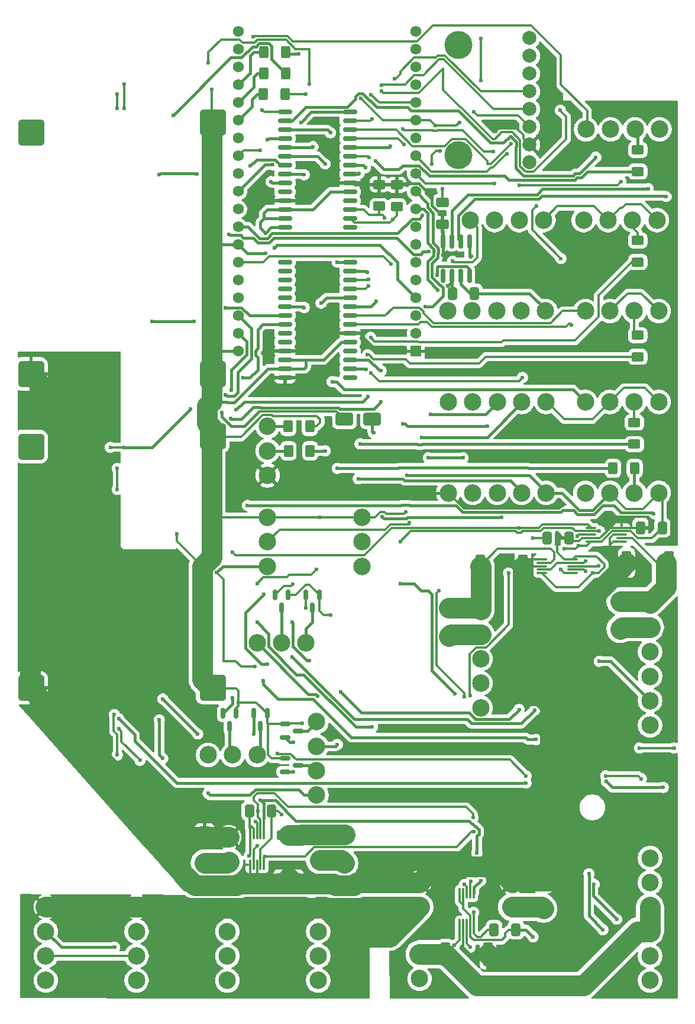
<source format=gbr>
%TF.GenerationSoftware,KiCad,Pcbnew,9.0.6*%
%TF.CreationDate,2025-12-23T16:03:19+01:00*%
%TF.ProjectId,MainBoard,4d61696e-426f-4617-9264-2e6b69636164,rev?*%
%TF.SameCoordinates,Original*%
%TF.FileFunction,Copper,L2,Bot*%
%TF.FilePolarity,Positive*%
%FSLAX46Y46*%
G04 Gerber Fmt 4.6, Leading zero omitted, Abs format (unit mm)*
G04 Created by KiCad (PCBNEW 9.0.6) date 2025-12-23 16:03:19*
%MOMM*%
%LPD*%
G01*
G04 APERTURE LIST*
G04 Aperture macros list*
%AMRoundRect*
0 Rectangle with rounded corners*
0 $1 Rounding radius*
0 $2 $3 $4 $5 $6 $7 $8 $9 X,Y pos of 4 corners*
0 Add a 4 corners polygon primitive as box body*
4,1,4,$2,$3,$4,$5,$6,$7,$8,$9,$2,$3,0*
0 Add four circle primitives for the rounded corners*
1,1,$1+$1,$2,$3*
1,1,$1+$1,$4,$5*
1,1,$1+$1,$6,$7*
1,1,$1+$1,$8,$9*
0 Add four rect primitives between the rounded corners*
20,1,$1+$1,$2,$3,$4,$5,0*
20,1,$1+$1,$4,$5,$6,$7,0*
20,1,$1+$1,$6,$7,$8,$9,0*
20,1,$1+$1,$8,$9,$2,$3,0*%
G04 Aperture macros list end*
%TA.AperFunction,ComponentPad*%
%ADD10C,2.500000*%
%TD*%
%TA.AperFunction,ComponentPad*%
%ADD11C,4.000000*%
%TD*%
%TA.AperFunction,ComponentPad*%
%ADD12C,2.000000*%
%TD*%
%TA.AperFunction,ComponentPad*%
%ADD13R,1.560000X1.560000*%
%TD*%
%TA.AperFunction,ComponentPad*%
%ADD14C,1.560000*%
%TD*%
%TA.AperFunction,ComponentPad*%
%ADD15RoundRect,0.570000X1.330000X-1.330000X1.330000X1.330000X-1.330000X1.330000X-1.330000X-1.330000X0*%
%TD*%
%TA.AperFunction,SMDPad,CuDef*%
%ADD16RoundRect,0.150000X-0.150000X0.587500X-0.150000X-0.587500X0.150000X-0.587500X0.150000X0.587500X0*%
%TD*%
%TA.AperFunction,SMDPad,CuDef*%
%ADD17RoundRect,0.250000X-0.625000X0.400000X-0.625000X-0.400000X0.625000X-0.400000X0.625000X0.400000X0*%
%TD*%
%TA.AperFunction,SMDPad,CuDef*%
%ADD18RoundRect,0.250000X-0.400000X-0.625000X0.400000X-0.625000X0.400000X0.625000X-0.400000X0.625000X0*%
%TD*%
%TA.AperFunction,SMDPad,CuDef*%
%ADD19RoundRect,0.250000X0.625000X-0.400000X0.625000X0.400000X-0.625000X0.400000X-0.625000X-0.400000X0*%
%TD*%
%TA.AperFunction,SMDPad,CuDef*%
%ADD20RoundRect,0.250000X-0.650000X1.000000X-0.650000X-1.000000X0.650000X-1.000000X0.650000X1.000000X0*%
%TD*%
%TA.AperFunction,SMDPad,CuDef*%
%ADD21RoundRect,0.249999X0.450001X1.425001X-0.450001X1.425001X-0.450001X-1.425001X0.450001X-1.425001X0*%
%TD*%
%TA.AperFunction,SMDPad,CuDef*%
%ADD22RoundRect,0.250000X0.400000X0.625000X-0.400000X0.625000X-0.400000X-0.625000X0.400000X-0.625000X0*%
%TD*%
%TA.AperFunction,SMDPad,CuDef*%
%ADD23RoundRect,0.150000X-0.587500X-0.150000X0.587500X-0.150000X0.587500X0.150000X-0.587500X0.150000X0*%
%TD*%
%TA.AperFunction,SMDPad,CuDef*%
%ADD24RoundRect,0.250000X-0.412500X-0.650000X0.412500X-0.650000X0.412500X0.650000X-0.412500X0.650000X0*%
%TD*%
%TA.AperFunction,SMDPad,CuDef*%
%ADD25RoundRect,0.075000X-0.075000X0.650000X-0.075000X-0.650000X0.075000X-0.650000X0.075000X0.650000X0*%
%TD*%
%TA.AperFunction,SMDPad,CuDef*%
%ADD26RoundRect,0.249999X-1.425001X0.450001X-1.425001X-0.450001X1.425001X-0.450001X1.425001X0.450001X0*%
%TD*%
%TA.AperFunction,SMDPad,CuDef*%
%ADD27RoundRect,0.250000X0.650000X-0.412500X0.650000X0.412500X-0.650000X0.412500X-0.650000X-0.412500X0*%
%TD*%
%TA.AperFunction,SMDPad,CuDef*%
%ADD28RoundRect,0.150000X0.875000X0.150000X-0.875000X0.150000X-0.875000X-0.150000X0.875000X-0.150000X0*%
%TD*%
%TA.AperFunction,SMDPad,CuDef*%
%ADD29RoundRect,0.075000X0.650000X0.075000X-0.650000X0.075000X-0.650000X-0.075000X0.650000X-0.075000X0*%
%TD*%
%TA.AperFunction,SMDPad,CuDef*%
%ADD30RoundRect,0.250000X1.000000X0.650000X-1.000000X0.650000X-1.000000X-0.650000X1.000000X-0.650000X0*%
%TD*%
%TA.AperFunction,SMDPad,CuDef*%
%ADD31RoundRect,0.250000X0.412500X0.650000X-0.412500X0.650000X-0.412500X-0.650000X0.412500X-0.650000X0*%
%TD*%
%TA.AperFunction,SMDPad,CuDef*%
%ADD32RoundRect,0.075000X-0.650000X-0.075000X0.650000X-0.075000X0.650000X0.075000X-0.650000X0.075000X0*%
%TD*%
%TA.AperFunction,SMDPad,CuDef*%
%ADD33RoundRect,0.249999X-0.450001X-1.425001X0.450001X-1.425001X0.450001X1.425001X-0.450001X1.425001X0*%
%TD*%
%TA.AperFunction,SMDPad,CuDef*%
%ADD34RoundRect,0.150000X0.150000X-0.825000X0.150000X0.825000X-0.150000X0.825000X-0.150000X-0.825000X0*%
%TD*%
%TA.AperFunction,ViaPad*%
%ADD35C,0.600000*%
%TD*%
%TA.AperFunction,Conductor*%
%ADD36C,0.300000*%
%TD*%
%TA.AperFunction,Conductor*%
%ADD37C,0.400000*%
%TD*%
%TA.AperFunction,Conductor*%
%ADD38C,3.000000*%
%TD*%
G04 APERTURE END LIST*
D10*
%TO.P,J12,1,Pin_1*%
%TO.N,+12V*%
X62000000Y-131500000D03*
%TO.P,J12,2,Pin_2*%
%TO.N,Net-(J12-Pin_2)*%
X65500000Y-131500000D03*
%TO.P,J12,3,Pin_3*%
%TO.N,Net-(J12-Pin_3)*%
X69000000Y-131500000D03*
%TD*%
%TO.P,J16,1,Pin_1*%
%TO.N,+3.3V*%
X89300000Y-84000000D03*
%TO.P,J16,2,Pin_2*%
%TO.N,POT_SEATHEATER_A*%
X92800000Y-84000000D03*
%TO.P,J16,3,Pin_3*%
%TO.N,POT_SEATHEATER_B*%
X96300000Y-84000000D03*
%TO.P,J16,4,Pin_4*%
%TO.N,POT_SEATDHEATER_X*%
X99800000Y-84000000D03*
%TO.P,J16,5,Pin_5*%
%TO.N,GND*%
X103300000Y-84000000D03*
%TD*%
%TO.P,J11,1,Pin_1*%
%TO.N,+12V*%
X55000000Y-147500000D03*
%TO.P,J11,2,Pin_2*%
%TO.N,Net-(J11-Pin_2)*%
X58500000Y-147500000D03*
%TO.P,J11,3,Pin_3*%
%TO.N,Net-(J11-Pin_3)*%
X62000000Y-147500000D03*
%TD*%
%TO.P,J2,1,Pin_1*%
%TO.N,GND*%
X57750000Y-179762500D03*
%TO.P,J2,2,Pin_2*%
%TO.N,CANL*%
X57750000Y-176262500D03*
%TO.P,J2,3,Pin_3*%
%TO.N,CANH*%
X57750000Y-172762500D03*
%TO.P,J2,4,Pin_4*%
%TO.N,VBUS_CAN_FUSED*%
X57750000Y-169262500D03*
%TD*%
%TO.P,J3,1,Pin_1*%
%TO.N,GND*%
X118250000Y-162250000D03*
%TO.P,J3,2,Pin_2*%
X118250000Y-165750000D03*
%TO.P,J3,3,Pin_3*%
%TO.N,Net-(J3-Pin_3)*%
X118250000Y-169250000D03*
%TO.P,J3,4,Pin_4*%
X118250000Y-172750000D03*
%TO.P,J3,5,Pin_5*%
%TO.N,CANL*%
X118250000Y-176250000D03*
%TO.P,J3,6,Pin_6*%
%TO.N,CANH*%
X118250000Y-179750000D03*
%TD*%
%TO.P,J25,1,Pin_1*%
%TO.N,TRUNK_INPUT*%
X108750000Y-71000000D03*
%TO.P,J25,2,Pin_2*%
%TO.N,GND*%
X112250000Y-71000000D03*
%TO.P,J25,3,Pin_3*%
%TO.N,Net-(J25-Pin_3)*%
X115750000Y-71000000D03*
%TO.P,J25,4,Pin_4*%
%TO.N,GND*%
X119250000Y-71000000D03*
%TD*%
%TO.P,J22,1,Pin_1*%
%TO.N,+3.3V*%
X63500000Y-107500000D03*
%TO.P,J22,2,Pin_2*%
%TO.N,Net-(J22-Pin_2)*%
X63500000Y-104000000D03*
%TO.P,J22,3,Pin_3*%
%TO.N,BROUILLARD_INPUT*%
X63500000Y-100500000D03*
%TD*%
%TO.P,J24,1,Pin_1*%
%TO.N,MAP_INPUT*%
X109100000Y-58000000D03*
%TO.P,J24,2,Pin_2*%
%TO.N,GND*%
X112600000Y-58000000D03*
%TO.P,J24,3,Pin_3*%
%TO.N,Net-(J24-Pin_3)*%
X116100000Y-58000000D03*
%TO.P,J24,4,Pin_4*%
%TO.N,GND*%
X119600000Y-58000000D03*
%TD*%
%TO.P,J10,1,Pin_1*%
%TO.N,Net-(D3-A)*%
X58000000Y-162750000D03*
%TO.P,J10,2,Pin_2*%
%TO.N,VBUS*%
X58000000Y-159250000D03*
%TD*%
%TO.P,J17,1,Pin_1*%
%TO.N,Net-(D8-K)*%
X94000000Y-126750000D03*
%TO.P,J17,2,Pin_2*%
%TO.N,Net-(D8-A)*%
X94000000Y-130250000D03*
%TO.P,J17,3,Pin_3*%
%TO.N,SEAT_INPUT*%
X94000000Y-133750000D03*
%TO.P,J17,4,Pin_4*%
%TO.N,GND*%
X94000000Y-137250000D03*
%TO.P,J17,5,Pin_5*%
%TO.N,unconnected-(J17-Pin_5-Pad5)*%
X94000000Y-140750000D03*
%TD*%
%TO.P,J23,1,Pin_1*%
%TO.N,+3.3V*%
X89375000Y-110000000D03*
%TO.P,J23,2,Pin_2*%
%TO.N,POT_SPEED_A*%
X92875000Y-110000000D03*
%TO.P,J23,3,Pin_3*%
%TO.N,POT_SPEED_B*%
X96375000Y-110000000D03*
%TO.P,J23,4,Pin_4*%
%TO.N,POT_SPEED_X*%
X99875000Y-110000000D03*
%TO.P,J23,5,Pin_5*%
%TO.N,GND*%
X103375000Y-110000000D03*
%TD*%
%TO.P,J7,1,Pin_1*%
%TO.N,GND*%
X44750000Y-179750000D03*
%TO.P,J7,2,Pin_2*%
%TO.N,CANL*%
X44750000Y-176250000D03*
%TO.P,J7,3,Pin_3*%
%TO.N,CANH*%
X44750000Y-172750000D03*
%TO.P,J7,4,Pin_4*%
%TO.N,VBUS_CAN_FUSED*%
X44750000Y-169250000D03*
%TD*%
%TO.P,J9,1,Pin_1*%
%TO.N,Net-(D2-A)*%
X71000000Y-162500000D03*
%TO.P,J9,2,Pin_2*%
%TO.N,Net-(D2-K)*%
X71000000Y-159000000D03*
%TD*%
%TO.P,J13,1,Pin_1*%
%TO.N,+12V*%
X70500000Y-153262500D03*
%TO.P,J13,2,Pin_2*%
%TO.N,Net-(J13-Pin_2)*%
X70500000Y-149762500D03*
%TO.P,J13,3,Pin_3*%
%TO.N,+12V*%
X70500000Y-146262500D03*
%TO.P,J13,4,Pin_4*%
%TO.N,Net-(J13-Pin_4)*%
X70500000Y-142762500D03*
%TD*%
%TO.P,J5,1,Pin_1*%
%TO.N,Net-(D1-A)*%
X98500000Y-169250000D03*
%TO.P,J5,2,Pin_2*%
%TO.N,VBUS*%
X98500000Y-165750000D03*
%TD*%
%TO.P,J15,1,Pin_1*%
%TO.N,+5V*%
X92500000Y-71000000D03*
%TO.P,J15,2,Pin_2*%
%TO.N,PAS_A*%
X96000000Y-71000000D03*
%TO.P,J15,3,Pin_3*%
%TO.N,PAS_B*%
X99500000Y-71000000D03*
%TO.P,J15,4,Pin_4*%
%TO.N,GND*%
X103000000Y-71000000D03*
%TD*%
%TO.P,J27,1,Pin_1*%
%TO.N,CABLIGHT_INPUT*%
X109000000Y-97000000D03*
%TO.P,J27,2,Pin_2*%
%TO.N,GND*%
X112500000Y-97000000D03*
%TO.P,J27,3,Pin_3*%
%TO.N,Net-(J27-Pin_3)*%
X116000000Y-97000000D03*
%TO.P,J27,4,Pin_4*%
%TO.N,GND*%
X119500000Y-97000000D03*
%TD*%
%TO.P,J18,1,Pin_1*%
%TO.N,Net-(D9-K)*%
X118250000Y-125750000D03*
%TO.P,J18,2,Pin_2*%
%TO.N,Net-(D9-A)*%
X118250000Y-129250000D03*
%TO.P,J18,3,Pin_3*%
%TO.N,BRAKE_LEFT_INPUT*%
X118250000Y-132750000D03*
%TO.P,J18,4,Pin_4*%
%TO.N,GND*%
X118250000Y-136250000D03*
%TO.P,J18,5,Pin_5*%
%TO.N,BRAKE_RIGHT_INPUT*%
X118250000Y-139750000D03*
%TO.P,J18,6,Pin_6*%
%TO.N,GND*%
X118250000Y-143250000D03*
%TD*%
%TO.P,J19,1,Pin_1*%
%TO.N,+3.3V*%
X89375000Y-97000000D03*
%TO.P,J19,2,Pin_2*%
%TO.N,POT_HANDHEATER_A*%
X92875000Y-97000000D03*
%TO.P,J19,3,Pin_3*%
%TO.N,POT_HANDHEATER_B*%
X96375000Y-97000000D03*
%TO.P,J19,4,Pin_4*%
%TO.N,POT_HANDHEATER_X*%
X99875000Y-97000000D03*
%TO.P,J19,5,Pin_5*%
%TO.N,GND*%
X103375000Y-97000000D03*
%TD*%
%TO.P,J8,1,Pin_1*%
%TO.N,GND*%
X31750000Y-179750000D03*
%TO.P,J8,2,Pin_2*%
%TO.N,CANL*%
X31750000Y-176250000D03*
%TO.P,J8,3,Pin_3*%
%TO.N,CANH*%
X31750000Y-172750000D03*
%TO.P,J8,4,Pin_4*%
%TO.N,VBUS_CAN_FUSED*%
X31750000Y-169250000D03*
%TD*%
%TO.P,J1,1,Pin_1*%
%TO.N,GND*%
X70750000Y-179750000D03*
%TO.P,J1,2,Pin_2*%
%TO.N,CANL*%
X70750000Y-176250000D03*
%TO.P,J1,3,Pin_3*%
%TO.N,CANH*%
X70750000Y-172750000D03*
%TO.P,J1,4,Pin_4*%
%TO.N,VBUS_CAN_FUSED*%
X70750000Y-169250000D03*
%TD*%
%TO.P,J28,1,Pin_1*%
%TO.N,WARNING_INPUT*%
X109000000Y-110000000D03*
%TO.P,J28,2,Pin_2*%
%TO.N,GND*%
X112500000Y-110000000D03*
%TO.P,J28,3,Pin_3*%
%TO.N,Net-(J28-Pin_3)*%
X116000000Y-110000000D03*
%TO.P,J28,4,Pin_4*%
%TO.N,GND*%
X119500000Y-110000000D03*
%TD*%
D11*
%TO.P,J20,*%
%TO.N,*%
X90856000Y-61734000D03*
X90856000Y-45986000D03*
D12*
%TO.P,J20,1,Pin_1*%
%TO.N,unconnected-(J20-Pin_1-Pad1)*%
X101016000Y-62750000D03*
%TO.P,J20,2,Pin_2*%
%TO.N,+3.3V*%
X101016000Y-60210000D03*
%TO.P,J20,3,Pin_3*%
%TO.N,GND*%
X101016000Y-57670000D03*
%TO.P,J20,4,Pin_4*%
%TO.N,SCL*%
X101016000Y-55130000D03*
%TO.P,J20,5,Pin_5*%
%TO.N,SDA*%
X101016000Y-52590000D03*
%TO.P,J20,6,Pin_6*%
%TO.N,unconnected-(J20-Pin_6-Pad6)*%
X101016000Y-50050000D03*
%TO.P,J20,7,Pin_7*%
%TO.N,unconnected-(J20-Pin_7-Pad7)*%
X101016000Y-47510000D03*
%TO.P,J20,8,Pin_8*%
%TO.N,unconnected-(J20-Pin_8-Pad8)*%
X101016000Y-44970000D03*
%TD*%
D13*
%TO.P,U6,J2-1,3V3*%
%TO.N,+3.3V*%
X84700000Y-89760000D03*
D14*
%TO.P,U6,J2-2,EN*%
%TO.N,unconnected-(U6-EN-PadJ2-2)*%
X84700000Y-87220000D03*
%TO.P,U6,J2-3,SENSOR_VP*%
%TO.N,THROTTLE_INPUT*%
X84700000Y-84680000D03*
%TO.P,U6,J2-4,SENSOR_VN*%
%TO.N,InterruptEXTGPIO*%
X84700000Y-82140000D03*
%TO.P,U6,J2-5,IO34*%
%TO.N,POT_SPEED_A*%
X84700000Y-79600000D03*
%TO.P,U6,J2-6,IO35*%
%TO.N,POT_SPEED_B*%
X84700000Y-77060000D03*
%TO.P,U6,J2-7,IO32*%
%TO.N,POT_SEATHEATER_A*%
X84700000Y-74520000D03*
%TO.P,U6,J2-8,IO33*%
%TO.N,POT_SEATHEATER_B*%
X84700000Y-71980000D03*
%TO.P,U6,J2-9,IO25*%
%TO.N,POT_HANDHEATER_A*%
X84700000Y-69440000D03*
%TO.P,U6,J2-10,IO26*%
%TO.N,POT_HANDHEATER_B*%
X84700000Y-66900000D03*
%TO.P,U6,J2-11,IO27*%
%TO.N,PAS_A*%
X84700000Y-64360000D03*
%TO.P,U6,J2-12,IO14*%
%TO.N,PAS_B*%
X84700000Y-61820000D03*
%TO.P,U6,J2-13,IO12*%
%TO.N,CAN_S*%
X84700000Y-59280000D03*
%TO.P,U6,J2-14,GND1*%
%TO.N,GND*%
X84700000Y-56740000D03*
%TO.P,U6,J2-15,IO13*%
%TO.N,DEFROSTER_MOSFET_GATE*%
X84700000Y-54200000D03*
%TO.P,U6,J2-16,SD2*%
%TO.N,unconnected-(U6-SD2-PadJ2-16)*%
X84700000Y-51660000D03*
%TO.P,U6,J2-17,SD3*%
%TO.N,unconnected-(U6-SD3-PadJ2-17)*%
X84700000Y-49120000D03*
%TO.P,U6,J2-18,CMD*%
%TO.N,unconnected-(U6-CMD-PadJ2-18)*%
X84700000Y-46580000D03*
%TO.P,U6,J2-19,EXT_5V*%
%TO.N,+5V*%
X84700000Y-44040000D03*
%TO.P,U6,J3-1,GND3*%
%TO.N,GND*%
X59300000Y-89760000D03*
%TO.P,U6,J3-2,IO23*%
%TO.N,SDA*%
X59300000Y-87220000D03*
%TO.P,U6,J3-3,IO22*%
%TO.N,SCL*%
X59300000Y-84680000D03*
%TO.P,U6,J3-4,TXD0*%
%TO.N,unconnected-(U6-TXD0-PadJ3-4)*%
X59300000Y-82140000D03*
%TO.P,U6,J3-5,RXD0*%
%TO.N,unconnected-(U6-RXD0-PadJ3-5)*%
X59300000Y-79600000D03*
%TO.P,U6,J3-6,IO21*%
%TO.N,RGBLED_DIN*%
X59300000Y-77060000D03*
%TO.P,U6,J3-7,GND2*%
%TO.N,GND*%
X59300000Y-74520000D03*
%TO.P,U6,J3-8,IO19*%
%TO.N,CAN_RX*%
X59300000Y-71980000D03*
%TO.P,U6,J3-9,IO18*%
%TO.N,CAN_TX*%
X59300000Y-69440000D03*
%TO.P,U6,J3-10,IO5*%
%TO.N,SEATHEATER_MOSFET_GATE*%
X59300000Y-66900000D03*
%TO.P,U6,J3-11,IO17*%
%TO.N,DRL_LEFT_MOSFET_GATE*%
X59300000Y-64360000D03*
%TO.P,U6,J3-12,IO16*%
%TO.N,DRL_RIGHT_MOSFET_GATE*%
X59300000Y-61820000D03*
%TO.P,U6,J3-13,IO4*%
%TO.N,HANDHEATER_MOSFET_GATE*%
X59300000Y-59280000D03*
%TO.P,U6,J3-14,IO0*%
%TO.N,Net-(U6-IO0)*%
X59300000Y-56740000D03*
%TO.P,U6,J3-15,IO2*%
%TO.N,Net-(U6-IO2)*%
X59300000Y-54200000D03*
%TO.P,U6,J3-16,IO15*%
%TO.N,Net-(U6-IO15)*%
X59300000Y-51660000D03*
%TO.P,U6,J3-17,SD1*%
%TO.N,unconnected-(U6-SD1-PadJ3-17)*%
X59300000Y-49120000D03*
%TO.P,U6,J3-18,SD0*%
%TO.N,unconnected-(U6-SD0-PadJ3-18)*%
X59300000Y-46580000D03*
%TO.P,U6,J3-19,CLK*%
%TO.N,unconnected-(U6-CLK-PadJ3-19)*%
X59300000Y-44040000D03*
%TD*%
D10*
%TO.P,J6,1,Pin_1*%
%TO.N,VBUS_CAN_FUSED*%
X85250000Y-169250000D03*
%TO.P,J6,2,Pin_2*%
%TO.N,VBUS*%
X85250000Y-165750000D03*
%TD*%
%TO.P,J14,1,Pin_1*%
%TO.N,+5V*%
X63500000Y-120500000D03*
%TO.P,J14,2,Pin_2*%
%TO.N,THROTTLE_INPUT*%
X63500000Y-117000000D03*
%TO.P,J14,3,Pin_3*%
%TO.N,GND*%
X63500000Y-113500000D03*
%TD*%
D15*
%TO.P,U4,1,VIN*%
%TO.N,VBUS*%
X29650000Y-93000000D03*
%TO.P,U4,2,5VOUT*%
%TO.N,+12V*%
X29650000Y-58500000D03*
%TO.P,U4,3,GND*%
%TO.N,GND*%
X55650000Y-93000000D03*
%TO.P,U4,4,GND*%
X55650000Y-57000000D03*
%TD*%
%TO.P,U3,1,VIN*%
%TO.N,VBUS*%
X29650000Y-137900000D03*
%TO.P,U3,2,5VOUT*%
%TO.N,+5V*%
X29650000Y-103400000D03*
%TO.P,U3,3,GND*%
%TO.N,GND*%
X55650000Y-137900000D03*
%TO.P,U3,4,GND*%
X55650000Y-101900000D03*
%TD*%
D10*
%TO.P,J26,1,Pin_1*%
%TO.N,DEFROST_INPUT*%
X109000000Y-84000000D03*
%TO.P,J26,2,Pin_2*%
%TO.N,GND*%
X112500000Y-84000000D03*
%TO.P,J26,3,Pin_3*%
%TO.N,Net-(J26-Pin_3)*%
X116000000Y-84000000D03*
%TO.P,J26,4,Pin_4*%
%TO.N,GND*%
X119500000Y-84000000D03*
%TD*%
%TO.P,J21,1,Pin_1*%
%TO.N,FORWARD_INPUT*%
X77000000Y-120500000D03*
%TO.P,J21,2,Pin_2*%
%TO.N,REVERSE_INPUT*%
X77000000Y-117000000D03*
%TO.P,J21,3,Pin_3*%
%TO.N,GND*%
X77000000Y-113500000D03*
%TD*%
%TO.P,J4,1,Pin_1*%
%TO.N,GND*%
X85250000Y-179500000D03*
%TO.P,J4,2,Pin_2*%
%TO.N,Net-(J3-Pin_3)*%
X85250000Y-176000000D03*
%TD*%
D16*
%TO.P,Q5,1,G*%
%TO.N,DRL_LEFT_MOSFET_GATE*%
X61550000Y-141562500D03*
%TO.P,Q5,2,S*%
%TO.N,GND*%
X63450000Y-141562500D03*
%TO.P,Q5,3,D*%
%TO.N,Net-(J11-Pin_3)*%
X62500000Y-143437500D03*
%TD*%
D17*
%TO.P,R6,1*%
%TO.N,+3.3V*%
X82000000Y-65950000D03*
%TO.P,R6,2*%
%TO.N,SDA*%
X82000000Y-69050000D03*
%TD*%
D18*
%TO.P,R16,1*%
%TO.N,WARNING_LED*%
X112950000Y-106500000D03*
%TO.P,R16,2*%
%TO.N,Net-(J28-Pin_3)*%
X116050000Y-106500000D03*
%TD*%
D19*
%TO.P,R12,1*%
%TO.N,MAP_LED*%
X116500000Y-64050000D03*
%TO.P,R12,2*%
%TO.N,Net-(J24-Pin_3)*%
X116500000Y-60950000D03*
%TD*%
D20*
%TO.P,D2,1,K*%
%TO.N,Net-(D2-K)*%
X74500000Y-159000000D03*
%TO.P,D2,2,A*%
%TO.N,Net-(D2-A)*%
X74500000Y-163000000D03*
%TD*%
%TO.P,D3,1,K*%
%TO.N,VBUS*%
X54500000Y-159000000D03*
%TO.P,D3,2,A*%
%TO.N,Net-(D3-A)*%
X54500000Y-163000000D03*
%TD*%
%TO.P,D8,1,K*%
%TO.N,Net-(D8-K)*%
X89500000Y-126500000D03*
%TO.P,D8,2,A*%
%TO.N,Net-(D8-A)*%
X89500000Y-130500000D03*
%TD*%
%TO.P,D1,1,K*%
%TO.N,VBUS*%
X103000000Y-165500000D03*
%TO.P,D1,2,A*%
%TO.N,Net-(D1-A)*%
X103000000Y-169500000D03*
%TD*%
D21*
%TO.P,R9,1*%
%TO.N,Net-(D9-K)*%
X121000000Y-120000000D03*
%TO.P,R9,2*%
%TO.N,VBUS*%
X114900000Y-120000000D03*
%TD*%
D22*
%TO.P,R5,1*%
%TO.N,BLINKER_RIGHT_MOSFET_GATE*%
X66000000Y-53000000D03*
%TO.P,R5,2*%
%TO.N,Net-(U6-IO0)*%
X62900000Y-53000000D03*
%TD*%
D19*
%TO.P,R14,1*%
%TO.N,DEFROST_LED*%
X116500000Y-90550000D03*
%TO.P,R14,2*%
%TO.N,Net-(J26-Pin_3)*%
X116500000Y-87450000D03*
%TD*%
D23*
%TO.P,Q8,1,G*%
%TO.N,INTERRIOR_LIGHT_MOSFET_GATE*%
X66000000Y-149900000D03*
%TO.P,Q8,2,S*%
%TO.N,GND*%
X66000000Y-148000000D03*
%TO.P,Q8,3,D*%
%TO.N,Net-(J13-Pin_2)*%
X67875000Y-148950000D03*
%TD*%
D24*
%TO.P,C2,1*%
%TO.N,+5V*%
X90000000Y-81500000D03*
%TO.P,C2,2*%
%TO.N,GND*%
X93125000Y-81500000D03*
%TD*%
D25*
%TO.P,U5,1,A1*%
%TO.N,+3.3V*%
X61000000Y-158800000D03*
%TO.P,U5,2,A0*%
X61500000Y-158800000D03*
%TO.P,U5,3,~{Alert}*%
%TO.N,Defroster_ALERT*%
X62000000Y-158800000D03*
%TO.P,U5,4,SDA*%
%TO.N,SDA*%
X62500000Y-158800000D03*
%TO.P,U5,5,SCL*%
%TO.N,SCL*%
X63000000Y-158800000D03*
%TO.P,U5,6,VS*%
%TO.N,+3.3V*%
X63000000Y-163200000D03*
%TO.P,U5,7,GND*%
%TO.N,GND*%
X62500000Y-163200000D03*
%TO.P,U5,8,Vbus*%
%TO.N,VBUS*%
X62000000Y-163200000D03*
%TO.P,U5,9,Vin-*%
%TO.N,Net-(D2-K)*%
X61500000Y-163200000D03*
%TO.P,U5,10,Vin+*%
%TO.N,VBUS*%
X61000000Y-163200000D03*
%TD*%
D24*
%TO.P,C4,1*%
%TO.N,+3.3V*%
X60937500Y-155500000D03*
%TO.P,C4,2*%
%TO.N,GND*%
X64062500Y-155500000D03*
%TD*%
D20*
%TO.P,D9,1,K*%
%TO.N,Net-(D9-K)*%
X114000000Y-125500000D03*
%TO.P,D9,2,A*%
%TO.N,Net-(D9-A)*%
X114000000Y-129500000D03*
%TD*%
D16*
%TO.P,Q6,1,G*%
%TO.N,BLINKER_RIGHT_MOSFET_GATE*%
X64550000Y-124625000D03*
%TO.P,Q6,2,S*%
%TO.N,GND*%
X66450000Y-124625000D03*
%TO.P,Q6,3,D*%
%TO.N,Net-(J12-Pin_2)*%
X65500000Y-126500000D03*
%TD*%
D26*
%TO.P,R2,1*%
%TO.N,Net-(D2-K)*%
X66500000Y-158950000D03*
%TO.P,R2,2*%
%TO.N,VBUS*%
X66500000Y-165050000D03*
%TD*%
D19*
%TO.P,R13,1*%
%TO.N,TRUNK_LED*%
X116500000Y-77000000D03*
%TO.P,R13,2*%
%TO.N,Net-(J25-Pin_3)*%
X116500000Y-73900000D03*
%TD*%
D27*
%TO.P,C1,1*%
%TO.N,+3.3V*%
X88500000Y-71562500D03*
%TO.P,C1,2*%
%TO.N,GND*%
X88500000Y-68437500D03*
%TD*%
D22*
%TO.P,R3,1*%
%TO.N,INTERRIOR_LIGHT_MOSFET_GATE*%
X66100000Y-47000000D03*
%TO.P,R3,2*%
%TO.N,Net-(U6-IO15)*%
X63000000Y-47000000D03*
%TD*%
D19*
%TO.P,R15,1*%
%TO.N,CABLIGHT_LED*%
X116000000Y-103050000D03*
%TO.P,R15,2*%
%TO.N,Net-(J27-Pin_3)*%
X116000000Y-99950000D03*
%TD*%
D28*
%TO.P,U8,1,GPB0*%
%TO.N,Defroster_ALERT*%
X75300000Y-55530000D03*
%TO.P,U8,2,GPB1*%
%TO.N,HANDHEATER_ALERT*%
X75300000Y-56800000D03*
%TO.P,U8,3,GPB2*%
%TO.N,SEATHEATER_ALERT*%
X75300000Y-58070000D03*
%TO.P,U8,4,GPB3*%
%TO.N,POWERINPUT_ALERT*%
X75300000Y-59340000D03*
%TO.P,U8,5,GPB4*%
%TO.N,POT_HANDHEATER_X*%
X75300000Y-60610000D03*
%TO.P,U8,6,GPB5*%
%TO.N,POT_SEATDHEATER_X*%
X75300000Y-61880000D03*
%TO.P,U8,7,GPB6*%
%TO.N,POT_SPEED_X*%
X75300000Y-63150000D03*
%TO.P,U8,8,GPB7*%
%TO.N,SEAT_INPUT*%
X75300000Y-64420000D03*
%TO.P,U8,9,VDD*%
%TO.N,+3.3V*%
X75300000Y-65690000D03*
%TO.P,U8,10,VSS*%
%TO.N,GND*%
X75300000Y-66960000D03*
%TO.P,U8,11,NC*%
%TO.N,unconnected-(U8-NC-Pad11)*%
X75300000Y-68230000D03*
%TO.P,U8,12,SCK*%
%TO.N,SCL*%
X75300000Y-69500000D03*
%TO.P,U8,13,SDA*%
%TO.N,SDA*%
X75300000Y-70770000D03*
%TO.P,U8,14,NC*%
%TO.N,unconnected-(U8-NC-Pad14)*%
X75300000Y-72040000D03*
%TO.P,U8,15,A0*%
%TO.N,GND*%
X66000000Y-72040000D03*
%TO.P,U8,16,A1*%
X66000000Y-70770000D03*
%TO.P,U8,17,A2*%
X66000000Y-69500000D03*
%TO.P,U8,18,~{RESET}*%
%TO.N,+3.3V*%
X66000000Y-68230000D03*
%TO.P,U8,19,INTB*%
%TO.N,unconnected-(U8-INTB-Pad19)*%
X66000000Y-66960000D03*
%TO.P,U8,20,INTA*%
%TO.N,InterruptEXTGPIO*%
X66000000Y-65690000D03*
%TO.P,U8,21,GPA0*%
%TO.N,BRAKE_RIGHT_INPUT*%
X66000000Y-64420000D03*
%TO.P,U8,22,GPA1*%
%TO.N,BRAKE_LEFT_INPUT*%
X66000000Y-63150000D03*
%TO.P,U8,23,GPA2*%
%TO.N,REVERSE_INPUT*%
X66000000Y-61880000D03*
%TO.P,U8,24,GPA3*%
%TO.N,FORWARD_INPUT*%
X66000000Y-60610000D03*
%TO.P,U8,25,GPA4*%
%TO.N,BROUILLARD_INPUT*%
X66000000Y-59340000D03*
%TO.P,U8,26,GPA5*%
%TO.N,CABLIGHT_INPUT*%
X66000000Y-58070000D03*
%TO.P,U8,27,GPA6*%
%TO.N,WARNING_INPUT*%
X66000000Y-56800000D03*
%TO.P,U8,28,GPA7*%
%TO.N,MAP_INPUT*%
X66000000Y-55530000D03*
%TD*%
D22*
%TO.P,R4,1*%
%TO.N,BLINKER_LEFT_MOSFET_GATE*%
X66100000Y-50000000D03*
%TO.P,R4,2*%
%TO.N,Net-(U6-IO2)*%
X63000000Y-50000000D03*
%TD*%
D28*
%TO.P,U7,1,GPB0*%
%TO.N,WARNING_LED*%
X75300000Y-77030000D03*
%TO.P,U7,2,GPB1*%
%TO.N,CABLIGHT_LED*%
X75300000Y-78300000D03*
%TO.P,U7,3,GPB2*%
%TO.N,DEFROST_LED*%
X75300000Y-79570000D03*
%TO.P,U7,4,GPB3*%
%TO.N,TRUNK_LED*%
X75300000Y-80840000D03*
%TO.P,U7,5,GPB4*%
%TO.N,BROUILLARD_LED*%
X75300000Y-82110000D03*
%TO.P,U7,6,GPB5*%
%TO.N,MAP_LED*%
X75300000Y-83380000D03*
%TO.P,U7,7,GPB6*%
%TO.N,DEFROST_INPUT*%
X75300000Y-84650000D03*
%TO.P,U7,8,GPB7*%
%TO.N,TRUNK_INPUT*%
X75300000Y-85920000D03*
%TO.P,U7,9,VDD*%
%TO.N,+3.3V*%
X75300000Y-87190000D03*
%TO.P,U7,10,VSS*%
%TO.N,GND*%
X75300000Y-88460000D03*
%TO.P,U7,11,NC*%
%TO.N,unconnected-(U7-NC-Pad11)*%
X75300000Y-89730000D03*
%TO.P,U7,12,SCK*%
%TO.N,SCL*%
X75300000Y-91000000D03*
%TO.P,U7,13,SDA*%
%TO.N,SDA*%
X75300000Y-92270000D03*
%TO.P,U7,14,NC*%
%TO.N,unconnected-(U7-NC-Pad14)*%
X75300000Y-93540000D03*
%TO.P,U7,15,A0*%
%TO.N,+3.3V*%
X66000000Y-93540000D03*
%TO.P,U7,16,A1*%
%TO.N,GND*%
X66000000Y-92270000D03*
%TO.P,U7,17,A2*%
X66000000Y-91000000D03*
%TO.P,U7,18,~{RESET}*%
%TO.N,+3.3V*%
X66000000Y-89730000D03*
%TO.P,U7,19,INTB*%
%TO.N,unconnected-(U7-INTB-Pad19)*%
X66000000Y-88460000D03*
%TO.P,U7,20,INTA*%
%TO.N,unconnected-(U7-INTA-Pad20)*%
X66000000Y-87190000D03*
%TO.P,U7,21,GPA0*%
%TO.N,AUXAUDIO_MOSFET_GATE*%
X66000000Y-85920000D03*
%TO.P,U7,22,GPA1*%
%TO.N,AUXUSB_MOSFET_GATE*%
X66000000Y-84650000D03*
%TO.P,U7,23,GPA2*%
%TO.N,LATCH_TRUNK_MOSFET_GATE*%
X66000000Y-83380000D03*
%TO.P,U7,24,GPA3*%
%TO.N,unconnected-(U7-GPA3-Pad24)*%
X66000000Y-82110000D03*
%TO.P,U7,25,GPA4*%
%TO.N,unconnected-(U7-GPA4-Pad25)*%
X66000000Y-80840000D03*
%TO.P,U7,26,GPA5*%
%TO.N,unconnected-(U7-GPA5-Pad26)*%
X66000000Y-79570000D03*
%TO.P,U7,27,GPA6*%
%TO.N,unconnected-(U7-GPA6-Pad27)*%
X66000000Y-78300000D03*
%TO.P,U7,28,GPA7*%
%TO.N,unconnected-(U7-GPA7-Pad28)*%
X66000000Y-77030000D03*
%TD*%
D24*
%TO.P,C6,1*%
%TO.N,+3.3V*%
X116875000Y-115000000D03*
%TO.P,C6,2*%
%TO.N,GND*%
X120000000Y-115000000D03*
%TD*%
D16*
%TO.P,Q4,1,G*%
%TO.N,BLINKER_LEFT_MOSFET_GATE*%
X57100000Y-141562500D03*
%TO.P,Q4,2,S*%
%TO.N,GND*%
X59000000Y-141562500D03*
%TO.P,Q4,3,D*%
%TO.N,Net-(J11-Pin_2)*%
X58050000Y-143437500D03*
%TD*%
D29*
%TO.P,U9,1,A1*%
%TO.N,+3.3V*%
X107200000Y-119500000D03*
%TO.P,U9,2,A0*%
%TO.N,GND*%
X107200000Y-120000000D03*
%TO.P,U9,3,~{Alert}*%
%TO.N,SEATHEATER_ALERT*%
X107200000Y-120500000D03*
%TO.P,U9,4,SDA*%
%TO.N,SDA*%
X107200000Y-121000000D03*
%TO.P,U9,5,SCL*%
%TO.N,SCL*%
X107200000Y-121500000D03*
%TO.P,U9,6,VS*%
%TO.N,+3.3V*%
X102800000Y-121500000D03*
%TO.P,U9,7,GND*%
%TO.N,GND*%
X102800000Y-121000000D03*
%TO.P,U9,8,Vbus*%
%TO.N,VBUS*%
X102800000Y-120500000D03*
%TO.P,U9,9,Vin-*%
%TO.N,Net-(D8-K)*%
X102800000Y-120000000D03*
%TO.P,U9,10,Vin+*%
%TO.N,VBUS*%
X102800000Y-119500000D03*
%TD*%
D24*
%TO.P,C3,1*%
%TO.N,+3.3V*%
X95937500Y-172500000D03*
%TO.P,C3,2*%
%TO.N,GND*%
X99062500Y-172500000D03*
%TD*%
D30*
%TO.P,D4,1,K*%
%TO.N,Net-(D4-K)*%
X78500000Y-99500000D03*
%TO.P,D4,2,A*%
%TO.N,+5V*%
X74500000Y-99500000D03*
%TD*%
D25*
%TO.P,U2,1,A1*%
%TO.N,GND*%
X91000000Y-167300000D03*
%TO.P,U2,2,A0*%
X91500000Y-167300000D03*
%TO.P,U2,3,~{Alert}*%
%TO.N,POWERINPUT_ALERT*%
X92000000Y-167300000D03*
%TO.P,U2,4,SDA*%
%TO.N,SDA*%
X92500000Y-167300000D03*
%TO.P,U2,5,SCL*%
%TO.N,SCL*%
X93000000Y-167300000D03*
%TO.P,U2,6,VS*%
%TO.N,+3.3V*%
X93000000Y-171700000D03*
%TO.P,U2,7,GND*%
%TO.N,GND*%
X92500000Y-171700000D03*
%TO.P,U2,8,Vbus*%
%TO.N,Net-(J3-Pin_3)*%
X92000000Y-171700000D03*
%TO.P,U2,9,Vin-*%
%TO.N,VBUS*%
X91500000Y-171700000D03*
%TO.P,U2,10,Vin+*%
%TO.N,Net-(J3-Pin_3)*%
X91000000Y-171700000D03*
%TD*%
D16*
%TO.P,Q7,1,G*%
%TO.N,DRL_RIGHT_MOSFET_GATE*%
X69000000Y-124625000D03*
%TO.P,Q7,2,S*%
%TO.N,GND*%
X70900000Y-124625000D03*
%TO.P,Q7,3,D*%
%TO.N,Net-(J12-Pin_3)*%
X69950000Y-126500000D03*
%TD*%
D18*
%TO.P,R10,1*%
%TO.N,Net-(J22-Pin_2)*%
X66500000Y-104000000D03*
%TO.P,R10,2*%
%TO.N,BROUILLARD_LED*%
X69600000Y-104000000D03*
%TD*%
D31*
%TO.P,C5,1*%
%TO.N,+3.3V*%
X106625000Y-116500000D03*
%TO.P,C5,2*%
%TO.N,GND*%
X103500000Y-116500000D03*
%TD*%
D22*
%TO.P,R11,1*%
%TO.N,GND*%
X69550000Y-100500000D03*
%TO.P,R11,2*%
%TO.N,BROUILLARD_INPUT*%
X66450000Y-100500000D03*
%TD*%
D23*
%TO.P,Q9,1,G*%
%TO.N,LATCH_TRUNK_MOSFET_GATE*%
X66000000Y-145000000D03*
%TO.P,Q9,2,S*%
%TO.N,GND*%
X66000000Y-143100000D03*
%TO.P,Q9,3,D*%
%TO.N,Net-(J13-Pin_4)*%
X67875000Y-144050000D03*
%TD*%
D17*
%TO.P,R7,1*%
%TO.N,+3.3V*%
X79500000Y-65900000D03*
%TO.P,R7,2*%
%TO.N,SCL*%
X79500000Y-69000000D03*
%TD*%
D32*
%TO.P,U10,1,A1*%
%TO.N,GND*%
X109800000Y-117000000D03*
%TO.P,U10,2,A0*%
%TO.N,+3.3V*%
X109800000Y-116500000D03*
%TO.P,U10,3,~{Alert}*%
%TO.N,HANDHEATER_ALERT*%
X109800000Y-116000000D03*
%TO.P,U10,4,SDA*%
%TO.N,SDA*%
X109800000Y-115500000D03*
%TO.P,U10,5,SCL*%
%TO.N,SCL*%
X109800000Y-115000000D03*
%TO.P,U10,6,VS*%
%TO.N,+3.3V*%
X114200000Y-115000000D03*
%TO.P,U10,7,GND*%
%TO.N,GND*%
X114200000Y-115500000D03*
%TO.P,U10,8,Vbus*%
%TO.N,VBUS*%
X114200000Y-116000000D03*
%TO.P,U10,9,Vin-*%
%TO.N,Net-(D9-K)*%
X114200000Y-116500000D03*
%TO.P,U10,10,Vin+*%
%TO.N,VBUS*%
X114200000Y-117000000D03*
%TD*%
D33*
%TO.P,R1,1*%
%TO.N,Net-(J3-Pin_3)*%
X88950000Y-176000000D03*
%TO.P,R1,2*%
%TO.N,VBUS*%
X95050000Y-176000000D03*
%TD*%
D34*
%TO.P,U1,1,TXD*%
%TO.N,CAN_TX*%
X92405000Y-78975000D03*
%TO.P,U1,2,GND*%
%TO.N,GND*%
X91135000Y-78975000D03*
%TO.P,U1,3,VCC*%
%TO.N,+5V*%
X89865000Y-78975000D03*
%TO.P,U1,4,RXD*%
%TO.N,CAN_RX*%
X88595000Y-78975000D03*
%TO.P,U1,5,VIO*%
%TO.N,+3.3V*%
X88595000Y-74025000D03*
%TO.P,U1,6,CANL*%
%TO.N,CANL*%
X89865000Y-74025000D03*
%TO.P,U1,7,CANH*%
%TO.N,CANH*%
X91135000Y-74025000D03*
%TO.P,U1,8,S*%
%TO.N,CAN_S*%
X92405000Y-74025000D03*
%TD*%
D33*
%TO.P,R8,1*%
%TO.N,Net-(D8-K)*%
X93950000Y-120500000D03*
%TO.P,R8,2*%
%TO.N,VBUS*%
X100050000Y-120500000D03*
%TD*%
D35*
%TO.N,GND*%
X101500000Y-173500000D03*
X72500000Y-127500000D03*
X65500000Y-156000000D03*
X59300000Y-140000000D03*
X91000000Y-57000000D03*
X63200000Y-75773983D03*
X42200000Y-143776901D03*
X63200000Y-72844975D03*
X55000000Y-48500000D03*
X87000000Y-63000000D03*
X76829105Y-53603354D03*
X101500000Y-116500000D03*
X87500000Y-57500000D03*
X93000000Y-55500000D03*
X106000000Y-118000000D03*
X68500000Y-143000000D03*
X83255025Y-112755025D03*
X69500000Y-51500000D03*
X107982306Y-117600000D03*
X71000000Y-113500000D03*
X55500000Y-52300000D03*
X83450000Y-107500000D03*
X88159673Y-61111000D03*
X50550000Y-115900000D03*
X109000000Y-119800000D03*
X88500000Y-66500000D03*
X45250000Y-148250000D03*
%TO.N,+3.3V*%
X93000000Y-158500000D03*
X92500000Y-139000000D03*
X93000000Y-170000000D03*
X88600000Y-76000000D03*
X110000000Y-121500000D03*
X96137937Y-58330072D03*
X63200000Y-90000000D03*
X63200000Y-94000000D03*
X105719669Y-111780331D03*
X60848198Y-161979843D03*
X98000000Y-121500000D03*
X105000000Y-115700000D03*
X63150000Y-162000000D03*
X89500000Y-90000000D03*
%TO.N,+5V*%
X61669240Y-134830760D03*
X100500000Y-150500000D03*
X43000000Y-103500000D03*
X111900000Y-150500000D03*
X56234554Y-121405521D03*
X64901000Y-147300000D03*
X89264194Y-80401040D03*
X41000000Y-103500000D03*
X94000000Y-51000000D03*
X94000000Y-45000000D03*
X43000000Y-51500000D03*
X117000000Y-150900000D03*
X52500000Y-98000000D03*
X56913010Y-98500000D03*
X43000000Y-55000000D03*
X90000000Y-76849000D03*
%TO.N,Net-(D2-K)*%
X62000000Y-160500000D03*
X66500000Y-158950000D03*
%TO.N,Net-(D4-K)*%
X78700000Y-101436961D03*
%TO.N,Net-(D5-DOUT)*%
X105400000Y-55300000D03*
X79795429Y-52529136D03*
%TO.N,RGBLED_DIN*%
X81128952Y-77307280D03*
%TO.N,Net-(D6-DOUT)*%
X121700000Y-146500000D03*
X116750000Y-146500000D03*
%TO.N,Net-(D10-DIN)*%
X100500000Y-151500000D03*
X112000000Y-151300000D03*
X120150000Y-152150000D03*
X42200000Y-142305025D03*
%TO.N,Net-(D10-DOUT)*%
X42000000Y-55000000D03*
X42000000Y-53000000D03*
X42000000Y-147500000D03*
X42000000Y-106500000D03*
X41571757Y-141732473D03*
X42000000Y-109500000D03*
%TO.N,CANH*%
X41600000Y-175000000D03*
X111500000Y-172500000D03*
X120550000Y-67626099D03*
X109500000Y-164500000D03*
%TO.N,CANL*%
X113500000Y-171000000D03*
X110250000Y-166000000D03*
X118000000Y-66500000D03*
%TO.N,Net-(J3-Pin_3)*%
X92500000Y-175000000D03*
X90225000Y-174725000D03*
%TO.N,+12V*%
X55000000Y-153000000D03*
X70670405Y-139079595D03*
X73500000Y-146000000D03*
%TO.N,THROTTLE_INPUT*%
X83812334Y-114300000D03*
%TO.N,PAS_B*%
X97800000Y-61558138D03*
%TO.N,PAS_A*%
X96000000Y-65750000D03*
%TO.N,POT_SEATHEATER_A*%
X95800000Y-61197187D03*
X82823251Y-57936799D03*
%TO.N,POT_SEATDHEATER_X*%
X100000000Y-93500000D03*
X78000000Y-62000000D03*
X78319681Y-92835178D03*
%TO.N,SEAT_INPUT*%
X79915265Y-113425315D03*
X76594669Y-64344669D03*
X97000000Y-113500000D03*
%TO.N,BRAKE_RIGHT_INPUT*%
X99500000Y-141000000D03*
X68750000Y-64500000D03*
X111000000Y-134100000D03*
X74000000Y-138500000D03*
%TO.N,BRAKE_LEFT_INPUT*%
X118750000Y-113000000D03*
X60623585Y-111814425D03*
X61000000Y-63250000D03*
%TO.N,POT_HANDHEATER_X*%
X85558918Y-102068967D03*
X81121354Y-60415490D03*
%TO.N,POT_HANDHEATER_A*%
X87862984Y-80974781D03*
%TO.N,POT_HANDHEATER_B*%
X86814354Y-98753692D03*
X86112218Y-83379985D03*
%TO.N,SDA*%
X92600000Y-165546629D03*
X59013010Y-98130688D03*
X92924000Y-156459421D03*
X62100000Y-155500000D03*
X58329179Y-95335411D03*
X81382606Y-70947375D03*
X109000000Y-121200000D03*
X82500000Y-117000000D03*
X77649899Y-92311828D03*
X77850066Y-96240026D03*
X81658678Y-50754515D03*
X111000000Y-115500000D03*
%TO.N,SCL*%
X79749000Y-92544923D03*
X79810680Y-51679270D03*
X58232352Y-99375201D03*
X79700000Y-96973343D03*
X93475000Y-161500000D03*
X57500000Y-96000000D03*
X58500000Y-118500000D03*
X94000000Y-165500000D03*
X105500000Y-121000000D03*
X80271603Y-70678716D03*
X99500000Y-115000000D03*
X62500000Y-154000000D03*
%TO.N,REVERSE_INPUT*%
X71750000Y-62962571D03*
%TO.N,FORWARD_INPUT*%
X70000000Y-60500000D03*
%TO.N,BROUILLARD_INPUT*%
X63500000Y-59500000D03*
%TO.N,POT_SPEED_X*%
X76500000Y-108000000D03*
X77500000Y-63500000D03*
%TO.N,POT_SPEED_A*%
X91500000Y-105000000D03*
X86500000Y-105000000D03*
%TO.N,POT_SPEED_B*%
X82831468Y-100168532D03*
X95000000Y-100500000D03*
%TO.N,MAP_INPUT*%
X61429372Y-44803572D03*
X62750000Y-55250000D03*
%TO.N,TRUNK_INPUT*%
X107000000Y-86000000D03*
%TO.N,CABLIGHT_INPUT*%
X72750000Y-94097281D03*
X72500000Y-58500000D03*
%TO.N,WARNING_INPUT*%
X110500000Y-62000000D03*
%TO.N,AUXAUDIO_MOSFET_GATE*%
X62894975Y-136905025D03*
X101925000Y-145300000D03*
X59996256Y-93564406D03*
%TO.N,DEFROSTER_MOSFET_GATE*%
X90280331Y-138719669D03*
X78300000Y-53023653D03*
X82500000Y-123000000D03*
%TO.N,AUXUSB_MOSFET_GATE*%
X48500000Y-148000000D03*
X53000000Y-85500000D03*
X57500000Y-83500000D03*
X48000000Y-142500000D03*
X47000000Y-85500000D03*
%TO.N,BLINKER_LEFT_MOSFET_GATE*%
X58500000Y-139300000D03*
X50000000Y-56000000D03*
%TO.N,DRL_LEFT_MOSFET_GATE*%
X61500000Y-144500000D03*
X53368963Y-64417516D03*
X48500000Y-139500000D03*
X53500000Y-144500000D03*
X48000000Y-64500000D03*
%TO.N,BLINKER_RIGHT_MOSFET_GATE*%
X69000000Y-53000000D03*
X67100000Y-123078858D03*
%TO.N,DRL_RIGHT_MOSFET_GATE*%
X70500000Y-121000000D03*
X62500000Y-61000000D03*
X69000000Y-126500000D03*
X62000000Y-123000000D03*
%TO.N,INTERRIOR_LIGHT_MOSFET_GATE*%
X68000000Y-47200000D03*
X67200000Y-149883930D03*
%TO.N,LATCH_TRUNK_MOSFET_GATE*%
X68750000Y-83500000D03*
X67200000Y-145663517D03*
%TO.N,SEATHEATER_MOSFET_GATE*%
X78500000Y-143500000D03*
X64250000Y-63084669D03*
X62000000Y-128500000D03*
%TO.N,HANDHEATER_MOSFET_GATE*%
X63000000Y-124500000D03*
X101718893Y-141075000D03*
X63500000Y-134500000D03*
X67000000Y-133500000D03*
%TO.N,BROUILLARD_LED*%
X71750000Y-104000000D03*
X71160490Y-82873529D03*
%TO.N,MAP_LED*%
X79071603Y-82612211D03*
X78950000Y-62563445D03*
%TO.N,TRUNK_LED*%
X77971604Y-80400030D03*
X78249945Y-87763408D03*
%TO.N,DEFROST_LED*%
X77812473Y-90250000D03*
X77971673Y-79437517D03*
%TO.N,CABLIGHT_LED*%
X76749000Y-103000000D03*
X77750000Y-78500000D03*
%TO.N,WARNING_LED*%
X73500000Y-77000000D03*
X73500000Y-106500000D03*
%TO.N,CAN_S*%
X92695877Y-76164852D03*
%TO.N,CAN_TX*%
X58000000Y-73000000D03*
X86598000Y-75500000D03*
X87781405Y-78859132D03*
%TO.N,CAN_RX*%
X88555907Y-78508916D03*
X85682330Y-70373490D03*
%TO.N,POWERINPUT_ALERT*%
X91672151Y-166032374D03*
X88000000Y-124000000D03*
X83021354Y-60190780D03*
X91661764Y-139140943D03*
%TO.N,Defroster_ALERT*%
X61800000Y-157000000D03*
X69500000Y-134000000D03*
X68300000Y-57000000D03*
X67000000Y-128500000D03*
%TO.N,InterruptEXTGPIO*%
X64000000Y-65500000D03*
X64464985Y-74976852D03*
%TO.N,HANDHEATER_ALERT*%
X78500000Y-56500000D03*
X107834272Y-116200000D03*
X102000000Y-69000000D03*
X105500000Y-76500000D03*
%TO.N,SEATHEATER_ALERT*%
X110898887Y-120467970D03*
X98365000Y-60060981D03*
X114101000Y-65500000D03*
X99500000Y-66000000D03*
%TD*%
D36*
%TO.N,GND*%
X62836844Y-98899000D02*
X59735844Y-102000000D01*
X63600000Y-147499000D02*
X63600000Y-143100000D01*
X84700000Y-56740000D02*
X79965751Y-56740000D01*
X68500000Y-143000000D02*
X66100000Y-143000000D01*
D37*
X105626346Y-110000000D02*
X108126346Y-112500000D01*
D36*
X70500000Y-100500000D02*
X71000000Y-100000000D01*
X92500000Y-173500000D02*
X93000000Y-174000000D01*
X114500000Y-95000000D02*
X112500000Y-97000000D01*
X109200000Y-117600000D02*
X107982306Y-117600000D01*
D37*
X91135000Y-80135000D02*
X92500000Y-81500000D01*
D36*
X94344130Y-173974000D02*
X96974000Y-173974000D01*
X91500000Y-169500000D02*
X91500000Y-169000000D01*
X117000000Y-68750000D02*
X114750000Y-68750000D01*
D37*
X91135000Y-78975000D02*
X91135000Y-80135000D01*
D36*
X59490476Y-45171000D02*
X56829000Y-45171000D01*
X68960675Y-123201000D02*
X69476000Y-123201000D01*
D37*
X62500000Y-71270000D02*
X62500000Y-72144975D01*
X66000000Y-92270000D02*
X63578528Y-92270000D01*
X108126346Y-112500000D02*
X110000000Y-112500000D01*
D36*
X92500000Y-171700000D02*
X92500000Y-173500000D01*
X62500000Y-161000000D02*
X62500000Y-163200000D01*
X42602568Y-145602568D02*
X42602568Y-144179469D01*
X56000000Y-113500000D02*
X55500000Y-113000000D01*
X103000000Y-71000000D02*
X105000000Y-69000000D01*
X117200000Y-112300000D02*
X114800000Y-112300000D01*
X97500000Y-173500000D02*
X97500000Y-173000000D01*
X114000000Y-69250000D02*
X112250000Y-71000000D01*
D37*
X103500000Y-110000000D02*
X101000000Y-107500000D01*
D36*
X115455630Y-115500000D02*
X114200000Y-115500000D01*
X105000000Y-69000000D02*
X110250000Y-69000000D01*
D37*
X60553983Y-75773983D02*
X63200000Y-75773983D01*
D36*
X66100000Y-143000000D02*
X66000000Y-143100000D01*
X66450000Y-124625000D02*
X67536675Y-124625000D01*
D37*
X110000000Y-112500000D02*
X112500000Y-110000000D01*
X70000000Y-69500000D02*
X72540000Y-66960000D01*
D36*
X87500000Y-57500000D02*
X90500000Y-57500000D01*
X97000000Y-174000000D02*
X97500000Y-173500000D01*
D38*
X55500000Y-57000000D02*
X55500000Y-74500000D01*
D36*
X86740000Y-56740000D02*
X84700000Y-56740000D01*
D38*
X55500000Y-119240937D02*
X54184554Y-120556383D01*
D36*
X61887500Y-140000000D02*
X59300000Y-140000000D01*
X80479900Y-113000000D02*
X83010050Y-113000000D01*
D38*
X55500000Y-113000000D02*
X55500000Y-119240937D01*
D37*
X71500000Y-91000000D02*
X69000000Y-91000000D01*
D36*
X119250000Y-71000000D02*
X117000000Y-68750000D01*
X116455630Y-116500000D02*
X115455630Y-115500000D01*
D37*
X63000000Y-70000000D02*
X63000000Y-70770000D01*
D36*
X93000000Y-174000000D02*
X94318130Y-174000000D01*
X59000000Y-138000000D02*
X59300000Y-138300000D01*
X59300000Y-140500000D02*
X59300000Y-140000000D01*
X45250000Y-148250000D02*
X42602568Y-145602568D01*
D38*
X54184554Y-120556383D02*
X54184554Y-136684554D01*
D36*
X55500000Y-138000000D02*
X59000000Y-138000000D01*
D37*
X63000000Y-70000000D02*
X63500000Y-69500000D01*
D36*
X79965751Y-56740000D02*
X76829105Y-53603354D01*
D37*
X101000000Y-107500000D02*
X83450000Y-107500000D01*
D36*
X109800000Y-117000000D02*
X111292894Y-117000000D01*
X71000000Y-113500000D02*
X63500000Y-113500000D01*
D37*
X66000000Y-69500000D02*
X70000000Y-69500000D01*
D36*
X77000000Y-113500000D02*
X78850630Y-113500000D01*
D38*
X55500000Y-74500000D02*
X55500000Y-83000000D01*
X55500000Y-89500000D02*
X55500000Y-97000000D01*
D36*
X63450000Y-142950000D02*
X63450000Y-141562500D01*
X109800000Y-117000000D02*
X109200000Y-117600000D01*
D37*
X57651472Y-97000000D02*
X55500000Y-97000000D01*
D36*
X50550000Y-116921829D02*
X54184554Y-120556383D01*
D37*
X59300000Y-74520000D02*
X55520000Y-74520000D01*
D36*
X92500000Y-171700000D02*
X92500000Y-170500000D01*
X87596107Y-61111000D02*
X88159673Y-61111000D01*
X119500000Y-110000000D02*
X117200000Y-112300000D01*
D37*
X66000000Y-70770000D02*
X63000000Y-70770000D01*
D36*
X63600000Y-143100000D02*
X63450000Y-142950000D01*
D37*
X69000000Y-91000000D02*
X66000000Y-91000000D01*
D36*
X63450000Y-141562500D02*
X61887500Y-140000000D01*
X66000000Y-148000000D02*
X64101000Y-148000000D01*
X55000000Y-47000000D02*
X56829000Y-45171000D01*
X110000000Y-99500000D02*
X112500000Y-97000000D01*
X114250000Y-69250000D02*
X114000000Y-69250000D01*
D37*
X103500000Y-110000000D02*
X105626346Y-110000000D01*
D36*
X62095602Y-45174000D02*
X61634801Y-45634801D01*
X102800000Y-121000000D02*
X104000000Y-121000000D01*
D38*
X54863010Y-100009858D02*
X55500000Y-100646848D01*
D37*
X59300000Y-89760000D02*
X55760000Y-89760000D01*
D36*
X106000000Y-118000000D02*
X107582306Y-118000000D01*
X59000000Y-141562500D02*
X59000000Y-140800000D01*
D37*
X66000000Y-72040000D02*
X64004975Y-72040000D01*
D38*
X54184554Y-136684554D02*
X55500000Y-138000000D01*
D36*
X80205215Y-112725315D02*
X80479900Y-113000000D01*
X112250000Y-71000000D02*
X110250000Y-69000000D01*
D37*
X66000000Y-69500000D02*
X63500000Y-69500000D01*
D36*
X67481870Y-46500000D02*
X66155870Y-45174000D01*
X42602568Y-144179469D02*
X42200000Y-143776901D01*
X71000000Y-100000000D02*
X71000000Y-99500000D01*
X107200000Y-120000000D02*
X108800000Y-120000000D01*
D37*
X74040000Y-88460000D02*
X71500000Y-91000000D01*
D36*
X64062500Y-155500000D02*
X65000000Y-155500000D01*
X87000000Y-63000000D02*
X87000000Y-61707107D01*
X69550000Y-100500000D02*
X70500000Y-100500000D01*
D37*
X69000000Y-92000000D02*
X69000000Y-91000000D01*
D36*
X96974000Y-173974000D02*
X97000000Y-174000000D01*
D37*
X63578528Y-92270000D02*
X58748528Y-97100000D01*
D36*
X64163156Y-98899000D02*
X62836844Y-98899000D01*
X120000000Y-115000000D02*
X118500000Y-116500000D01*
X64101000Y-148000000D02*
X63600000Y-147499000D01*
D37*
X66000000Y-92270000D02*
X68730000Y-92270000D01*
D36*
X107582306Y-118000000D02*
X107982306Y-117600000D01*
D37*
X68730000Y-92270000D02*
X69000000Y-92000000D01*
D36*
X87500000Y-57500000D02*
X86740000Y-56740000D01*
X115000000Y-81500000D02*
X112500000Y-84000000D01*
X83010050Y-113000000D02*
X83255025Y-112755025D01*
X66000000Y-143100000D02*
X63600000Y-143100000D01*
X120000000Y-115000000D02*
X120000000Y-110500000D01*
X59735844Y-102000000D02*
X55500000Y-102000000D01*
D37*
X75300000Y-88460000D02*
X74040000Y-88460000D01*
D36*
X112792894Y-115500000D02*
X114200000Y-115500000D01*
X66155870Y-45174000D02*
X62095602Y-45174000D01*
D37*
X92500000Y-81500000D02*
X93125000Y-81500000D01*
D36*
X119500000Y-97000000D02*
X117500000Y-95000000D01*
X70900000Y-124625000D02*
X70900000Y-126900000D01*
D37*
X72540000Y-66960000D02*
X75300000Y-66960000D01*
D36*
X111292894Y-117000000D02*
X112792894Y-115500000D01*
X59954277Y-45634801D02*
X59490476Y-45171000D01*
D37*
X103500000Y-84000000D02*
X101000000Y-81500000D01*
D36*
X50550000Y-115900000D02*
X50550000Y-116921829D01*
D37*
X99062500Y-172500000D02*
X100500000Y-172500000D01*
D36*
X93500000Y-56000000D02*
X99346000Y-56000000D01*
D37*
X59300000Y-74520000D02*
X60553983Y-75773983D01*
D38*
X55500000Y-97000000D02*
X54863010Y-97636990D01*
D36*
X69476000Y-123201000D02*
X70900000Y-124625000D01*
X94318130Y-174000000D02*
X94344130Y-173974000D01*
D38*
X55500000Y-83000000D02*
X55500000Y-89500000D01*
D36*
X55500000Y-57000000D02*
X55500000Y-52300000D01*
X105000000Y-120000000D02*
X107200000Y-120000000D01*
X64062500Y-159437500D02*
X62500000Y-161000000D01*
X91000000Y-168500000D02*
X91500000Y-169000000D01*
D37*
X62500000Y-72144975D02*
X63200000Y-72844975D01*
X63000000Y-70770000D02*
X62500000Y-71270000D01*
D36*
X70500000Y-99000000D02*
X64264156Y-99000000D01*
X59000000Y-140800000D02*
X59300000Y-140500000D01*
X64062500Y-155500000D02*
X64062500Y-159437500D01*
X71000000Y-99500000D02*
X70500000Y-99000000D01*
X67536675Y-124625000D02*
X68960675Y-123201000D01*
X117000000Y-81500000D02*
X115000000Y-81500000D01*
X119500000Y-84000000D02*
X117000000Y-81500000D01*
X69500000Y-51500000D02*
X69500000Y-46500000D01*
X103500000Y-97000000D02*
X106000000Y-99500000D01*
X101500000Y-116500000D02*
X103500000Y-116500000D01*
X99346000Y-56000000D02*
X101016000Y-57670000D01*
D37*
X101000000Y-81500000D02*
X93125000Y-81500000D01*
D36*
X63500000Y-113500000D02*
X56000000Y-113500000D01*
D37*
X100500000Y-172500000D02*
X101500000Y-173500000D01*
X55760000Y-89760000D02*
X55500000Y-89500000D01*
D38*
X54863010Y-97636990D02*
X54863010Y-100009858D01*
D36*
X77000000Y-113500000D02*
X71000000Y-113500000D01*
X98000000Y-172500000D02*
X99062500Y-172500000D01*
X114800000Y-112300000D02*
X112500000Y-110000000D01*
X114750000Y-68750000D02*
X114250000Y-69250000D01*
X59300000Y-140000000D02*
X59300000Y-138300000D01*
X65000000Y-155500000D02*
X65500000Y-156000000D01*
X61634801Y-45634801D02*
X59954277Y-45634801D01*
X91000000Y-167300000D02*
X91000000Y-168500000D01*
X106000000Y-99500000D02*
X110000000Y-99500000D01*
X55000000Y-47000000D02*
X55000000Y-48500000D01*
X117500000Y-95000000D02*
X114500000Y-95000000D01*
X78850630Y-113500000D02*
X79625315Y-112725315D01*
X108800000Y-120000000D02*
X109000000Y-119800000D01*
D37*
X57751472Y-97100000D02*
X57651472Y-97000000D01*
D36*
X90500000Y-57500000D02*
X91000000Y-57000000D01*
X120000000Y-110500000D02*
X119500000Y-110000000D01*
X71500000Y-127500000D02*
X72500000Y-127500000D01*
X104000000Y-121000000D02*
X105000000Y-120000000D01*
D37*
X58748528Y-97100000D02*
X57751472Y-97100000D01*
D36*
X91500000Y-169000000D02*
X91500000Y-167300000D01*
X70900000Y-126900000D02*
X71500000Y-127500000D01*
D38*
X55500000Y-100646848D02*
X55500000Y-113000000D01*
D36*
X93000000Y-55500000D02*
X93500000Y-56000000D01*
X69500000Y-46500000D02*
X67481870Y-46500000D01*
D37*
X64004975Y-72040000D02*
X63200000Y-72844975D01*
X55520000Y-74520000D02*
X55500000Y-74500000D01*
D36*
X88500000Y-68437500D02*
X88500000Y-66500000D01*
X79625315Y-112725315D02*
X80205215Y-112725315D01*
X64264156Y-99000000D02*
X64163156Y-98899000D01*
X97500000Y-173000000D02*
X98000000Y-172500000D01*
X92500000Y-170500000D02*
X91500000Y-169500000D01*
X87000000Y-61707107D02*
X87596107Y-61111000D01*
X118500000Y-116500000D02*
X116455630Y-116500000D01*
%TO.N,+3.3V*%
X107025000Y-116900000D02*
X106625000Y-116500000D01*
X116875000Y-115000000D02*
X118000000Y-115000000D01*
X61000000Y-158800000D02*
X61000000Y-158062500D01*
X61000000Y-161828041D02*
X61000000Y-158800000D01*
X100100000Y-59294000D02*
X100100000Y-58837257D01*
X60937500Y-155500000D02*
X60937500Y-157000000D01*
D37*
X87001293Y-68934736D02*
X88500000Y-70433443D01*
D36*
X73310000Y-87190000D02*
X70770000Y-89730000D01*
D37*
X82000000Y-65950000D02*
X82231000Y-65719000D01*
X89500000Y-110000000D02*
X66000000Y-110000000D01*
D36*
X75300000Y-87190000D02*
X73310000Y-87190000D01*
D37*
X66000000Y-110000000D02*
X63500000Y-107500000D01*
D36*
X70180291Y-160702000D02*
X75332220Y-160702000D01*
X63000000Y-163200000D02*
X63000000Y-162150000D01*
X107200000Y-119500000D02*
X107600000Y-119100000D01*
X63470000Y-89730000D02*
X63200000Y-90000000D01*
X100100000Y-58837257D02*
X99162743Y-57900000D01*
X66000000Y-89730000D02*
X70770000Y-89730000D01*
X95000000Y-172500000D02*
X94000000Y-173500000D01*
X84700000Y-89760000D02*
X89260000Y-89760000D01*
X60937500Y-157500000D02*
X60937500Y-157000000D01*
X112585787Y-115000000D02*
X111085787Y-116500000D01*
X63660000Y-93540000D02*
X63200000Y-94000000D01*
X106625000Y-116500000D02*
X105800000Y-116500000D01*
X61500000Y-158062500D02*
X60937500Y-157500000D01*
X110589950Y-119100000D02*
X111700000Y-120210050D01*
X114200000Y-115000000D02*
X112585787Y-115000000D01*
X110856807Y-121500000D02*
X110000000Y-121500000D01*
D37*
X71810000Y-65690000D02*
X75300000Y-65690000D01*
D36*
X107600000Y-119100000D02*
X110589950Y-119100000D01*
X93000000Y-173000000D02*
X93000000Y-171700000D01*
X106000000Y-119500000D02*
X105000000Y-118500000D01*
X75332220Y-160702000D02*
X75385220Y-160649000D01*
X90576000Y-160649000D02*
X92725000Y-158500000D01*
X89375000Y-110000000D02*
X91600000Y-112225000D01*
X102800000Y-121500000D02*
X104800000Y-123500000D01*
D37*
X69270000Y-68230000D02*
X71810000Y-65690000D01*
D36*
X111700000Y-120656807D02*
X110856807Y-121500000D01*
X118000000Y-115000000D02*
X118500000Y-114500000D01*
X118500000Y-114500000D02*
X118500000Y-113900000D01*
X107200000Y-119500000D02*
X106000000Y-119500000D01*
X92725000Y-158500000D02*
X93000000Y-158500000D01*
D37*
X88595000Y-74025000D02*
X88595000Y-72595000D01*
D36*
X94766709Y-132101000D02*
X98000000Y-128867709D01*
X105000000Y-117000000D02*
X105500000Y-116500000D01*
X89260000Y-89760000D02*
X89500000Y-90000000D01*
X75385220Y-160649000D02*
X90576000Y-160649000D01*
X101016000Y-60210000D02*
X100100000Y-59294000D01*
X61500000Y-158800000D02*
X61500000Y-158062500D01*
D37*
X66000000Y-68230000D02*
X69270000Y-68230000D01*
D36*
X105800000Y-116500000D02*
X105000000Y-115700000D01*
X112585787Y-114114213D02*
X112585787Y-115000000D01*
D37*
X88595000Y-72595000D02*
X88500000Y-72500000D01*
D36*
X99162743Y-57900000D02*
X96568009Y-57900000D01*
X61000000Y-158062500D02*
X60937500Y-158000000D01*
X105500000Y-116500000D02*
X106625000Y-116500000D01*
D37*
X85189187Y-65719000D02*
X87001293Y-67531106D01*
X88500000Y-70433443D02*
X88500000Y-71562500D01*
X79550000Y-65950000D02*
X79500000Y-65900000D01*
D36*
X66000000Y-93540000D02*
X63660000Y-93540000D01*
X94000000Y-173500000D02*
X93500000Y-173500000D01*
D37*
X82000000Y-65950000D02*
X79550000Y-65950000D01*
D36*
X113300000Y-113400000D02*
X112585787Y-114114213D01*
X79260000Y-89760000D02*
X76690000Y-87190000D01*
X92500000Y-139000000D02*
X92399000Y-138899000D01*
X104800000Y-123500000D02*
X108000000Y-123500000D01*
X60937500Y-157000000D02*
X60937500Y-158000000D01*
X98000000Y-128867709D02*
X98000000Y-121500000D01*
X76690000Y-87190000D02*
X75300000Y-87190000D01*
D37*
X76020000Y-65900000D02*
X79500000Y-65900000D01*
X88500000Y-71562500D02*
X88500000Y-72500000D01*
D36*
X93384844Y-132101000D02*
X94766709Y-132101000D01*
X105000000Y-118500000D02*
X105000000Y-117000000D01*
X63150000Y-162000000D02*
X68882291Y-162000000D01*
X93000000Y-170000000D02*
X93000000Y-171700000D01*
X118000000Y-113400000D02*
X113300000Y-113400000D01*
D37*
X82231000Y-65719000D02*
X85189187Y-65719000D01*
D36*
X60848198Y-161979843D02*
X61000000Y-161828041D01*
X105275000Y-112225000D02*
X105719669Y-111780331D01*
X108000000Y-123500000D02*
X110000000Y-121500000D01*
X114200000Y-115000000D02*
X116875000Y-115000000D01*
X109800000Y-116500000D02*
X108524222Y-116500000D01*
X118500000Y-113900000D02*
X118000000Y-113400000D01*
X111085787Y-116500000D02*
X109800000Y-116500000D01*
D37*
X75300000Y-65690000D02*
X75810000Y-65690000D01*
D36*
X84700000Y-89760000D02*
X79260000Y-89760000D01*
D37*
X88595000Y-74025000D02*
X88595000Y-75995000D01*
D36*
X92399000Y-138899000D02*
X92399000Y-133086844D01*
X111700000Y-120210050D02*
X111700000Y-120656807D01*
X96568009Y-57900000D02*
X96137937Y-58330072D01*
X91600000Y-112225000D02*
X105275000Y-112225000D01*
X108524222Y-116500000D02*
X108124222Y-116900000D01*
X63000000Y-162150000D02*
X63150000Y-162000000D01*
X66000000Y-89730000D02*
X63470000Y-89730000D01*
D37*
X88595000Y-75995000D02*
X88600000Y-76000000D01*
D36*
X108124222Y-116900000D02*
X107025000Y-116900000D01*
D37*
X87001293Y-67531106D02*
X87001293Y-68934736D01*
D36*
X93500000Y-173500000D02*
X93000000Y-173000000D01*
X95937500Y-172500000D02*
X95000000Y-172500000D01*
X68882291Y-162000000D02*
X70180291Y-160702000D01*
D37*
X75810000Y-65690000D02*
X76020000Y-65900000D01*
D36*
X92399000Y-133086844D02*
X93384844Y-132101000D01*
%TO.N,+5V*%
X111900000Y-150500000D02*
X116600000Y-150500000D01*
X98161500Y-148161500D02*
X67611678Y-148161500D01*
D37*
X52500000Y-98000000D02*
X47000000Y-103500000D01*
D36*
X64950000Y-147349000D02*
X64901000Y-147300000D01*
X94000000Y-51000000D02*
X94000000Y-45000000D01*
D37*
X56913010Y-99122852D02*
X58290158Y-100500000D01*
X60149000Y-100500000D02*
X62250000Y-98399000D01*
D36*
X43000000Y-103500000D02*
X41000000Y-103500000D01*
X73399000Y-98399000D02*
X62250000Y-98399000D01*
D37*
X56913010Y-98500000D02*
X56913010Y-99122852D01*
X89865000Y-79800234D02*
X89264194Y-80401040D01*
D36*
X74500000Y-99500000D02*
X73399000Y-98399000D01*
D37*
X89865000Y-78975000D02*
X89865000Y-79800234D01*
D36*
X92500000Y-71000000D02*
X93531025Y-72031025D01*
X57200000Y-134050000D02*
X57200000Y-122370967D01*
D37*
X89865000Y-81365000D02*
X90000000Y-81500000D01*
X57140075Y-120500000D02*
X56234554Y-121405521D01*
D36*
X93531025Y-76319654D02*
X92850679Y-77000000D01*
X57200000Y-134050000D02*
X58938480Y-134050000D01*
X92850679Y-77000000D02*
X90151000Y-77000000D01*
X57200000Y-122370967D02*
X56234554Y-121405521D01*
D37*
X63500000Y-120500000D02*
X57140075Y-120500000D01*
D36*
X100500000Y-150500000D02*
X98161500Y-148161500D01*
X67611678Y-148161500D02*
X66799178Y-147349000D01*
X43000000Y-51500000D02*
X43000000Y-55000000D01*
X61669240Y-134830760D02*
X59719240Y-134830760D01*
X90151000Y-77000000D02*
X90000000Y-76849000D01*
D37*
X58290158Y-100500000D02*
X60149000Y-100500000D01*
X43000000Y-103500000D02*
X47000000Y-103500000D01*
D36*
X93531025Y-72031025D02*
X93531025Y-76319654D01*
X58938480Y-134050000D02*
X59719240Y-134830760D01*
D37*
X89865000Y-78975000D02*
X89865000Y-81365000D01*
D36*
X116600000Y-150500000D02*
X117000000Y-150900000D01*
X66799178Y-147349000D02*
X64950000Y-147349000D01*
%TO.N,VBUS*%
X91500000Y-171700000D02*
X91500000Y-174989950D01*
D38*
X72925516Y-165951000D02*
X73174516Y-166200000D01*
X29500000Y-138000000D02*
X49500000Y-158000000D01*
X49500000Y-158000000D02*
X50750000Y-159250000D01*
X103975000Y-140431969D02*
X103975000Y-163275000D01*
X35000000Y-110500000D02*
X35000000Y-98500000D01*
X103975000Y-163275000D02*
X103000000Y-164250000D01*
X53174517Y-166200000D02*
X49500000Y-162525483D01*
D36*
X61000000Y-163200000D02*
X61000000Y-164951000D01*
D38*
X100050000Y-137588663D02*
X101486337Y-139025000D01*
X98750000Y-165500000D02*
X98500000Y-165750000D01*
X101486337Y-139025000D02*
X102568031Y-139025000D01*
D36*
X102800000Y-120500000D02*
X100050000Y-120500000D01*
D38*
X96100000Y-177050000D02*
X101349138Y-177050000D01*
D36*
X112500000Y-119000000D02*
X114200000Y-120700000D01*
D38*
X107100000Y-166600000D02*
X106000000Y-165500000D01*
D36*
X112500000Y-117500000D02*
X112500000Y-119000000D01*
D38*
X59075483Y-166200000D02*
X53174517Y-166200000D01*
X102568031Y-139025000D02*
X103975000Y-140431969D01*
D36*
X112500000Y-117500000D02*
X112500000Y-116500000D01*
D38*
X29500000Y-138000000D02*
X29500000Y-116000000D01*
D36*
X113000000Y-116000000D02*
X114200000Y-116000000D01*
D38*
X62000000Y-165951000D02*
X59324484Y-165951000D01*
X75825484Y-166200000D02*
X76275484Y-165750000D01*
X67401000Y-165951000D02*
X72925516Y-165951000D01*
X73174516Y-166200000D02*
X75825484Y-166200000D01*
D36*
X102800000Y-119500000D02*
X101050000Y-119500000D01*
D38*
X100050000Y-120500000D02*
X100050000Y-127000000D01*
X114900000Y-120000000D02*
X114200000Y-120700000D01*
X103000000Y-164250000D02*
X103000000Y-165500000D01*
X100050000Y-127000000D02*
X100050000Y-137588663D01*
X49500000Y-162525483D02*
X49500000Y-158000000D01*
X101349138Y-177050000D02*
X107100000Y-171299138D01*
X87500000Y-163500000D02*
X96250000Y-163500000D01*
D36*
X61000000Y-164951000D02*
X62000000Y-165951000D01*
D38*
X67401000Y-165951000D02*
X62000000Y-165951000D01*
X103000000Y-165500000D02*
X98750000Y-165500000D01*
X107100000Y-171299138D02*
X107100000Y-166600000D01*
D36*
X101050000Y-119500000D02*
X100050000Y-120500000D01*
D38*
X107973102Y-127000000D02*
X100050000Y-127000000D01*
X76275484Y-165750000D02*
X85250000Y-165750000D01*
D36*
X113000000Y-117000000D02*
X112500000Y-117500000D01*
D38*
X85250000Y-165750000D02*
X87500000Y-163500000D01*
D36*
X92510050Y-176000000D02*
X95050000Y-176000000D01*
D38*
X66500000Y-165050000D02*
X67401000Y-165951000D01*
X114200000Y-120700000D02*
X114200000Y-120773102D01*
D36*
X62000000Y-163200000D02*
X62000000Y-165951000D01*
D38*
X29500000Y-93000000D02*
X35000000Y-98500000D01*
X95050000Y-176000000D02*
X96100000Y-177050000D01*
X96250000Y-163500000D02*
X98500000Y-165750000D01*
D36*
X114200000Y-117000000D02*
X113000000Y-117000000D01*
D38*
X59324484Y-165951000D02*
X59075483Y-166200000D01*
X114200000Y-120773102D02*
X107973102Y-127000000D01*
X29500000Y-116000000D02*
X35000000Y-110500000D01*
X106000000Y-165500000D02*
X103000000Y-165500000D01*
D36*
X112500000Y-116500000D02*
X113000000Y-116000000D01*
D38*
X50750000Y-159250000D02*
X58000000Y-159250000D01*
D36*
X91500000Y-174989950D02*
X92510050Y-176000000D01*
D38*
%TO.N,Net-(D1-A)*%
X102750000Y-169250000D02*
X103000000Y-169500000D01*
X98500000Y-169250000D02*
X102750000Y-169250000D01*
%TO.N,Net-(D2-A)*%
X71000000Y-162554000D02*
X74054000Y-162554000D01*
X74054000Y-162554000D02*
X74500000Y-163000000D01*
%TO.N,Net-(D2-K)*%
X68262134Y-158950000D02*
X66500000Y-158950000D01*
D36*
X61500000Y-161000000D02*
X62000000Y-160500000D01*
D38*
X68360134Y-158852000D02*
X68262134Y-158950000D01*
X74565925Y-158852000D02*
X68360134Y-158852000D01*
D36*
X61500000Y-163200000D02*
X61500000Y-161000000D01*
D38*
%TO.N,Net-(D3-A)*%
X54500000Y-163000000D02*
X57750000Y-163000000D01*
X57750000Y-163000000D02*
X58000000Y-162750000D01*
D37*
%TO.N,Net-(D4-K)*%
X78500000Y-101236961D02*
X78700000Y-101436961D01*
X78500000Y-99500000D02*
X78500000Y-101236961D01*
D36*
%TO.N,Net-(D5-DOUT)*%
X91081000Y-54831000D02*
X88624293Y-52374293D01*
X97043365Y-58401000D02*
X96044366Y-59400000D01*
X100456397Y-64101000D02*
X99665000Y-63309603D01*
X106250000Y-59426603D02*
X101575603Y-64101000D01*
X105400000Y-55300000D02*
X105400000Y-55350000D01*
X88624293Y-49335183D02*
X85168476Y-52791000D01*
X80057293Y-52791000D02*
X79795429Y-52529136D01*
X85168476Y-52791000D02*
X80057293Y-52791000D01*
X99665000Y-63309603D02*
X99665000Y-59567000D01*
X99665000Y-59567000D02*
X98499000Y-58401000D01*
X98499000Y-58401000D02*
X97043365Y-58401000D01*
X96044366Y-59400000D02*
X95755397Y-59400000D01*
X95755397Y-59400000D02*
X91186397Y-54831000D01*
X88624293Y-52374293D02*
X88624293Y-49335183D01*
X101575603Y-64101000D02*
X100456397Y-64101000D01*
X106250000Y-56200000D02*
X106250000Y-59426603D01*
X91186397Y-54831000D02*
X91081000Y-54831000D01*
X105400000Y-55350000D02*
X106250000Y-56200000D01*
%TO.N,RGBLED_DIN*%
X80031042Y-76209370D02*
X81128952Y-77307280D01*
X63698717Y-76209370D02*
X80031042Y-76209370D01*
X59300000Y-77060000D02*
X62848087Y-77060000D01*
X62848087Y-77060000D02*
X63698717Y-76209370D01*
%TO.N,Net-(D6-DOUT)*%
X121700000Y-146500000D02*
X116750000Y-146500000D01*
D37*
%TO.N,Net-(D10-DIN)*%
X44500000Y-145500000D02*
X44500000Y-144605025D01*
X120150000Y-152150000D02*
X112850000Y-152150000D01*
X44500000Y-144605025D02*
X42200000Y-142305025D01*
X50500000Y-151500000D02*
X44500000Y-145500000D01*
X100500000Y-151500000D02*
X50500000Y-151500000D01*
X112850000Y-152150000D02*
X112000000Y-151300000D01*
D38*
%TO.N,Net-(D8-A)*%
X94000000Y-130250000D02*
X89750000Y-130250000D01*
X89750000Y-130250000D02*
X89500000Y-130500000D01*
%TO.N,Net-(D8-K)*%
X93750000Y-126500000D02*
X94000000Y-126750000D01*
D36*
X104500000Y-119500000D02*
X104500000Y-118500000D01*
X104000000Y-118000000D02*
X96450000Y-118000000D01*
X102800000Y-120000000D02*
X104000000Y-120000000D01*
X96450000Y-118000000D02*
X93950000Y-120500000D01*
D38*
X89500000Y-126500000D02*
X93750000Y-126500000D01*
X94000000Y-120550000D02*
X93950000Y-120500000D01*
D36*
X104000000Y-120000000D02*
X104500000Y-119500000D01*
D38*
X94000000Y-126750000D02*
X94000000Y-120550000D01*
D36*
X104500000Y-118500000D02*
X104000000Y-118000000D01*
D38*
%TO.N,Net-(D9-A)*%
X114250000Y-129250000D02*
X114000000Y-129500000D01*
X118250000Y-129250000D02*
X114250000Y-129250000D01*
%TO.N,Net-(D9-K)*%
X118000000Y-125500000D02*
X118250000Y-125750000D01*
D36*
X115747110Y-116500000D02*
X119247110Y-120000000D01*
X119247110Y-120000000D02*
X120499000Y-120000000D01*
D38*
X120499000Y-123501000D02*
X120499000Y-120000000D01*
X118250000Y-125750000D02*
X120499000Y-123501000D01*
D36*
X114200000Y-116500000D02*
X115747110Y-116500000D01*
D38*
X114000000Y-125500000D02*
X118000000Y-125500000D01*
D36*
%TO.N,Net-(D10-DOUT)*%
X42000000Y-55000000D02*
X42000000Y-53000000D01*
X42000000Y-147500000D02*
X42000000Y-144566851D01*
X41500000Y-144066851D02*
X41500000Y-141804230D01*
X42000000Y-109500000D02*
X42000000Y-106500000D01*
X41500000Y-141804230D02*
X41571757Y-141732473D01*
X42000000Y-144566851D02*
X41500000Y-144066851D01*
D37*
%TO.N,CANH*%
X41600000Y-175000000D02*
X34000000Y-175000000D01*
X90835000Y-73725000D02*
X90835000Y-70330133D01*
X34000000Y-175000000D02*
X31750000Y-172750000D01*
X111500000Y-172500000D02*
X109500000Y-170500000D01*
X102757717Y-67500000D02*
X120423901Y-67500000D01*
X109500000Y-170500000D02*
X109500000Y-164500000D01*
X93215133Y-67950000D02*
X102307717Y-67950000D01*
X90835000Y-70330133D02*
X93215133Y-67950000D01*
X102307717Y-67950000D02*
X102757717Y-67500000D01*
X91135000Y-74025000D02*
X90835000Y-73725000D01*
X120423901Y-67500000D02*
X120550000Y-67626099D01*
D38*
%TO.N,VBUS_CAN_FUSED*%
X44750000Y-169250000D02*
X51696205Y-169250000D01*
X60538466Y-169262500D02*
X68708704Y-169262500D01*
X79737500Y-169262500D02*
X79700000Y-169300000D01*
X71697618Y-169250000D02*
X70750000Y-169250000D01*
X60398966Y-169402000D02*
X60538466Y-169262500D01*
X51696205Y-169250000D02*
X51848205Y-169402000D01*
X81000000Y-173500000D02*
X75947618Y-173500000D01*
X57750000Y-169402000D02*
X60398966Y-169402000D01*
X85250000Y-169250000D02*
X81000000Y-173500000D01*
X68846204Y-169400000D02*
X77150968Y-169400000D01*
X83425484Y-171074516D02*
X78825484Y-171074516D01*
X31750000Y-169250000D02*
X44750000Y-169250000D01*
X85250000Y-169250000D02*
X83425484Y-171074516D01*
X85250000Y-169250000D02*
X79750000Y-169250000D01*
D36*
X57750000Y-169262500D02*
X79737500Y-169262500D01*
D38*
X78825484Y-171074516D02*
X77150968Y-169400000D01*
X51848205Y-169402000D02*
X57770647Y-169402000D01*
X68708704Y-169262500D02*
X68846204Y-169400000D01*
X75947618Y-173500000D02*
X71697618Y-169250000D01*
X79750000Y-169250000D02*
X79737500Y-169262500D01*
D37*
%TO.N,CANL*%
X92150000Y-67350000D02*
X89865000Y-69635000D01*
X102859189Y-66550000D02*
X102059189Y-67350000D01*
X113500000Y-171000000D02*
X110100000Y-167600000D01*
D36*
X31750000Y-176250000D02*
X44750000Y-176250000D01*
D37*
X110100000Y-166150000D02*
X110250000Y-166000000D01*
X102059189Y-67350000D02*
X92150000Y-67350000D01*
X113878818Y-66500000D02*
X113828817Y-66550000D01*
X89865000Y-69635000D02*
X89865000Y-74025000D01*
X113828817Y-66550000D02*
X102859189Y-66550000D01*
X118000000Y-66500000D02*
X113878818Y-66500000D01*
X110100000Y-167600000D02*
X110100000Y-166150000D01*
D38*
%TO.N,Net-(J3-Pin_3)*%
X93449000Y-180499000D02*
X88950000Y-176000000D01*
X118250000Y-172750000D02*
X118250000Y-169250000D01*
X108733234Y-180499000D02*
X93449000Y-180499000D01*
X118250000Y-172750000D02*
X116482234Y-172750000D01*
D36*
X90950000Y-174000000D02*
X91000000Y-174000000D01*
D38*
X116482234Y-172750000D02*
X108733234Y-180499000D01*
D36*
X92000000Y-171700000D02*
X92000000Y-174500000D01*
D38*
X85250000Y-176000000D02*
X88950000Y-176000000D01*
D36*
X91000000Y-171700000D02*
X91000000Y-174000000D01*
X88950000Y-176000000D02*
X90225000Y-174725000D01*
X90225000Y-174725000D02*
X90950000Y-174000000D01*
X92000000Y-174500000D02*
X92500000Y-175000000D01*
D37*
%TO.N,Net-(J11-Pin_2)*%
X58050000Y-147050000D02*
X58500000Y-147500000D01*
X58050000Y-143437500D02*
X58050000Y-147050000D01*
%TO.N,+12V*%
X68732234Y-153262500D02*
X67919734Y-152450000D01*
X69329595Y-138829595D02*
X70420405Y-138829595D01*
X73237500Y-146262500D02*
X73500000Y-146000000D01*
X61772183Y-152450000D02*
X60959683Y-153262500D01*
X60959683Y-153262500D02*
X55262500Y-153262500D01*
X67919734Y-152450000D02*
X61772183Y-152450000D01*
X70500000Y-146262500D02*
X73237500Y-146262500D01*
X70420405Y-138829595D02*
X70670405Y-139079595D01*
X70500000Y-153262500D02*
X68732234Y-153262500D01*
X62000000Y-131500000D02*
X69329595Y-138829595D01*
X55262500Y-153262500D02*
X55000000Y-153000000D01*
%TO.N,Net-(J11-Pin_3)*%
X62500000Y-143437500D02*
X62500000Y-147000000D01*
X62500000Y-147000000D02*
X62000000Y-147500000D01*
%TO.N,Net-(J12-Pin_3)*%
X69000000Y-129450000D02*
X69950000Y-128500000D01*
X69950000Y-126500000D02*
X69950000Y-128500000D01*
X69000000Y-131500000D02*
X69000000Y-129450000D01*
%TO.N,Net-(J12-Pin_2)*%
X65500000Y-131500000D02*
X65500000Y-126500000D01*
%TO.N,Net-(J13-Pin_2)*%
X69687500Y-148950000D02*
X70500000Y-149762500D01*
X67875000Y-148950000D02*
X69687500Y-148950000D01*
%TO.N,Net-(J13-Pin_4)*%
X67875000Y-144050000D02*
X69212500Y-144050000D01*
X69212500Y-144050000D02*
X70500000Y-142762500D01*
D36*
%TO.N,THROTTLE_INPUT*%
X81058463Y-114500000D02*
X83812334Y-114500000D01*
X80303439Y-115255025D02*
X81058463Y-114500000D01*
X83812334Y-114500000D02*
X83812334Y-114300000D01*
X63500000Y-117000000D02*
X65244975Y-115255025D01*
X65244975Y-115255025D02*
X80303439Y-115255025D01*
%TO.N,PAS_B*%
X94904950Y-64085000D02*
X95489950Y-63500000D01*
X97648968Y-61558138D02*
X97800000Y-61558138D01*
X95489950Y-63500000D02*
X95707106Y-63500000D01*
X95707106Y-63500000D02*
X97648968Y-61558138D01*
X84700000Y-61820000D02*
X86965000Y-64085000D01*
X86965000Y-64085000D02*
X94904950Y-64085000D01*
%TO.N,PAS_A*%
X86090000Y-65750000D02*
X84700000Y-64360000D01*
X96000000Y-65750000D02*
X86090000Y-65750000D01*
%TO.N,POT_SEATHEATER_A*%
X94482555Y-61197187D02*
X95800000Y-61197187D01*
X83035452Y-58149000D02*
X87159050Y-58149000D01*
X91434368Y-58149000D02*
X94482555Y-61197187D01*
X87210050Y-58200000D02*
X87789950Y-58200000D01*
X87159050Y-58149000D02*
X87210050Y-58200000D01*
X87789950Y-58200000D02*
X87840950Y-58149000D01*
X82823251Y-57936799D02*
X83035452Y-58149000D01*
X87840950Y-58149000D02*
X91434368Y-58149000D01*
%TO.N,POT_SEATDHEATER_X*%
X99500000Y-94000000D02*
X79484503Y-94000000D01*
X75300000Y-61880000D02*
X77880000Y-61880000D01*
X77880000Y-61880000D02*
X78000000Y-62000000D01*
X79484503Y-94000000D02*
X78319681Y-92835178D01*
X100000000Y-93500000D02*
X99500000Y-94000000D01*
D37*
%TO.N,SEAT_INPUT*%
X97000000Y-113500000D02*
X84060661Y-113500000D01*
X80189950Y-113700000D02*
X79915265Y-113425315D01*
X83501673Y-113550000D02*
X83351673Y-113700000D01*
X84010661Y-113550000D02*
X83501673Y-113550000D01*
X75300000Y-64420000D02*
X76519338Y-64420000D01*
X76519338Y-64420000D02*
X76594669Y-64344669D01*
X84060661Y-113500000D02*
X84010661Y-113550000D01*
X83351673Y-113700000D02*
X80189950Y-113700000D01*
%TO.N,BRAKE_RIGHT_INPUT*%
X93316133Y-142401000D02*
X98099000Y-142401000D01*
X98099000Y-142401000D02*
X99500000Y-141000000D01*
X74000000Y-138500000D02*
X76933867Y-141433867D01*
X118250000Y-139750000D02*
X112600000Y-134100000D01*
X112600000Y-134100000D02*
X111000000Y-134100000D01*
X76933867Y-141433867D02*
X92349000Y-141433867D01*
X66000000Y-64420000D02*
X68670000Y-64420000D01*
X92349000Y-141433867D02*
X93316133Y-142401000D01*
X68670000Y-64420000D02*
X68750000Y-64500000D01*
%TO.N,BRAKE_LEFT_INPUT*%
X107308149Y-112530331D02*
X105747487Y-112530331D01*
X83810661Y-111750000D02*
X82689339Y-111750000D01*
X105502817Y-112775000D02*
X91372182Y-112775000D01*
X90446182Y-111849000D02*
X83909661Y-111849000D01*
X118750000Y-113000000D02*
X118600000Y-112850000D01*
X111499528Y-111849000D02*
X110248528Y-113100000D01*
X64560661Y-62334669D02*
X65375992Y-63150000D01*
X60658160Y-111849000D02*
X60623585Y-111814425D01*
X83909661Y-111849000D02*
X83810661Y-111750000D01*
X107877818Y-113100000D02*
X107308149Y-112530331D01*
X65375992Y-63150000D02*
X66000000Y-63150000D01*
X82689339Y-111750000D02*
X82590339Y-111849000D01*
X113071183Y-111849000D02*
X111499528Y-111849000D01*
X61915331Y-62334669D02*
X64560661Y-62334669D01*
X61000000Y-63250000D02*
X61915331Y-62334669D01*
X82590339Y-111849000D02*
X60658160Y-111849000D01*
X110248528Y-113100000D02*
X107877818Y-113100000D01*
X105747487Y-112530331D02*
X105502817Y-112775000D01*
X118600000Y-112850000D02*
X114072183Y-112850000D01*
X91372182Y-112775000D02*
X90446182Y-111849000D01*
X114072183Y-112850000D02*
X113071183Y-111849000D01*
%TO.N,POT_HANDHEATER_X*%
X94931033Y-102068967D02*
X85558918Y-102068967D01*
X80926844Y-60610000D02*
X81121354Y-60415490D01*
X75300000Y-60610000D02*
X80926844Y-60610000D01*
X100000000Y-97000000D02*
X94931033Y-102068967D01*
%TO.N,POT_HANDHEATER_A*%
X86400000Y-79511797D02*
X87862984Y-80974781D01*
X87299000Y-75461108D02*
X87299000Y-75859661D01*
X86400000Y-74241339D02*
X87294000Y-75135339D01*
X87348000Y-75384916D02*
X87348000Y-75412108D01*
X87294000Y-75330916D02*
X87348000Y-75384916D01*
X87348000Y-75412108D02*
X87299000Y-75461108D01*
X87250000Y-76072661D02*
X86400000Y-76922661D01*
X87294000Y-75135339D02*
X87294000Y-75330916D01*
X84700000Y-69440000D02*
X85809501Y-69440000D01*
X86400000Y-70030499D02*
X86400000Y-74241339D01*
X85809501Y-69440000D02*
X86400000Y-70030499D01*
X86400000Y-76922661D02*
X86400000Y-79511797D01*
X87299000Y-75859661D02*
X87250000Y-75908661D01*
X87250000Y-75908661D02*
X87250000Y-76072661D01*
%TO.N,POT_HANDHEATER_B*%
X87850000Y-76157189D02*
X87850000Y-76321189D01*
X87899000Y-75709636D02*
X87899000Y-76108189D01*
X87894000Y-75082388D02*
X87948000Y-75136388D01*
X84700000Y-66900000D02*
X86401293Y-68601293D01*
X94746308Y-98753692D02*
X86814354Y-98753692D01*
X87899000Y-76108189D02*
X87850000Y-76157189D01*
X88299864Y-80351000D02*
X88612984Y-80664120D01*
X87948000Y-75136388D02*
X87948000Y-75660636D01*
X86401293Y-68601293D02*
X86401293Y-69183264D01*
X87200000Y-74192811D02*
X87894000Y-74886811D01*
X88612984Y-81887016D02*
X87120015Y-83379985D01*
X87850000Y-76321189D02*
X87000000Y-77171189D01*
X96500000Y-97000000D02*
X94746308Y-98753692D01*
X87000000Y-79138388D02*
X88212612Y-80351000D01*
X86401293Y-69183264D02*
X87200000Y-69981971D01*
X87120015Y-83379985D02*
X86112218Y-83379985D01*
X87200000Y-69981971D02*
X87200000Y-74192811D01*
X87000000Y-77171189D02*
X87000000Y-79138388D01*
X87948000Y-75660636D02*
X87899000Y-75709636D01*
X88612984Y-80664120D02*
X88612984Y-81887016D01*
X87894000Y-74886811D02*
X87894000Y-75082388D01*
X88212612Y-80351000D02*
X88299864Y-80351000D01*
%TO.N,SDA*%
X77608071Y-92270000D02*
X77649899Y-92311828D01*
D36*
X62100000Y-155500000D02*
X62100000Y-154600000D01*
X84470524Y-47750000D02*
X82500000Y-49720524D01*
X80965392Y-71364589D02*
X81382606Y-70947375D01*
D37*
X60143698Y-97000000D02*
X77090092Y-97000000D01*
D36*
X101016000Y-52590000D02*
X94004213Y-52590000D01*
X61500000Y-154000000D02*
X61500000Y-153500000D01*
X62500000Y-158800000D02*
X62500000Y-156777817D01*
X99789950Y-115700000D02*
X99210050Y-115700000D01*
X84000000Y-115500000D02*
X82500000Y-117000000D01*
X75300000Y-70770000D02*
X75894589Y-71364589D01*
X82000000Y-69050000D02*
X82000000Y-70329981D01*
X107545000Y-115500000D02*
X107094000Y-115049000D01*
X82500000Y-49720524D02*
X82500000Y-50132111D01*
X62100000Y-156377817D02*
X62100000Y-155500000D01*
X107200000Y-121000000D02*
X108800000Y-121000000D01*
D37*
X75300000Y-92270000D02*
X77608071Y-92270000D01*
D36*
X62100000Y-154600000D02*
X61500000Y-154000000D01*
D37*
X77090092Y-97000000D02*
X77850066Y-96240026D01*
D36*
X87835786Y-47500000D02*
X87585787Y-47750000D01*
X99989950Y-115500000D02*
X99789950Y-115700000D01*
X102580629Y-115500000D02*
X99989950Y-115500000D01*
X62500000Y-156777817D02*
X62100000Y-156377817D01*
X107094000Y-115049000D02*
X103031629Y-115049000D01*
X62000000Y-153000000D02*
X64500000Y-153000000D01*
X91915579Y-154950000D02*
X92924000Y-155958421D01*
X66450000Y-154950000D02*
X91915579Y-154950000D01*
X88914213Y-47500000D02*
X87835786Y-47500000D01*
X92924000Y-155958421D02*
X92924000Y-156459421D01*
X82000000Y-70329981D02*
X81382606Y-70947375D01*
X81877596Y-50754515D02*
X81658678Y-50754515D01*
X75894589Y-71364589D02*
X80965392Y-71364589D01*
X92500000Y-167300000D02*
X92500000Y-165646629D01*
X99010050Y-115500000D02*
X84000000Y-115500000D01*
D37*
X60481000Y-88401000D02*
X59300000Y-87220000D01*
D36*
X103031629Y-115049000D02*
X102580629Y-115500000D01*
X111000000Y-115500000D02*
X109800000Y-115500000D01*
D37*
X59013010Y-98130688D02*
X60143698Y-97000000D01*
X58329179Y-95335411D02*
X58329179Y-92401008D01*
X58329179Y-92401008D02*
X60481000Y-90249187D01*
D36*
X61500000Y-153500000D02*
X62000000Y-153000000D01*
X84470524Y-47750000D02*
X87585787Y-47750000D01*
X92500000Y-165646629D02*
X92600000Y-165546629D01*
X82500000Y-50132111D02*
X81877596Y-50754515D01*
X108800000Y-121000000D02*
X109000000Y-121200000D01*
X109800000Y-115500000D02*
X107545000Y-115500000D01*
X64500000Y-153000000D02*
X66450000Y-154950000D01*
D37*
X60481000Y-90249187D02*
X60481000Y-88401000D01*
D36*
X99210050Y-115700000D02*
X99010050Y-115500000D01*
X94004213Y-52590000D02*
X88914213Y-47500000D01*
D37*
%TO.N,SCL*%
X79531889Y-92544923D02*
X79749000Y-92544923D01*
X73777818Y-98000000D02*
X73626817Y-97849000D01*
D36*
X109800000Y-115000000D02*
X109349000Y-114549000D01*
X109349000Y-114549000D02*
X102824523Y-114549000D01*
X79250000Y-70250000D02*
X78000000Y-70250000D01*
D37*
X92354918Y-156951000D02*
X93153918Y-157750000D01*
X78673343Y-98000000D02*
X73777818Y-98000000D01*
X62500000Y-154000000D02*
X62572420Y-154000000D01*
X64621714Y-154000000D02*
X67572714Y-156951000D01*
X59250000Y-92750000D02*
X59250000Y-95673528D01*
X62572420Y-154000000D02*
X63000000Y-154427580D01*
D36*
X102373523Y-115000000D02*
X99500000Y-115000000D01*
X95837107Y-55130000D02*
X88707107Y-48000000D01*
D37*
X93750000Y-158810661D02*
X93475000Y-159085661D01*
D36*
X102824523Y-114549000D02*
X102373523Y-115000000D01*
X93000000Y-166500000D02*
X94000000Y-165500000D01*
X79895002Y-51594948D02*
X79810680Y-51679270D01*
D37*
X67572714Y-156951000D02*
X92354918Y-156951000D01*
X63000000Y-154427580D02*
X63000000Y-156500000D01*
D36*
X77366570Y-118899000D02*
X58899000Y-118899000D01*
D37*
X94000000Y-165500000D02*
X93051000Y-166449000D01*
D36*
X78000000Y-70250000D02*
X77250000Y-69500000D01*
X79500000Y-70000000D02*
X79250000Y-70250000D01*
X93000000Y-167300000D02*
X93000000Y-166500000D01*
X88707107Y-48000000D02*
X88042893Y-48000000D01*
X58899000Y-118899000D02*
X58500000Y-118500000D01*
D37*
X93750000Y-158189339D02*
X93750000Y-158810661D01*
X57675000Y-96175000D02*
X57500000Y-96000000D01*
X62548528Y-97849000D02*
X62498528Y-97799000D01*
D36*
X85791894Y-50251000D02*
X84509524Y-50251000D01*
D37*
X93051000Y-166449000D02*
X93051000Y-167300000D01*
D36*
X107200000Y-121500000D02*
X106000000Y-121500000D01*
X79250000Y-70250000D02*
X80000000Y-70250000D01*
D37*
X61150000Y-90850000D02*
X59250000Y-92750000D01*
X59250000Y-95673528D02*
X58748528Y-96175000D01*
X59300000Y-84680000D02*
X61150000Y-86530000D01*
X93310661Y-157750000D02*
X93750000Y-158189339D01*
X93153918Y-157750000D02*
X93310661Y-157750000D01*
D36*
X88042893Y-48000000D02*
X85791894Y-50251000D01*
D37*
X62498528Y-97799000D02*
X61423182Y-97799000D01*
D36*
X80271603Y-70521603D02*
X80271603Y-70678716D01*
D37*
X61423182Y-97799000D02*
X59760082Y-99462100D01*
X58319251Y-99462100D02*
X58232352Y-99375201D01*
X73626817Y-97849000D02*
X62548528Y-97849000D01*
D36*
X77250000Y-69500000D02*
X75300000Y-69500000D01*
X83165576Y-51594948D02*
X79895002Y-51594948D01*
D37*
X79700000Y-96973343D02*
X78673343Y-98000000D01*
X77986966Y-91000000D02*
X79531889Y-92544923D01*
D36*
X63000000Y-158800000D02*
X63000000Y-156500000D01*
X101016000Y-55130000D02*
X95837107Y-55130000D01*
X99500000Y-115000000D02*
X81265570Y-115000000D01*
D37*
X58748528Y-96175000D02*
X57675000Y-96175000D01*
X62500000Y-154000000D02*
X64621714Y-154000000D01*
D36*
X106000000Y-121500000D02*
X105500000Y-121000000D01*
X80000000Y-70250000D02*
X80271603Y-70521603D01*
X81265570Y-115000000D02*
X77366570Y-118899000D01*
D37*
X61150000Y-86530000D02*
X61150000Y-90850000D01*
X59760082Y-99462100D02*
X58319251Y-99462100D01*
X93475000Y-159085661D02*
X93475000Y-161500000D01*
D36*
X79500000Y-69000000D02*
X79500000Y-70000000D01*
X84509524Y-50251000D02*
X83165576Y-51594948D01*
D37*
X75300000Y-91000000D02*
X77986966Y-91000000D01*
%TO.N,REVERSE_INPUT*%
X66000000Y-61880000D02*
X70667429Y-61880000D01*
X70667429Y-61880000D02*
X71750000Y-62962571D01*
%TO.N,FORWARD_INPUT*%
X69890000Y-60610000D02*
X70000000Y-60500000D01*
X66000000Y-60610000D02*
X69890000Y-60610000D01*
%TO.N,BROUILLARD_INPUT*%
X63660000Y-59340000D02*
X63500000Y-59500000D01*
X66000000Y-59340000D02*
X63660000Y-59340000D01*
X66450000Y-100500000D02*
X63500000Y-100500000D01*
%TO.N,Net-(J22-Pin_2)*%
X66500000Y-104000000D02*
X63500000Y-104000000D01*
%TO.N,POT_SPEED_X*%
X83139339Y-108250000D02*
X98250000Y-108250000D01*
X82889339Y-108000000D02*
X83139339Y-108250000D01*
X77150000Y-63150000D02*
X77500000Y-63500000D01*
X76500000Y-108000000D02*
X82889339Y-108000000D01*
X98250000Y-108250000D02*
X100000000Y-110000000D01*
X75300000Y-63150000D02*
X77150000Y-63150000D01*
%TO.N,POT_SPEED_A*%
X91500000Y-105000000D02*
X86500000Y-105000000D01*
%TO.N,POT_SPEED_B*%
X83500000Y-100500000D02*
X83168532Y-100168532D01*
X83168532Y-100168532D02*
X82831468Y-100168532D01*
X95000000Y-100500000D02*
X83500000Y-100500000D01*
%TO.N,Net-(J24-Pin_3)*%
X116500000Y-58262500D02*
X116237500Y-58000000D01*
X116500000Y-60950000D02*
X116500000Y-58262500D01*
X116237500Y-58000000D02*
X116100000Y-58000000D01*
D36*
%TO.N,MAP_INPUT*%
X101250000Y-43151000D02*
X87188476Y-43151000D01*
X62750000Y-55250000D02*
X63030000Y-55530000D01*
X63030000Y-55530000D02*
X66000000Y-55530000D01*
X66362976Y-44674000D02*
X61558944Y-44674000D01*
X109237500Y-57862500D02*
X109237500Y-55337500D01*
X87188476Y-43151000D02*
X84890476Y-45449000D01*
X67137976Y-45449000D02*
X66362976Y-44674000D01*
X105499500Y-47400500D02*
X101250000Y-43151000D01*
X61558944Y-44674000D02*
X61429372Y-44803572D01*
X105499500Y-51599500D02*
X105499500Y-47400500D01*
X109237500Y-55337500D02*
X105499500Y-51599500D01*
X109100000Y-58000000D02*
X109237500Y-57862500D01*
X84890476Y-45449000D02*
X67137976Y-45449000D01*
%TO.N,Net-(J25-Pin_3)*%
X116500000Y-72750000D02*
X116500000Y-73900000D01*
X115750000Y-71000000D02*
X115750000Y-72000000D01*
X115750000Y-72000000D02*
X116500000Y-72750000D01*
%TO.N,TRUNK_INPUT*%
X106750000Y-85750000D02*
X106250000Y-86250000D01*
X85059476Y-85920000D02*
X75300000Y-85920000D01*
X87017894Y-86250000D02*
X86368894Y-85601000D01*
X106250000Y-86250000D02*
X87017894Y-86250000D01*
X85378476Y-85601000D02*
X85059476Y-85920000D01*
X86368894Y-85601000D02*
X85378476Y-85601000D01*
X107000000Y-86000000D02*
X106750000Y-85750000D01*
%TO.N,DEFROST_INPUT*%
X86210050Y-84710050D02*
X87248000Y-85748000D01*
X80350000Y-84650000D02*
X81500000Y-83500000D01*
X85222182Y-83500000D02*
X85800000Y-84077818D01*
X87248000Y-85748000D02*
X94500000Y-85748000D01*
X85800000Y-84289950D02*
X86210050Y-84700000D01*
X75300000Y-84650000D02*
X80350000Y-84650000D01*
X85800000Y-84077818D02*
X85800000Y-84289950D01*
X105764156Y-84000000D02*
X104014156Y-85750000D01*
X109000000Y-84000000D02*
X105764156Y-84000000D01*
X81500000Y-83500000D02*
X85222182Y-83500000D01*
X104014156Y-85750000D02*
X94500000Y-85750000D01*
X86210050Y-84700000D02*
X86210050Y-84710050D01*
%TO.N,Net-(J26-Pin_3)*%
X116000000Y-84000000D02*
X116000000Y-86950000D01*
X116000000Y-86950000D02*
X116500000Y-87450000D01*
D37*
%TO.N,CABLIGHT_INPUT*%
X74464446Y-95219669D02*
X73342058Y-94097281D01*
X73342058Y-94097281D02*
X72750000Y-94097281D01*
X72070000Y-58070000D02*
X72500000Y-58500000D01*
X109000000Y-97000000D02*
X107219669Y-95219669D01*
X66000000Y-58070000D02*
X72070000Y-58070000D01*
X107219669Y-95219669D02*
X74464446Y-95219669D01*
D36*
%TO.N,Net-(J27-Pin_3)*%
X116000000Y-99950000D02*
X116000000Y-97000000D01*
D37*
%TO.N,Net-(J28-Pin_3)*%
X116000000Y-106550000D02*
X116050000Y-106500000D01*
X116000000Y-110000000D02*
X116000000Y-106550000D01*
%TO.N,WARNING_INPUT*%
X107523654Y-64350000D02*
X108150000Y-64350000D01*
X95420768Y-59950000D02*
X97272182Y-59950000D01*
X77131172Y-52853354D02*
X79106818Y-54829000D01*
X76079105Y-53643077D02*
X76079105Y-53292693D01*
X99050000Y-63579232D02*
X100122768Y-64652000D01*
X84074812Y-55381000D02*
X90851768Y-55381000D01*
X98271182Y-58951000D02*
X99115000Y-59794818D01*
X108150000Y-64350000D02*
X110500000Y-62000000D01*
X66000000Y-56800000D02*
X67024999Y-56800000D01*
X76079105Y-53292693D02*
X76518444Y-52853354D01*
X90851768Y-55381000D02*
X95420768Y-59950000D01*
X68995999Y-54829000D02*
X74893182Y-54829000D01*
X97272182Y-59950000D02*
X98271182Y-58951000D01*
X107221654Y-64652000D02*
X107523654Y-64350000D01*
X99115000Y-59794818D02*
X99115000Y-60445661D01*
X100122768Y-64652000D02*
X107221654Y-64652000D01*
X67024999Y-56800000D02*
X68995999Y-54829000D01*
X99115000Y-60445661D02*
X99050000Y-60510661D01*
X83522812Y-54829000D02*
X84074812Y-55381000D01*
X99050000Y-60510661D02*
X99050000Y-63579232D01*
X76518444Y-52853354D02*
X77131172Y-52853354D01*
X79106818Y-54829000D02*
X83522812Y-54829000D01*
X74893182Y-54829000D02*
X76079105Y-53643077D01*
%TO.N,AUXAUDIO_MOSFET_GATE*%
X100440209Y-145000000D02*
X75500000Y-145000000D01*
X60935594Y-93564406D02*
X62100000Y-92400000D01*
X64989950Y-139500000D02*
X62894975Y-137405025D01*
X62894975Y-137405025D02*
X62894975Y-136905025D01*
X62100000Y-89339339D02*
X62100000Y-86631472D01*
X100740209Y-145300000D02*
X100440209Y-145000000D01*
X62100000Y-90660661D02*
X61750000Y-90310661D01*
X101925000Y-145300000D02*
X100740209Y-145300000D01*
X75500000Y-145000000D02*
X70000000Y-139500000D01*
X62100000Y-92400000D02*
X62100000Y-90660661D01*
X62811472Y-85920000D02*
X66000000Y-85920000D01*
X59996256Y-93564406D02*
X60935594Y-93564406D01*
X70000000Y-139500000D02*
X64989950Y-139500000D01*
X61750000Y-90310661D02*
X61750000Y-89689339D01*
X62100000Y-86631472D02*
X62811472Y-85920000D01*
X61750000Y-89689339D02*
X62100000Y-89339339D01*
%TO.N,DEFROSTER_MOSFET_GATE*%
X87000000Y-135439338D02*
X90280331Y-138719669D01*
D36*
X84700000Y-54200000D02*
X79476347Y-54200000D01*
D37*
X86500000Y-124000000D02*
X87000000Y-124500000D01*
X85500000Y-124000000D02*
X86500000Y-124000000D01*
D36*
X79476347Y-54200000D02*
X78300000Y-53023653D01*
D37*
X84500000Y-123000000D02*
X85500000Y-124000000D01*
X87000000Y-124500000D02*
X87000000Y-135439338D01*
X82500000Y-123000000D02*
X84500000Y-123000000D01*
%TO.N,AUXUSB_MOSFET_GATE*%
X48000000Y-147500000D02*
X48500000Y-148000000D01*
X59790187Y-83500000D02*
X57500000Y-83500000D01*
X48000000Y-142500000D02*
X48000000Y-147500000D01*
X60940187Y-84650000D02*
X59790187Y-83500000D01*
X53000000Y-85500000D02*
X47000000Y-85500000D01*
X66000000Y-84650000D02*
X60940187Y-84650000D01*
%TO.N,BLINKER_LEFT_MOSFET_GATE*%
X58239000Y-47761000D02*
X50000000Y-56000000D01*
X58500000Y-140162500D02*
X58500000Y-139300000D01*
X57100000Y-141562500D02*
X58500000Y-140162500D01*
X66100000Y-50000000D02*
X64051000Y-47951000D01*
X61862618Y-46184801D02*
X61365386Y-46184801D01*
X59789187Y-47761000D02*
X58239000Y-47761000D01*
X64051000Y-47951000D02*
X64051000Y-46098420D01*
X63676580Y-45724000D02*
X62323420Y-45724000D01*
X61365386Y-46184801D02*
X59789187Y-47761000D01*
X64051000Y-46098420D02*
X63676580Y-45724000D01*
X62323420Y-45724000D02*
X61862618Y-46184801D01*
%TO.N,DRL_LEFT_MOSFET_GATE*%
X53500000Y-144500000D02*
X48500000Y-139500000D01*
X48000000Y-64500000D02*
X48140000Y-64360000D01*
X61550000Y-141562500D02*
X61550000Y-144450000D01*
X61550000Y-144450000D02*
X61500000Y-144500000D01*
X48140000Y-64360000D02*
X53311447Y-64360000D01*
X53311447Y-64360000D02*
X53368963Y-64417516D01*
D36*
%TO.N,BLINKER_RIGHT_MOSFET_GATE*%
X66830736Y-123348122D02*
X67100000Y-123078858D01*
X64550000Y-124625000D02*
X65826878Y-123348122D01*
X65826878Y-123348122D02*
X66830736Y-123348122D01*
X66000000Y-53000000D02*
X69000000Y-53000000D01*
%TO.N,DRL_RIGHT_MOSFET_GATE*%
X69000000Y-126500000D02*
X69000000Y-124625000D01*
X62000000Y-123000000D02*
X62899000Y-122101000D01*
X69732401Y-121767599D02*
X70500000Y-121000000D01*
X60120000Y-61000000D02*
X62500000Y-61000000D01*
X66572780Y-121767599D02*
X69732401Y-121767599D01*
X59300000Y-61820000D02*
X60120000Y-61000000D01*
X66239379Y-122101000D02*
X66572780Y-121767599D01*
X62899000Y-122101000D02*
X66239379Y-122101000D01*
D37*
%TO.N,INTERRIOR_LIGHT_MOSFET_GATE*%
X66100000Y-47000000D02*
X66300000Y-47200000D01*
X66000000Y-149900000D02*
X67183930Y-149900000D01*
X66300000Y-47200000D02*
X68000000Y-47200000D01*
X67183930Y-149900000D02*
X67200000Y-149883930D01*
%TO.N,LATCH_TRUNK_MOSFET_GATE*%
X68630000Y-83380000D02*
X68750000Y-83500000D01*
X66000000Y-145000000D02*
X66663517Y-145663517D01*
X66000000Y-83380000D02*
X68630000Y-83380000D01*
X66663517Y-145663517D02*
X67200000Y-145663517D01*
%TO.N,SEATHEATER_MOSFET_GATE*%
X78500000Y-143500000D02*
X76151472Y-143500000D01*
X67665133Y-136000000D02*
X63651000Y-131985867D01*
X63115331Y-63084669D02*
X64250000Y-63084669D01*
X63651000Y-130151000D02*
X62000000Y-128500000D01*
X63651000Y-131985867D02*
X63651000Y-130151000D01*
X68651472Y-136000000D02*
X67665133Y-136000000D01*
X76151472Y-143500000D02*
X68651472Y-136000000D01*
X59300000Y-66900000D02*
X63115331Y-63084669D01*
%TO.N,HANDHEATER_MOSFET_GATE*%
X75901000Y-142401000D02*
X92052472Y-142401000D01*
X92652472Y-143001000D02*
X99792893Y-143001000D01*
X99792893Y-143001000D02*
X101718893Y-141075000D01*
X60349000Y-127151000D02*
X63000000Y-124500000D01*
X92052472Y-142401000D02*
X92652472Y-143001000D01*
X63500000Y-134500000D02*
X62665133Y-134500000D01*
X67000000Y-133500000D02*
X75901000Y-142401000D01*
X62665133Y-134500000D02*
X60349000Y-132183867D01*
X60349000Y-132183867D02*
X60349000Y-127151000D01*
%TO.N,Net-(U6-IO15)*%
X61000000Y-47500000D02*
X61000000Y-50000000D01*
X60960000Y-50000000D02*
X59300000Y-51660000D01*
X63000000Y-47000000D02*
X61500000Y-47000000D01*
X61000000Y-50000000D02*
X60960000Y-50000000D01*
X61500000Y-47000000D02*
X61000000Y-47500000D01*
%TO.N,Net-(U6-IO2)*%
X63000000Y-50000000D02*
X62000000Y-50000000D01*
X61500000Y-52000000D02*
X61500000Y-50500000D01*
X59300000Y-54200000D02*
X61500000Y-52000000D01*
X62000000Y-50000000D02*
X61500000Y-50500000D01*
%TO.N,Net-(U6-IO0)*%
X61270000Y-53730000D02*
X61270000Y-54770000D01*
X62900000Y-53000000D02*
X62000000Y-53000000D01*
X62000000Y-53000000D02*
X61270000Y-53730000D01*
X61270000Y-54770000D02*
X59300000Y-56740000D01*
%TO.N,BROUILLARD_LED*%
X71750000Y-104000000D02*
X69600000Y-104000000D01*
X71924019Y-82110000D02*
X71160490Y-82873529D01*
X75300000Y-82110000D02*
X71924019Y-82110000D01*
%TO.N,MAP_LED*%
X82881661Y-63179000D02*
X82310661Y-63750000D01*
X82310661Y-63750000D02*
X80136555Y-63750000D01*
X86661187Y-64651000D02*
X85189187Y-63179000D01*
X108398528Y-64950000D02*
X107772182Y-64950000D01*
X116500000Y-64050000D02*
X109298528Y-64050000D01*
X75300000Y-83380000D02*
X78303814Y-83380000D01*
X97984232Y-65252000D02*
X97383232Y-64651000D01*
X107772182Y-64950000D02*
X107470182Y-65252000D01*
X78303814Y-83380000D02*
X79071603Y-82612211D01*
X97383232Y-64651000D02*
X86661187Y-64651000D01*
X80136555Y-63750000D02*
X78950000Y-62563445D01*
X109298528Y-64050000D02*
X108398528Y-64950000D01*
X85189187Y-63179000D02*
X82881661Y-63179000D01*
X107470182Y-65252000D02*
X97984232Y-65252000D01*
D36*
%TO.N,TRUNK_LED*%
X110899000Y-84851000D02*
X107524000Y-88226000D01*
X115625000Y-77000000D02*
X110899000Y-81726000D01*
X85125000Y-88476000D02*
X85000000Y-88351000D01*
X97000000Y-88476000D02*
X85125000Y-88476000D01*
X107524000Y-88226000D02*
X97250000Y-88226000D01*
X110899000Y-81726000D02*
X110899000Y-84851000D01*
X75300000Y-80840000D02*
X77531634Y-80840000D01*
X85000000Y-88351000D02*
X78837537Y-88351000D01*
X78837537Y-88351000D02*
X78249945Y-87763408D01*
X97250000Y-88226000D02*
X97000000Y-88476000D01*
X77531634Y-80840000D02*
X77971604Y-80400030D01*
X116500000Y-77000000D02*
X115625000Y-77000000D01*
%TO.N,DEFROST_LED*%
X116500000Y-90550000D02*
X94700000Y-90550000D01*
X83250000Y-90891000D02*
X78668818Y-90891000D01*
X83859000Y-91500000D02*
X83250000Y-90891000D01*
X94700000Y-90550000D02*
X93750000Y-91500000D01*
X93750000Y-91500000D02*
X83859000Y-91500000D01*
X78027818Y-90250000D02*
X77812473Y-90250000D01*
X77839190Y-79570000D02*
X77971673Y-79437517D01*
X78668818Y-90891000D02*
X78027818Y-90250000D01*
X75300000Y-79570000D02*
X77839190Y-79570000D01*
D37*
%TO.N,CABLIGHT_LED*%
X77550000Y-78300000D02*
X77750000Y-78500000D01*
X116000000Y-103050000D02*
X85638548Y-103050000D01*
X84940339Y-103126887D02*
X84863452Y-103050000D01*
X85638548Y-103050000D02*
X85561661Y-103126887D01*
X84863452Y-103050000D02*
X76799000Y-103050000D01*
X75300000Y-78300000D02*
X77550000Y-78300000D01*
X76799000Y-103050000D02*
X76749000Y-103000000D01*
X85561661Y-103126887D02*
X84940339Y-103126887D01*
%TO.N,WARNING_LED*%
X100748528Y-106400000D02*
X82251472Y-106400000D01*
X100848528Y-106500000D02*
X100748528Y-106400000D01*
X112950000Y-106500000D02*
X100848528Y-106500000D01*
X82151472Y-106500000D02*
X73500000Y-106500000D01*
X73500000Y-77000000D02*
X75270000Y-77000000D01*
X75270000Y-77000000D02*
X75300000Y-77030000D01*
X82251472Y-106400000D02*
X82151472Y-106500000D01*
%TO.N,CAN_S*%
X92405000Y-76095000D02*
X92405000Y-74025000D01*
X92405000Y-74025000D02*
X92405000Y-76155000D01*
D36*
X92405000Y-76155000D02*
X92405000Y-76095000D01*
D37*
X92405000Y-76155000D02*
X92550000Y-76300000D01*
X92560729Y-76300000D02*
X92695877Y-76164852D01*
X92550000Y-76300000D02*
X92560729Y-76300000D01*
%TO.N,CAN_TX*%
X92003999Y-77599000D02*
X87901000Y-77599000D01*
X59982058Y-73512000D02*
X61402811Y-73512000D01*
X84388813Y-75879000D02*
X85379000Y-75879000D01*
X92405000Y-78000001D02*
X92003999Y-77599000D01*
X64442164Y-73512000D02*
X82021813Y-73512000D01*
X61402811Y-73512000D02*
X62085786Y-74194975D01*
X58161000Y-73161000D02*
X59631058Y-73161000D01*
X59631058Y-73161000D02*
X59982058Y-73512000D01*
X85379000Y-75879000D02*
X85758000Y-75500000D01*
X62085786Y-74194975D02*
X63759189Y-74194975D01*
X92405000Y-78975000D02*
X92405000Y-78000001D01*
X82021813Y-73512000D02*
X84388813Y-75879000D01*
X87901000Y-77599000D02*
X87781405Y-77718595D01*
X63759189Y-74194975D02*
X64442164Y-73512000D01*
X87781405Y-77718595D02*
X87781405Y-78859132D01*
X58000000Y-73000000D02*
X58161000Y-73161000D01*
X85758000Y-75500000D02*
X86598000Y-75500000D01*
%TO.N,CAN_RX*%
X88595000Y-78975000D02*
X88515772Y-78895772D01*
X88515772Y-78895772D02*
X88515772Y-78549051D01*
X59300000Y-71980000D02*
X60719339Y-71980000D01*
X85256820Y-70799000D02*
X85682330Y-70373490D01*
X64193636Y-72912000D02*
X82097813Y-72912000D01*
X60719339Y-71980000D02*
X62334314Y-73594975D01*
X82097813Y-72912000D02*
X84210813Y-70799000D01*
X84210813Y-70799000D02*
X85256820Y-70799000D01*
X62334314Y-73594975D02*
X63510661Y-73594975D01*
X88515772Y-78549051D02*
X88555907Y-78508916D01*
X63510661Y-73594975D02*
X64193636Y-72912000D01*
D36*
%TO.N,POWERINPUT_ALERT*%
X92000000Y-166360223D02*
X91672151Y-166032374D01*
X92000000Y-167300000D02*
X92000000Y-166360223D01*
X87649000Y-134649000D02*
X91661764Y-138661764D01*
X82170574Y-59340000D02*
X83021354Y-60190780D01*
X75300000Y-59340000D02*
X82170574Y-59340000D01*
X87649000Y-124351000D02*
X87649000Y-134649000D01*
X88000000Y-124000000D02*
X87649000Y-124351000D01*
X91661764Y-138661764D02*
X91661764Y-139140943D01*
D37*
%TO.N,Defroster_ALERT*%
X67151000Y-128651000D02*
X67151000Y-131985867D01*
X75300000Y-55530000D02*
X69770000Y-55530000D01*
X67151000Y-131985867D02*
X69165133Y-134000000D01*
X69165133Y-134000000D02*
X69500000Y-134000000D01*
X69770000Y-55530000D02*
X68300000Y-57000000D01*
D36*
X62000000Y-157200000D02*
X61800000Y-157000000D01*
D37*
X67000000Y-128500000D02*
X67151000Y-128651000D01*
D36*
X62000000Y-158800000D02*
X62000000Y-157200000D01*
D37*
%TO.N,InterruptEXTGPIO*%
X64190000Y-65690000D02*
X64000000Y-65500000D01*
X84700000Y-82140000D02*
X82060000Y-79500000D01*
X79600000Y-74600000D02*
X64841837Y-74600000D01*
X82060000Y-79500000D02*
X82060000Y-77060000D01*
X82060000Y-77060000D02*
X79600000Y-74600000D01*
X64841837Y-74600000D02*
X64464985Y-74976852D01*
X66000000Y-65690000D02*
X64190000Y-65690000D01*
D36*
%TO.N,HANDHEATER_ALERT*%
X109800000Y-116000000D02*
X108034272Y-116000000D01*
X101399000Y-69601000D02*
X101399000Y-72399000D01*
X75300000Y-56800000D02*
X78200000Y-56800000D01*
X78200000Y-56800000D02*
X78500000Y-56500000D01*
X108034272Y-116000000D02*
X107834272Y-116200000D01*
X101399000Y-72399000D02*
X105500000Y-76500000D01*
X102000000Y-69000000D02*
X101399000Y-69601000D01*
%TO.N,SEATHEATER_ALERT*%
X95500000Y-63000000D02*
X97100000Y-61400000D01*
X95000000Y-63000000D02*
X95500000Y-63000000D01*
X97100000Y-61400000D02*
X97100000Y-61325981D01*
X88854183Y-60411000D02*
X89882183Y-59383000D01*
X99500000Y-66000000D02*
X113601000Y-66000000D01*
X95000000Y-62553183D02*
X95000000Y-63000000D01*
X107200000Y-120500000D02*
X110866856Y-120500000D01*
X97100000Y-61325981D02*
X98365000Y-60060981D01*
X89882183Y-59383000D02*
X91829817Y-59383000D01*
X75300000Y-58070000D02*
X81890524Y-58070000D01*
X84231524Y-60411000D02*
X88854183Y-60411000D01*
X81890524Y-58070000D02*
X84231524Y-60411000D01*
X91829817Y-59383000D02*
X95000000Y-62553183D01*
X113601000Y-66000000D02*
X114101000Y-65500000D01*
X110866856Y-120500000D02*
X110898887Y-120467970D01*
%TD*%
%TA.AperFunction,Conductor*%
%TO.N,VBUS_CAN_FUSED*%
G36*
X30993843Y-167411003D02*
G01*
X31060808Y-167430942D01*
X31106361Y-167483920D01*
X31116042Y-167553116D01*
X31086776Y-167616560D01*
X31040825Y-167649563D01*
X30974340Y-167677101D01*
X30974330Y-167677106D01*
X30775673Y-167791801D01*
X30775659Y-167791810D01*
X30701934Y-167848380D01*
X31425975Y-168572421D01*
X31394742Y-168585359D01*
X31271903Y-168667437D01*
X31167437Y-168771903D01*
X31085359Y-168894742D01*
X31072421Y-168925975D01*
X30348380Y-168201934D01*
X30291810Y-168275659D01*
X30291801Y-168275673D01*
X30177106Y-168474330D01*
X30177102Y-168474340D01*
X30089318Y-168686269D01*
X30029942Y-168907862D01*
X30000001Y-169135289D01*
X30000000Y-169135305D01*
X30000000Y-169364694D01*
X30000001Y-169364710D01*
X30029942Y-169592137D01*
X30089318Y-169813730D01*
X30177102Y-170025659D01*
X30177106Y-170025669D01*
X30291799Y-170224324D01*
X30291805Y-170224331D01*
X30348381Y-170298064D01*
X31072421Y-169574024D01*
X31085359Y-169605258D01*
X31167437Y-169728097D01*
X31271903Y-169832563D01*
X31394742Y-169914641D01*
X31425974Y-169927578D01*
X30701934Y-170651617D01*
X30701934Y-170651618D01*
X30775666Y-170708194D01*
X30974330Y-170822893D01*
X30974345Y-170822900D01*
X31124674Y-170885168D01*
X31179078Y-170929009D01*
X31201143Y-170995303D01*
X31183864Y-171063002D01*
X31132727Y-171110613D01*
X31124675Y-171114290D01*
X30974118Y-171176652D01*
X30974109Y-171176657D01*
X30775382Y-171291392D01*
X30593338Y-171431081D01*
X30431081Y-171593338D01*
X30291392Y-171775382D01*
X30176657Y-171974109D01*
X30176650Y-171974123D01*
X30088842Y-172186112D01*
X30029453Y-172407759D01*
X30029451Y-172407770D01*
X29999500Y-172635258D01*
X29999500Y-172864741D01*
X30024446Y-173054215D01*
X30029452Y-173092238D01*
X30032802Y-173104740D01*
X30088842Y-173313887D01*
X30176650Y-173525876D01*
X30176657Y-173525890D01*
X30291392Y-173724617D01*
X30431081Y-173906661D01*
X30431089Y-173906670D01*
X30593330Y-174068911D01*
X30593338Y-174068918D01*
X30775382Y-174208607D01*
X30775385Y-174208608D01*
X30775388Y-174208611D01*
X30974112Y-174323344D01*
X30974117Y-174323346D01*
X30974123Y-174323349D01*
X31124022Y-174385439D01*
X31178426Y-174429280D01*
X31200491Y-174495574D01*
X31183212Y-174563273D01*
X31132075Y-174610884D01*
X31124022Y-174614561D01*
X30974123Y-174676650D01*
X30974109Y-174676657D01*
X30775382Y-174791392D01*
X30593338Y-174931081D01*
X30431081Y-175093338D01*
X30291392Y-175275382D01*
X30176657Y-175474109D01*
X30176650Y-175474123D01*
X30088842Y-175686112D01*
X30029453Y-175907759D01*
X30029451Y-175907770D01*
X29999500Y-176135258D01*
X29999500Y-176364741D01*
X30024446Y-176554215D01*
X30029452Y-176592238D01*
X30032802Y-176604740D01*
X30088842Y-176813887D01*
X30176650Y-177025876D01*
X30176657Y-177025890D01*
X30291392Y-177224617D01*
X30431081Y-177406661D01*
X30431089Y-177406670D01*
X30593330Y-177568911D01*
X30593338Y-177568918D01*
X30775382Y-177708607D01*
X30775385Y-177708608D01*
X30775388Y-177708611D01*
X30974112Y-177823344D01*
X30974117Y-177823346D01*
X30974123Y-177823349D01*
X31124022Y-177885439D01*
X31178426Y-177929280D01*
X31200491Y-177995574D01*
X31183212Y-178063273D01*
X31132075Y-178110884D01*
X31124022Y-178114561D01*
X30974123Y-178176650D01*
X30974109Y-178176657D01*
X30775382Y-178291392D01*
X30593338Y-178431081D01*
X30431081Y-178593338D01*
X30291392Y-178775382D01*
X30176657Y-178974109D01*
X30176650Y-178974123D01*
X30088842Y-179186112D01*
X30029453Y-179407759D01*
X30029451Y-179407770D01*
X29999500Y-179635258D01*
X29999500Y-179864741D01*
X30024446Y-180054215D01*
X30029452Y-180092238D01*
X30032802Y-180104740D01*
X30088842Y-180313887D01*
X30176650Y-180525876D01*
X30176657Y-180525890D01*
X30291392Y-180724617D01*
X30431081Y-180906661D01*
X30431089Y-180906670D01*
X30593330Y-181068911D01*
X30593338Y-181068918D01*
X30775382Y-181208607D01*
X30775385Y-181208608D01*
X30775388Y-181208611D01*
X30974112Y-181323344D01*
X30974117Y-181323346D01*
X30974123Y-181323349D01*
X31065480Y-181361190D01*
X31186113Y-181411158D01*
X31407762Y-181470548D01*
X31635266Y-181500500D01*
X31635273Y-181500500D01*
X31864727Y-181500500D01*
X31864734Y-181500500D01*
X32092238Y-181470548D01*
X32313887Y-181411158D01*
X32525888Y-181323344D01*
X32724612Y-181208611D01*
X32906661Y-181068919D01*
X32906665Y-181068914D01*
X32906670Y-181068911D01*
X33068911Y-180906670D01*
X33068914Y-180906665D01*
X33068919Y-180906661D01*
X33208611Y-180724612D01*
X33323344Y-180525888D01*
X33411158Y-180313887D01*
X33470548Y-180092238D01*
X33500500Y-179864734D01*
X33500500Y-179635266D01*
X33470548Y-179407762D01*
X33411158Y-179186113D01*
X33361190Y-179065480D01*
X33323349Y-178974123D01*
X33323346Y-178974117D01*
X33323344Y-178974112D01*
X33208611Y-178775388D01*
X33208608Y-178775385D01*
X33208607Y-178775382D01*
X33107764Y-178643962D01*
X33068919Y-178593339D01*
X33068918Y-178593338D01*
X33068911Y-178593330D01*
X32906670Y-178431089D01*
X32906661Y-178431081D01*
X32724617Y-178291392D01*
X32525890Y-178176657D01*
X32525876Y-178176650D01*
X32417083Y-178131587D01*
X32375976Y-178114560D01*
X32321573Y-178070721D01*
X32299508Y-178004426D01*
X32316787Y-177936727D01*
X32367924Y-177889116D01*
X32375967Y-177885443D01*
X32525888Y-177823344D01*
X32724612Y-177708611D01*
X32906661Y-177568919D01*
X32906665Y-177568914D01*
X32906670Y-177568911D01*
X33068911Y-177406670D01*
X33068914Y-177406665D01*
X33068919Y-177406661D01*
X33208611Y-177224612D01*
X33323344Y-177025888D01*
X33343575Y-176977044D01*
X33387415Y-176922644D01*
X33453709Y-176900579D01*
X33458135Y-176900500D01*
X43041865Y-176900500D01*
X43108904Y-176920185D01*
X43154659Y-176972989D01*
X43156408Y-176977007D01*
X43176651Y-177025876D01*
X43176659Y-177025895D01*
X43176660Y-177025896D01*
X43291392Y-177224617D01*
X43431081Y-177406661D01*
X43431089Y-177406670D01*
X43593330Y-177568911D01*
X43593338Y-177568918D01*
X43775382Y-177708607D01*
X43775385Y-177708608D01*
X43775388Y-177708611D01*
X43974112Y-177823344D01*
X43974117Y-177823346D01*
X43974123Y-177823349D01*
X44124022Y-177885439D01*
X44178426Y-177929280D01*
X44200491Y-177995574D01*
X44183212Y-178063273D01*
X44132075Y-178110884D01*
X44124022Y-178114561D01*
X43974123Y-178176650D01*
X43974109Y-178176657D01*
X43775382Y-178291392D01*
X43593338Y-178431081D01*
X43431081Y-178593338D01*
X43291392Y-178775382D01*
X43176657Y-178974109D01*
X43176650Y-178974123D01*
X43088842Y-179186112D01*
X43029453Y-179407759D01*
X43029451Y-179407770D01*
X42999500Y-179635258D01*
X42999500Y-179864741D01*
X43024446Y-180054215D01*
X43029452Y-180092238D01*
X43032802Y-180104740D01*
X43088842Y-180313887D01*
X43176650Y-180525876D01*
X43176657Y-180525890D01*
X43291392Y-180724617D01*
X43431081Y-180906661D01*
X43431089Y-180906670D01*
X43593330Y-181068911D01*
X43593338Y-181068918D01*
X43775382Y-181208607D01*
X43775385Y-181208608D01*
X43775388Y-181208611D01*
X43974112Y-181323344D01*
X43974117Y-181323346D01*
X43974123Y-181323349D01*
X44065480Y-181361190D01*
X44186113Y-181411158D01*
X44407762Y-181470548D01*
X44635266Y-181500500D01*
X44635273Y-181500500D01*
X44864727Y-181500500D01*
X44864734Y-181500500D01*
X45092238Y-181470548D01*
X45313887Y-181411158D01*
X45525888Y-181323344D01*
X45724612Y-181208611D01*
X45906661Y-181068919D01*
X45906665Y-181068914D01*
X45906670Y-181068911D01*
X46068911Y-180906670D01*
X46068914Y-180906665D01*
X46068919Y-180906661D01*
X46208611Y-180724612D01*
X46323344Y-180525888D01*
X46411158Y-180313887D01*
X46470548Y-180092238D01*
X46500500Y-179864734D01*
X46500500Y-179635266D01*
X46470548Y-179407762D01*
X46411158Y-179186113D01*
X46361190Y-179065480D01*
X46323349Y-178974123D01*
X46323346Y-178974117D01*
X46323344Y-178974112D01*
X46208611Y-178775388D01*
X46208608Y-178775385D01*
X46208607Y-178775382D01*
X46107764Y-178643962D01*
X46068919Y-178593339D01*
X46068918Y-178593338D01*
X46068911Y-178593330D01*
X45906670Y-178431089D01*
X45906661Y-178431081D01*
X45724617Y-178291392D01*
X45525890Y-178176657D01*
X45525876Y-178176650D01*
X45417083Y-178131587D01*
X45375976Y-178114560D01*
X45321573Y-178070721D01*
X45299508Y-178004426D01*
X45316787Y-177936727D01*
X45367924Y-177889116D01*
X45375967Y-177885443D01*
X45525888Y-177823344D01*
X45724612Y-177708611D01*
X45906661Y-177568919D01*
X45906665Y-177568914D01*
X45906670Y-177568911D01*
X46068911Y-177406670D01*
X46068914Y-177406665D01*
X46068919Y-177406661D01*
X46208611Y-177224612D01*
X46323344Y-177025888D01*
X46411158Y-176813887D01*
X46470548Y-176592238D01*
X46500500Y-176364734D01*
X46500500Y-176135266D01*
X46470548Y-175907762D01*
X46411158Y-175686113D01*
X46338329Y-175510289D01*
X46323349Y-175474123D01*
X46323346Y-175474117D01*
X46323344Y-175474112D01*
X46208611Y-175275388D01*
X46208608Y-175275385D01*
X46208607Y-175275382D01*
X46107764Y-175143962D01*
X46068919Y-175093339D01*
X46068918Y-175093338D01*
X46068911Y-175093330D01*
X45906670Y-174931089D01*
X45906661Y-174931081D01*
X45724617Y-174791392D01*
X45525890Y-174676657D01*
X45525876Y-174676650D01*
X45417083Y-174631587D01*
X45375976Y-174614560D01*
X45321573Y-174570721D01*
X45299508Y-174504426D01*
X45316787Y-174436727D01*
X45367924Y-174389116D01*
X45375967Y-174385443D01*
X45525888Y-174323344D01*
X45724612Y-174208611D01*
X45906661Y-174068919D01*
X45906665Y-174068914D01*
X45906670Y-174068911D01*
X46068911Y-173906670D01*
X46068914Y-173906665D01*
X46068919Y-173906661D01*
X46208611Y-173724612D01*
X46323344Y-173525888D01*
X46411158Y-173313887D01*
X46470548Y-173092238D01*
X46500500Y-172864734D01*
X46500500Y-172635266D01*
X46470548Y-172407762D01*
X46411158Y-172186113D01*
X46361190Y-172065480D01*
X46323349Y-171974123D01*
X46323346Y-171974117D01*
X46323344Y-171974112D01*
X46208611Y-171775388D01*
X46208608Y-171775385D01*
X46208607Y-171775382D01*
X46107764Y-171643962D01*
X46068919Y-171593339D01*
X46068918Y-171593338D01*
X46068911Y-171593330D01*
X45906670Y-171431089D01*
X45906661Y-171431081D01*
X45724617Y-171291392D01*
X45525890Y-171176657D01*
X45525881Y-171176652D01*
X45375324Y-171114290D01*
X45320921Y-171070449D01*
X45298856Y-171004155D01*
X45316135Y-170936455D01*
X45367272Y-170888845D01*
X45375325Y-170885168D01*
X45525654Y-170822900D01*
X45525668Y-170822893D01*
X45724327Y-170708197D01*
X45724334Y-170708192D01*
X45798064Y-170651617D01*
X45074025Y-169927578D01*
X45105258Y-169914641D01*
X45228097Y-169832563D01*
X45332563Y-169728097D01*
X45414641Y-169605258D01*
X45427578Y-169574025D01*
X46151617Y-170298064D01*
X46208192Y-170224334D01*
X46208197Y-170224327D01*
X46322893Y-170025668D01*
X46322897Y-170025659D01*
X46410681Y-169813730D01*
X46470057Y-169592137D01*
X46499998Y-169364710D01*
X46500000Y-169364694D01*
X46500000Y-169135305D01*
X46499998Y-169135289D01*
X46470057Y-168907862D01*
X46410681Y-168686269D01*
X46322897Y-168474340D01*
X46322893Y-168474330D01*
X46208194Y-168275666D01*
X46151618Y-168201934D01*
X46151617Y-168201934D01*
X45427577Y-168925973D01*
X45414641Y-168894742D01*
X45332563Y-168771903D01*
X45228097Y-168667437D01*
X45105258Y-168585359D01*
X45074023Y-168572421D01*
X45798064Y-167848381D01*
X45798064Y-167848380D01*
X45724331Y-167791805D01*
X45724324Y-167791799D01*
X45561889Y-167698018D01*
X45513673Y-167647451D01*
X45500450Y-167578844D01*
X45526418Y-167513979D01*
X45583333Y-167473451D01*
X45624356Y-167466632D01*
X51583785Y-167489291D01*
X51650747Y-167509230D01*
X51670992Y-167525609D01*
X51852661Y-167707279D01*
X51852664Y-167707282D01*
X51864378Y-167716270D01*
X51908986Y-167750498D01*
X51908987Y-167750500D01*
X52060714Y-167866924D01*
X52207203Y-167951499D01*
X52287816Y-167998041D01*
X52287831Y-167998048D01*
X52350459Y-168023989D01*
X52530098Y-168098398D01*
X52783402Y-168166271D01*
X52896283Y-168181130D01*
X52896284Y-168181131D01*
X52896285Y-168181131D01*
X53043397Y-168200500D01*
X56127646Y-168200500D01*
X56194685Y-168220185D01*
X56240440Y-168272989D01*
X56250384Y-168342147D01*
X56235033Y-168386500D01*
X56177106Y-168486831D01*
X56177102Y-168486840D01*
X56089318Y-168698769D01*
X56029942Y-168920362D01*
X56000001Y-169147789D01*
X56000000Y-169147805D01*
X56000000Y-169377194D01*
X56000001Y-169377210D01*
X56029942Y-169604637D01*
X56089318Y-169826230D01*
X56177102Y-170038159D01*
X56177106Y-170038169D01*
X56291799Y-170236824D01*
X56291805Y-170236831D01*
X56348381Y-170310564D01*
X57072421Y-169586524D01*
X57085359Y-169617758D01*
X57167437Y-169740597D01*
X57271903Y-169845063D01*
X57394742Y-169927141D01*
X57425974Y-169940078D01*
X56701934Y-170664117D01*
X56701934Y-170664118D01*
X56775666Y-170720694D01*
X56974330Y-170835393D01*
X56974345Y-170835400D01*
X57124674Y-170897668D01*
X57179078Y-170941509D01*
X57201143Y-171007803D01*
X57183864Y-171075502D01*
X57132727Y-171123113D01*
X57124675Y-171126790D01*
X56974118Y-171189152D01*
X56974109Y-171189157D01*
X56775382Y-171303892D01*
X56593338Y-171443581D01*
X56431081Y-171605838D01*
X56291392Y-171787882D01*
X56176657Y-171986609D01*
X56176650Y-171986623D01*
X56088842Y-172198612D01*
X56029453Y-172420259D01*
X56029451Y-172420270D01*
X55999500Y-172647758D01*
X55999500Y-172877241D01*
X56024446Y-173066715D01*
X56029452Y-173104738D01*
X56029453Y-173104740D01*
X56088842Y-173326387D01*
X56176650Y-173538376D01*
X56176657Y-173538390D01*
X56291392Y-173737117D01*
X56431081Y-173919161D01*
X56431089Y-173919170D01*
X56593330Y-174081411D01*
X56593338Y-174081418D01*
X56775382Y-174221107D01*
X56775385Y-174221108D01*
X56775388Y-174221111D01*
X56974112Y-174335844D01*
X56974117Y-174335846D01*
X56974123Y-174335849D01*
X57124022Y-174397939D01*
X57178426Y-174441780D01*
X57200491Y-174508074D01*
X57183212Y-174575773D01*
X57132075Y-174623384D01*
X57124022Y-174627061D01*
X56974123Y-174689150D01*
X56974109Y-174689157D01*
X56775382Y-174803892D01*
X56593338Y-174943581D01*
X56431081Y-175105838D01*
X56291392Y-175287882D01*
X56176657Y-175486609D01*
X56176650Y-175486623D01*
X56088842Y-175698612D01*
X56029453Y-175920259D01*
X56029451Y-175920270D01*
X55999500Y-176147758D01*
X55999500Y-176377241D01*
X56024446Y-176566715D01*
X56029452Y-176604738D01*
X56029453Y-176604740D01*
X56088842Y-176826387D01*
X56176650Y-177038376D01*
X56176657Y-177038390D01*
X56291392Y-177237117D01*
X56431081Y-177419161D01*
X56431089Y-177419170D01*
X56593330Y-177581411D01*
X56593338Y-177581418D01*
X56775382Y-177721107D01*
X56775385Y-177721108D01*
X56775388Y-177721111D01*
X56974112Y-177835844D01*
X56974117Y-177835846D01*
X56974123Y-177835849D01*
X57124022Y-177897939D01*
X57178426Y-177941780D01*
X57200491Y-178008074D01*
X57183212Y-178075773D01*
X57132075Y-178123384D01*
X57124022Y-178127061D01*
X56974123Y-178189150D01*
X56974109Y-178189157D01*
X56775382Y-178303892D01*
X56593338Y-178443581D01*
X56431081Y-178605838D01*
X56291392Y-178787882D01*
X56176657Y-178986609D01*
X56176650Y-178986623D01*
X56088842Y-179198612D01*
X56029453Y-179420259D01*
X56029451Y-179420270D01*
X55999500Y-179647758D01*
X55999500Y-179877241D01*
X56024446Y-180066715D01*
X56029452Y-180104738D01*
X56029453Y-180104740D01*
X56088842Y-180326387D01*
X56176650Y-180538376D01*
X56176657Y-180538390D01*
X56291392Y-180737117D01*
X56431081Y-180919161D01*
X56431089Y-180919170D01*
X56593330Y-181081411D01*
X56593338Y-181081418D01*
X56775382Y-181221107D01*
X56775385Y-181221108D01*
X56775388Y-181221111D01*
X56974112Y-181335844D01*
X56974117Y-181335846D01*
X56974123Y-181335849D01*
X57065480Y-181373690D01*
X57186113Y-181423658D01*
X57407762Y-181483048D01*
X57635266Y-181513000D01*
X57635273Y-181513000D01*
X57864727Y-181513000D01*
X57864734Y-181513000D01*
X58092238Y-181483048D01*
X58313887Y-181423658D01*
X58525888Y-181335844D01*
X58724612Y-181221111D01*
X58906661Y-181081419D01*
X58906665Y-181081414D01*
X58906670Y-181081411D01*
X59068911Y-180919170D01*
X59068914Y-180919165D01*
X59068919Y-180919161D01*
X59208611Y-180737112D01*
X59323344Y-180538388D01*
X59411158Y-180326387D01*
X59470548Y-180104738D01*
X59500500Y-179877234D01*
X59500500Y-179647766D01*
X59470548Y-179420262D01*
X59411158Y-179198613D01*
X59323344Y-178986612D01*
X59208611Y-178787888D01*
X59208608Y-178787885D01*
X59208607Y-178787882D01*
X59068918Y-178605838D01*
X59068911Y-178605830D01*
X58906670Y-178443589D01*
X58906661Y-178443581D01*
X58724617Y-178303892D01*
X58525890Y-178189157D01*
X58525876Y-178189150D01*
X58417083Y-178144087D01*
X58375976Y-178127060D01*
X58321573Y-178083221D01*
X58299508Y-178016926D01*
X58316787Y-177949227D01*
X58367924Y-177901616D01*
X58375967Y-177897943D01*
X58525888Y-177835844D01*
X58724612Y-177721111D01*
X58906661Y-177581419D01*
X58906665Y-177581414D01*
X58906670Y-177581411D01*
X59068911Y-177419170D01*
X59068914Y-177419165D01*
X59068919Y-177419161D01*
X59208611Y-177237112D01*
X59323344Y-177038388D01*
X59411158Y-176826387D01*
X59470548Y-176604738D01*
X59500500Y-176377234D01*
X59500500Y-176147766D01*
X59470548Y-175920262D01*
X59411158Y-175698613D01*
X59338397Y-175522953D01*
X59323349Y-175486623D01*
X59323346Y-175486617D01*
X59323344Y-175486612D01*
X59208611Y-175287888D01*
X59208608Y-175287885D01*
X59208607Y-175287882D01*
X59068918Y-175105838D01*
X59068911Y-175105830D01*
X58906670Y-174943589D01*
X58906661Y-174943581D01*
X58724617Y-174803892D01*
X58525890Y-174689157D01*
X58525876Y-174689150D01*
X58417083Y-174644087D01*
X58375976Y-174627060D01*
X58321573Y-174583221D01*
X58299508Y-174516926D01*
X58316787Y-174449227D01*
X58367924Y-174401616D01*
X58375967Y-174397943D01*
X58525888Y-174335844D01*
X58724612Y-174221111D01*
X58906661Y-174081419D01*
X58906665Y-174081414D01*
X58906670Y-174081411D01*
X59068911Y-173919170D01*
X59068914Y-173919165D01*
X59068919Y-173919161D01*
X59208611Y-173737112D01*
X59323344Y-173538388D01*
X59411158Y-173326387D01*
X59470548Y-173104738D01*
X59500500Y-172877234D01*
X59500500Y-172647766D01*
X59470548Y-172420262D01*
X59411158Y-172198613D01*
X59323344Y-171986612D01*
X59208611Y-171787888D01*
X59208608Y-171787885D01*
X59208607Y-171787882D01*
X59068918Y-171605838D01*
X59068911Y-171605830D01*
X58906670Y-171443589D01*
X58906661Y-171443581D01*
X58724617Y-171303892D01*
X58525890Y-171189157D01*
X58525881Y-171189152D01*
X58375324Y-171126790D01*
X58320921Y-171082949D01*
X58298856Y-171016655D01*
X58316135Y-170948955D01*
X58367272Y-170901345D01*
X58375325Y-170897668D01*
X58525654Y-170835400D01*
X58525668Y-170835393D01*
X58724327Y-170720697D01*
X58724334Y-170720692D01*
X58798064Y-170664117D01*
X58074025Y-169940078D01*
X58105258Y-169927141D01*
X58228097Y-169845063D01*
X58332563Y-169740597D01*
X58414641Y-169617758D01*
X58427578Y-169586525D01*
X59151617Y-170310564D01*
X59208192Y-170236834D01*
X59208197Y-170236827D01*
X59322893Y-170038168D01*
X59322897Y-170038159D01*
X59410681Y-169826230D01*
X59470057Y-169604637D01*
X59499998Y-169377210D01*
X59500000Y-169377194D01*
X59500000Y-169147805D01*
X59499998Y-169147789D01*
X59470057Y-168920362D01*
X59410681Y-168698769D01*
X59322897Y-168486840D01*
X59322893Y-168486830D01*
X59253832Y-168367212D01*
X59237359Y-168299311D01*
X59260212Y-168233284D01*
X59315133Y-168190094D01*
X59345024Y-168182275D01*
X59466595Y-168166272D01*
X59719898Y-168098399D01*
X59719897Y-168098399D01*
X59719902Y-168098398D01*
X59719908Y-168098395D01*
X59721891Y-168097864D01*
X59721906Y-168097860D01*
X59779777Y-168082353D01*
X59789460Y-168071444D01*
X59807795Y-168061990D01*
X59879040Y-168032480D01*
X59879041Y-168032479D01*
X59879043Y-168032479D01*
X59954672Y-168001153D01*
X59962176Y-167998045D01*
X59962177Y-167998043D01*
X59962179Y-167998043D01*
X59962180Y-167998043D01*
X59962181Y-167998041D01*
X59962930Y-167997732D01*
X59965676Y-167996024D01*
X60014022Y-167968111D01*
X60076021Y-167951500D01*
X61868880Y-167951500D01*
X67269880Y-167951500D01*
X69289100Y-167951500D01*
X69356139Y-167971185D01*
X69401894Y-168023989D01*
X69411838Y-168093147D01*
X69387476Y-168150986D01*
X69291809Y-168275661D01*
X69177106Y-168474331D01*
X69177102Y-168474340D01*
X69089318Y-168686269D01*
X69029942Y-168907862D01*
X69000001Y-169135289D01*
X69000000Y-169135305D01*
X69000000Y-169364694D01*
X69000001Y-169364710D01*
X69029942Y-169592137D01*
X69089318Y-169813730D01*
X69177102Y-170025659D01*
X69177106Y-170025669D01*
X69291799Y-170224324D01*
X69291805Y-170224331D01*
X69348381Y-170298064D01*
X70072421Y-169574024D01*
X70085359Y-169605258D01*
X70167437Y-169728097D01*
X70271903Y-169832563D01*
X70394742Y-169914641D01*
X70425974Y-169927578D01*
X69701934Y-170651617D01*
X69701934Y-170651618D01*
X69775666Y-170708194D01*
X69974330Y-170822893D01*
X69974345Y-170822900D01*
X70124674Y-170885168D01*
X70179078Y-170929009D01*
X70201143Y-170995303D01*
X70183864Y-171063002D01*
X70132727Y-171110613D01*
X70124675Y-171114290D01*
X69974118Y-171176652D01*
X69974109Y-171176657D01*
X69775382Y-171291392D01*
X69593338Y-171431081D01*
X69431081Y-171593338D01*
X69291392Y-171775382D01*
X69176657Y-171974109D01*
X69176650Y-171974123D01*
X69088842Y-172186112D01*
X69029453Y-172407759D01*
X69029451Y-172407770D01*
X68999500Y-172635258D01*
X68999500Y-172864741D01*
X69024446Y-173054215D01*
X69029452Y-173092238D01*
X69032802Y-173104740D01*
X69088842Y-173313887D01*
X69176650Y-173525876D01*
X69176657Y-173525890D01*
X69291392Y-173724617D01*
X69431081Y-173906661D01*
X69431089Y-173906670D01*
X69593330Y-174068911D01*
X69593338Y-174068918D01*
X69775382Y-174208607D01*
X69775385Y-174208608D01*
X69775388Y-174208611D01*
X69974112Y-174323344D01*
X69974117Y-174323346D01*
X69974123Y-174323349D01*
X70124022Y-174385439D01*
X70178426Y-174429280D01*
X70200491Y-174495574D01*
X70183212Y-174563273D01*
X70132075Y-174610884D01*
X70124022Y-174614561D01*
X69974123Y-174676650D01*
X69974109Y-174676657D01*
X69775382Y-174791392D01*
X69593338Y-174931081D01*
X69431081Y-175093338D01*
X69291392Y-175275382D01*
X69176657Y-175474109D01*
X69176650Y-175474123D01*
X69088842Y-175686112D01*
X69029453Y-175907759D01*
X69029451Y-175907770D01*
X68999500Y-176135258D01*
X68999500Y-176364741D01*
X69024446Y-176554215D01*
X69029452Y-176592238D01*
X69032802Y-176604740D01*
X69088842Y-176813887D01*
X69176650Y-177025876D01*
X69176657Y-177025890D01*
X69291392Y-177224617D01*
X69431081Y-177406661D01*
X69431089Y-177406670D01*
X69593330Y-177568911D01*
X69593338Y-177568918D01*
X69775382Y-177708607D01*
X69775385Y-177708608D01*
X69775388Y-177708611D01*
X69974112Y-177823344D01*
X69974117Y-177823346D01*
X69974123Y-177823349D01*
X70124022Y-177885439D01*
X70178426Y-177929280D01*
X70200491Y-177995574D01*
X70183212Y-178063273D01*
X70132075Y-178110884D01*
X70124022Y-178114561D01*
X69974123Y-178176650D01*
X69974109Y-178176657D01*
X69775382Y-178291392D01*
X69593338Y-178431081D01*
X69431081Y-178593338D01*
X69291392Y-178775382D01*
X69176657Y-178974109D01*
X69176650Y-178974123D01*
X69088842Y-179186112D01*
X69029453Y-179407759D01*
X69029451Y-179407770D01*
X68999500Y-179635258D01*
X68999500Y-179864741D01*
X69024446Y-180054215D01*
X69029452Y-180092238D01*
X69032802Y-180104740D01*
X69088842Y-180313887D01*
X69176650Y-180525876D01*
X69176657Y-180525890D01*
X69291392Y-180724617D01*
X69431081Y-180906661D01*
X69431089Y-180906670D01*
X69593330Y-181068911D01*
X69593338Y-181068918D01*
X69775382Y-181208607D01*
X69775385Y-181208608D01*
X69775388Y-181208611D01*
X69974112Y-181323344D01*
X69974117Y-181323346D01*
X69974123Y-181323349D01*
X70065480Y-181361190D01*
X70186113Y-181411158D01*
X70407762Y-181470548D01*
X70635266Y-181500500D01*
X70635273Y-181500500D01*
X70864727Y-181500500D01*
X70864734Y-181500500D01*
X71092238Y-181470548D01*
X71313887Y-181411158D01*
X71525888Y-181323344D01*
X71724612Y-181208611D01*
X71906661Y-181068919D01*
X71906665Y-181068914D01*
X71906670Y-181068911D01*
X72068911Y-180906670D01*
X72068914Y-180906665D01*
X72068919Y-180906661D01*
X72208611Y-180724612D01*
X72323344Y-180525888D01*
X72411158Y-180313887D01*
X72470548Y-180092238D01*
X72500500Y-179864734D01*
X72500500Y-179635266D01*
X72470548Y-179407762D01*
X72411158Y-179186113D01*
X72361190Y-179065480D01*
X72323349Y-178974123D01*
X72323346Y-178974117D01*
X72323344Y-178974112D01*
X72208611Y-178775388D01*
X72208608Y-178775385D01*
X72208607Y-178775382D01*
X72107764Y-178643962D01*
X72068919Y-178593339D01*
X72068918Y-178593338D01*
X72068911Y-178593330D01*
X71906670Y-178431089D01*
X71906661Y-178431081D01*
X71724617Y-178291392D01*
X71525890Y-178176657D01*
X71525876Y-178176650D01*
X71417083Y-178131587D01*
X71375976Y-178114560D01*
X71321573Y-178070721D01*
X71299508Y-178004426D01*
X71316787Y-177936727D01*
X71367924Y-177889116D01*
X71375967Y-177885443D01*
X71525888Y-177823344D01*
X71724612Y-177708611D01*
X71906661Y-177568919D01*
X71906665Y-177568914D01*
X71906670Y-177568911D01*
X72068911Y-177406670D01*
X72068914Y-177406665D01*
X72068919Y-177406661D01*
X72208611Y-177224612D01*
X72323344Y-177025888D01*
X72411158Y-176813887D01*
X72470548Y-176592238D01*
X72500500Y-176364734D01*
X72500500Y-176135266D01*
X72470548Y-175907762D01*
X72411158Y-175686113D01*
X72338329Y-175510289D01*
X72323349Y-175474123D01*
X72323346Y-175474117D01*
X72323344Y-175474112D01*
X72208611Y-175275388D01*
X72208608Y-175275385D01*
X72208607Y-175275382D01*
X72107764Y-175143962D01*
X72068919Y-175093339D01*
X72068918Y-175093338D01*
X72068911Y-175093330D01*
X71906670Y-174931089D01*
X71906661Y-174931081D01*
X71724617Y-174791392D01*
X71525890Y-174676657D01*
X71525876Y-174676650D01*
X71417083Y-174631587D01*
X71375976Y-174614560D01*
X71321573Y-174570721D01*
X71299508Y-174504426D01*
X71316787Y-174436727D01*
X71367924Y-174389116D01*
X71375967Y-174385443D01*
X71525888Y-174323344D01*
X71724612Y-174208611D01*
X71906661Y-174068919D01*
X71906665Y-174068914D01*
X71906670Y-174068911D01*
X72068911Y-173906670D01*
X72068914Y-173906665D01*
X72068919Y-173906661D01*
X72208611Y-173724612D01*
X72323344Y-173525888D01*
X72411158Y-173313887D01*
X72470548Y-173092238D01*
X72500500Y-172864734D01*
X72500500Y-172635266D01*
X72470548Y-172407762D01*
X72411158Y-172186113D01*
X72361190Y-172065480D01*
X72323349Y-171974123D01*
X72323346Y-171974117D01*
X72323344Y-171974112D01*
X72208611Y-171775388D01*
X72208608Y-171775385D01*
X72208607Y-171775382D01*
X72107764Y-171643962D01*
X72068919Y-171593339D01*
X72068918Y-171593338D01*
X72068911Y-171593330D01*
X71906670Y-171431089D01*
X71906661Y-171431081D01*
X71724617Y-171291392D01*
X71525890Y-171176657D01*
X71525881Y-171176652D01*
X71375324Y-171114290D01*
X71320921Y-171070449D01*
X71298856Y-171004155D01*
X71316135Y-170936455D01*
X71367272Y-170888845D01*
X71375325Y-170885168D01*
X71525654Y-170822900D01*
X71525668Y-170822893D01*
X71724327Y-170708197D01*
X71724334Y-170708192D01*
X71798064Y-170651617D01*
X71074025Y-169927578D01*
X71105258Y-169914641D01*
X71228097Y-169832563D01*
X71332563Y-169728097D01*
X71414641Y-169605258D01*
X71427578Y-169574025D01*
X72151617Y-170298064D01*
X72208192Y-170224334D01*
X72208197Y-170224327D01*
X72322893Y-170025668D01*
X72322897Y-170025659D01*
X72410681Y-169813730D01*
X72470057Y-169592137D01*
X72499998Y-169364710D01*
X72500000Y-169364694D01*
X72500000Y-169135305D01*
X72499998Y-169135289D01*
X72470057Y-168907862D01*
X72410681Y-168686269D01*
X72322897Y-168474340D01*
X72322893Y-168474331D01*
X72208193Y-168275665D01*
X72140531Y-168187487D01*
X72115337Y-168122318D01*
X72129375Y-168053873D01*
X72178189Y-168003883D01*
X72246280Y-167988219D01*
X72286360Y-167997439D01*
X72350458Y-168023989D01*
X72530097Y-168098398D01*
X72783400Y-168166271D01*
X72913398Y-168183385D01*
X72964356Y-168190094D01*
X73043396Y-168200500D01*
X73043403Y-168200500D01*
X75956597Y-168200500D01*
X75956604Y-168200500D01*
X76086602Y-168183385D01*
X76216600Y-168166271D01*
X76469903Y-168098398D01*
X76712181Y-167998043D01*
X76792798Y-167951499D01*
X76939287Y-167866924D01*
X77037190Y-167791800D01*
X77057620Y-167776124D01*
X77122789Y-167750930D01*
X77133106Y-167750500D01*
X80576000Y-167750500D01*
X80643039Y-167770185D01*
X80688794Y-167822989D01*
X80700000Y-167874500D01*
X80700000Y-171276000D01*
X80680315Y-171343039D01*
X80627511Y-171388794D01*
X80576000Y-171400000D01*
X78100000Y-171400000D01*
X78100000Y-182225500D01*
X78080315Y-182292539D01*
X78027511Y-182338294D01*
X77976000Y-182349500D01*
X52850000Y-182349500D01*
X28223752Y-182300247D01*
X28156752Y-182280428D01*
X28111103Y-182227533D01*
X28100000Y-182176247D01*
X28100000Y-167524472D01*
X28119685Y-167457433D01*
X28172489Y-167411678D01*
X28224469Y-167400473D01*
X30993843Y-167411003D01*
G37*
%TD.AperFunction*%
%TA.AperFunction,Conductor*%
G36*
X43888017Y-167460030D02*
G01*
X43954981Y-167479969D01*
X44000534Y-167532947D01*
X44010215Y-167602143D01*
X43980949Y-167665587D01*
X43949545Y-167691416D01*
X43775674Y-167791800D01*
X43775659Y-167791810D01*
X43701934Y-167848380D01*
X44425975Y-168572421D01*
X44394742Y-168585359D01*
X44271903Y-168667437D01*
X44167437Y-168771903D01*
X44085359Y-168894742D01*
X44072421Y-168925975D01*
X43348380Y-168201934D01*
X43291810Y-168275659D01*
X43291801Y-168275673D01*
X43177106Y-168474330D01*
X43177102Y-168474340D01*
X43089318Y-168686269D01*
X43029942Y-168907862D01*
X43000001Y-169135289D01*
X43000000Y-169135305D01*
X43000000Y-169364694D01*
X43000001Y-169364710D01*
X43029942Y-169592137D01*
X43089318Y-169813730D01*
X43177102Y-170025659D01*
X43177106Y-170025669D01*
X43291799Y-170224324D01*
X43291805Y-170224331D01*
X43348381Y-170298064D01*
X44072421Y-169574024D01*
X44085359Y-169605258D01*
X44167437Y-169728097D01*
X44271903Y-169832563D01*
X44394742Y-169914641D01*
X44425974Y-169927578D01*
X43701934Y-170651617D01*
X43701934Y-170651618D01*
X43775666Y-170708194D01*
X43974330Y-170822893D01*
X43974345Y-170822900D01*
X44124674Y-170885168D01*
X44179078Y-170929009D01*
X44201143Y-170995303D01*
X44183864Y-171063002D01*
X44132727Y-171110613D01*
X44124675Y-171114290D01*
X43974118Y-171176652D01*
X43974109Y-171176657D01*
X43775382Y-171291392D01*
X43593338Y-171431081D01*
X43431081Y-171593338D01*
X43291392Y-171775382D01*
X43176657Y-171974109D01*
X43176650Y-171974123D01*
X43088842Y-172186112D01*
X43029453Y-172407759D01*
X43029451Y-172407770D01*
X42999500Y-172635258D01*
X42999500Y-172864741D01*
X43024446Y-173054215D01*
X43029452Y-173092238D01*
X43032802Y-173104740D01*
X43088842Y-173313887D01*
X43176650Y-173525876D01*
X43176657Y-173525890D01*
X43291392Y-173724617D01*
X43431081Y-173906661D01*
X43431089Y-173906670D01*
X43593330Y-174068911D01*
X43593338Y-174068918D01*
X43775382Y-174208607D01*
X43775385Y-174208608D01*
X43775388Y-174208611D01*
X43974112Y-174323344D01*
X43974117Y-174323346D01*
X43974123Y-174323349D01*
X44124022Y-174385439D01*
X44178426Y-174429280D01*
X44200491Y-174495574D01*
X44183212Y-174563273D01*
X44132075Y-174610884D01*
X44124022Y-174614561D01*
X43974123Y-174676650D01*
X43974109Y-174676657D01*
X43775382Y-174791392D01*
X43593338Y-174931081D01*
X43431081Y-175093338D01*
X43291392Y-175275382D01*
X43176660Y-175474103D01*
X43176659Y-175474104D01*
X43171478Y-175486612D01*
X43156424Y-175522955D01*
X43112585Y-175577356D01*
X43046291Y-175599421D01*
X43041865Y-175599500D01*
X42394168Y-175599500D01*
X42327129Y-175579815D01*
X42281374Y-175527011D01*
X42271430Y-175457853D01*
X42291067Y-175406608D01*
X42309389Y-175379187D01*
X42309390Y-175379184D01*
X42309394Y-175379179D01*
X42369737Y-175233497D01*
X42400500Y-175078842D01*
X42400500Y-174921158D01*
X42400500Y-174921155D01*
X42400499Y-174921153D01*
X42377174Y-174803892D01*
X42369737Y-174766503D01*
X42369735Y-174766498D01*
X42309397Y-174620827D01*
X42309390Y-174620814D01*
X42221789Y-174489711D01*
X42221786Y-174489707D01*
X42110292Y-174378213D01*
X42110288Y-174378210D01*
X41979185Y-174290609D01*
X41979172Y-174290602D01*
X41833501Y-174230264D01*
X41833489Y-174230261D01*
X41678845Y-174199500D01*
X41678842Y-174199500D01*
X41521158Y-174199500D01*
X41521155Y-174199500D01*
X41366510Y-174230261D01*
X41366498Y-174230264D01*
X41222136Y-174290061D01*
X41174684Y-174299500D01*
X34341519Y-174299500D01*
X34274480Y-174279815D01*
X34253838Y-174263181D01*
X33438518Y-173447861D01*
X33405033Y-173386538D01*
X33409951Y-173317761D01*
X33409854Y-173317728D01*
X33409980Y-173317355D01*
X33410017Y-173316846D01*
X33411009Y-173314324D01*
X33411154Y-173313895D01*
X33411158Y-173313887D01*
X33470548Y-173092238D01*
X33500500Y-172864734D01*
X33500500Y-172635266D01*
X33470548Y-172407762D01*
X33411158Y-172186113D01*
X33361190Y-172065480D01*
X33323349Y-171974123D01*
X33323346Y-171974117D01*
X33323344Y-171974112D01*
X33208611Y-171775388D01*
X33208608Y-171775385D01*
X33208607Y-171775382D01*
X33107764Y-171643962D01*
X33068919Y-171593339D01*
X33068918Y-171593338D01*
X33068911Y-171593330D01*
X32906670Y-171431089D01*
X32906661Y-171431081D01*
X32724617Y-171291392D01*
X32525890Y-171176657D01*
X32525881Y-171176652D01*
X32375324Y-171114290D01*
X32320921Y-171070449D01*
X32298856Y-171004155D01*
X32316135Y-170936455D01*
X32367272Y-170888845D01*
X32375325Y-170885168D01*
X32525654Y-170822900D01*
X32525668Y-170822893D01*
X32724327Y-170708197D01*
X32724334Y-170708192D01*
X32798064Y-170651617D01*
X32074025Y-169927578D01*
X32105258Y-169914641D01*
X32228097Y-169832563D01*
X32332563Y-169728097D01*
X32414641Y-169605258D01*
X32427578Y-169574025D01*
X33151617Y-170298064D01*
X33208192Y-170224334D01*
X33208197Y-170224327D01*
X33322893Y-170025668D01*
X33322897Y-170025659D01*
X33410681Y-169813730D01*
X33470057Y-169592137D01*
X33499998Y-169364710D01*
X33500000Y-169364694D01*
X33500000Y-169135305D01*
X33499998Y-169135289D01*
X33470057Y-168907862D01*
X33410681Y-168686269D01*
X33322897Y-168474340D01*
X33322893Y-168474330D01*
X33208194Y-168275666D01*
X33151618Y-168201934D01*
X33151617Y-168201934D01*
X32427577Y-168925973D01*
X32414641Y-168894742D01*
X32332563Y-168771903D01*
X32228097Y-168667437D01*
X32105258Y-168585359D01*
X32074023Y-168572421D01*
X32798064Y-167848381D01*
X32798064Y-167848380D01*
X32724331Y-167791805D01*
X32724324Y-167791799D01*
X32525669Y-167677106D01*
X32525659Y-167677101D01*
X32473194Y-167655370D01*
X32418791Y-167611529D01*
X32396726Y-167545235D01*
X32414005Y-167477535D01*
X32465143Y-167429925D01*
X32521116Y-167416810D01*
X43888017Y-167460030D01*
G37*
%TD.AperFunction*%
%TD*%
%TA.AperFunction,Conductor*%
%TO.N,+3.3V*%
G36*
X105405539Y-115719185D02*
G01*
X105451294Y-115771989D01*
X105462500Y-115823500D01*
X105462500Y-116250000D01*
X106501000Y-116250000D01*
X106568039Y-116269685D01*
X106613794Y-116322489D01*
X106625000Y-116374000D01*
X106625000Y-116626000D01*
X106605315Y-116693039D01*
X106552511Y-116738794D01*
X106501000Y-116750000D01*
X105462501Y-116750000D01*
X105462501Y-117199986D01*
X105472994Y-117302701D01*
X105474411Y-117309319D01*
X105472286Y-117309773D01*
X105476666Y-117319022D01*
X105473426Y-117344014D01*
X105474291Y-117369206D01*
X105468771Y-117379919D01*
X105467684Y-117388312D01*
X105454577Y-117407472D01*
X105449017Y-117418266D01*
X105445599Y-117422322D01*
X105378211Y-117489711D01*
X105337511Y-117550622D01*
X105333071Y-117555893D01*
X105309463Y-117571532D01*
X105287730Y-117589696D01*
X105279440Y-117591421D01*
X105274824Y-117594480D01*
X105264031Y-117594629D01*
X105238239Y-117600000D01*
X104725735Y-117600000D01*
X104658696Y-117580315D01*
X104612941Y-117527511D01*
X104602997Y-117458353D01*
X104608027Y-117437004D01*
X104652499Y-117302797D01*
X104663000Y-117200009D01*
X104662999Y-115823499D01*
X104682684Y-115756461D01*
X104735487Y-115710706D01*
X104786999Y-115699500D01*
X105338500Y-115699500D01*
X105405539Y-115719185D01*
G37*
%TD.AperFunction*%
%TA.AperFunction,Conductor*%
G36*
X102594783Y-45425103D02*
G01*
X102627753Y-45448699D01*
X104812681Y-47633627D01*
X104846166Y-47694950D01*
X104849000Y-47721308D01*
X104849000Y-51663571D01*
X104868336Y-51760775D01*
X104868336Y-51760776D01*
X104873997Y-51789237D01*
X104873998Y-51789241D01*
X104873999Y-51789244D01*
X104879932Y-51803567D01*
X104922503Y-51906344D01*
X104923035Y-51907627D01*
X104994223Y-52014169D01*
X104994226Y-52014173D01*
X104994227Y-52014174D01*
X105763681Y-52783627D01*
X105797166Y-52844950D01*
X105800000Y-52871308D01*
X105800000Y-53900000D01*
X106828692Y-53900000D01*
X106895731Y-53919685D01*
X106916373Y-53936319D01*
X108550681Y-55570627D01*
X108584166Y-55631950D01*
X108587000Y-55658308D01*
X108587000Y-56234910D01*
X108567315Y-56301949D01*
X108514511Y-56347704D01*
X108510464Y-56349466D01*
X108480070Y-56362056D01*
X108324118Y-56426653D01*
X108324109Y-56426657D01*
X108125382Y-56541392D01*
X107943338Y-56681081D01*
X107781081Y-56843338D01*
X107641392Y-57025382D01*
X107526657Y-57224109D01*
X107526650Y-57224123D01*
X107438842Y-57436112D01*
X107379453Y-57657759D01*
X107379451Y-57657770D01*
X107349500Y-57885258D01*
X107349500Y-58114741D01*
X107366781Y-58245996D01*
X107379452Y-58342238D01*
X107416607Y-58480905D01*
X107438842Y-58563887D01*
X107526650Y-58775876D01*
X107526657Y-58775890D01*
X107559136Y-58832145D01*
X107614252Y-58927610D01*
X107641392Y-58974617D01*
X107781081Y-59156661D01*
X107781089Y-59156670D01*
X107943330Y-59318911D01*
X107943338Y-59318918D01*
X108125382Y-59458607D01*
X108125385Y-59458608D01*
X108125388Y-59458611D01*
X108324112Y-59573344D01*
X108324117Y-59573346D01*
X108324123Y-59573349D01*
X108415480Y-59611190D01*
X108536113Y-59661158D01*
X108757762Y-59720548D01*
X108985266Y-59750500D01*
X108985273Y-59750500D01*
X109214727Y-59750500D01*
X109214734Y-59750500D01*
X109442238Y-59720548D01*
X109663887Y-59661158D01*
X109875888Y-59573344D01*
X110074612Y-59458611D01*
X110256661Y-59318919D01*
X110256665Y-59318914D01*
X110256670Y-59318911D01*
X110418911Y-59156670D01*
X110418914Y-59156665D01*
X110418919Y-59156661D01*
X110558611Y-58974612D01*
X110673344Y-58775888D01*
X110735439Y-58625976D01*
X110779279Y-58571573D01*
X110845574Y-58549508D01*
X110913273Y-58566787D01*
X110960884Y-58617924D01*
X110964556Y-58625967D01*
X110973481Y-58647512D01*
X111026650Y-58775876D01*
X111026657Y-58775890D01*
X111059136Y-58832145D01*
X111114252Y-58927610D01*
X111141392Y-58974617D01*
X111281081Y-59156661D01*
X111281089Y-59156670D01*
X111443330Y-59318911D01*
X111443338Y-59318918D01*
X111625382Y-59458607D01*
X111625385Y-59458608D01*
X111625388Y-59458611D01*
X111824112Y-59573344D01*
X111824117Y-59573346D01*
X111824123Y-59573349D01*
X111915480Y-59611190D01*
X112036113Y-59661158D01*
X112257762Y-59720548D01*
X112485266Y-59750500D01*
X112485273Y-59750500D01*
X112714727Y-59750500D01*
X112714734Y-59750500D01*
X112942238Y-59720548D01*
X113163887Y-59661158D01*
X113375888Y-59573344D01*
X113574612Y-59458611D01*
X113756661Y-59318919D01*
X113756665Y-59318914D01*
X113756670Y-59318911D01*
X113918911Y-59156670D01*
X113918914Y-59156665D01*
X113918919Y-59156661D01*
X114058611Y-58974612D01*
X114173344Y-58775888D01*
X114235439Y-58625976D01*
X114279279Y-58571573D01*
X114345574Y-58549508D01*
X114413273Y-58566787D01*
X114460884Y-58617924D01*
X114464556Y-58625967D01*
X114473481Y-58647512D01*
X114526650Y-58775876D01*
X114526657Y-58775890D01*
X114559136Y-58832145D01*
X114614252Y-58927610D01*
X114641392Y-58974617D01*
X114781081Y-59156661D01*
X114781089Y-59156670D01*
X114943330Y-59318911D01*
X114943338Y-59318918D01*
X115125382Y-59458607D01*
X115125385Y-59458608D01*
X115125388Y-59458611D01*
X115324112Y-59573344D01*
X115324117Y-59573346D01*
X115324123Y-59573349D01*
X115392635Y-59601727D01*
X115521668Y-59655174D01*
X115576070Y-59699013D01*
X115598135Y-59765307D01*
X115580856Y-59833007D01*
X115539311Y-59875272D01*
X115406347Y-59957285D01*
X115406343Y-59957288D01*
X115282289Y-60081342D01*
X115190187Y-60230663D01*
X115190185Y-60230668D01*
X115178312Y-60266498D01*
X115135001Y-60397203D01*
X115135001Y-60397204D01*
X115135000Y-60397204D01*
X115124500Y-60499983D01*
X115124500Y-61400001D01*
X115124501Y-61400019D01*
X115135000Y-61502796D01*
X115135001Y-61502799D01*
X115168420Y-61603649D01*
X115190186Y-61669334D01*
X115282288Y-61818656D01*
X115406344Y-61942712D01*
X115555666Y-62034814D01*
X115722203Y-62089999D01*
X115824991Y-62100500D01*
X117175008Y-62100499D01*
X117277797Y-62089999D01*
X117444334Y-62034814D01*
X117593656Y-61942712D01*
X117717712Y-61818656D01*
X117809814Y-61669334D01*
X117864999Y-61502797D01*
X117875500Y-61400009D01*
X117875499Y-60499992D01*
X117874448Y-60489707D01*
X117864999Y-60397203D01*
X117864998Y-60397200D01*
X117864036Y-60394298D01*
X117809814Y-60230666D01*
X117717712Y-60081344D01*
X117593656Y-59957288D01*
X117484264Y-59889815D01*
X117444336Y-59865187D01*
X117444331Y-59865185D01*
X117285496Y-59812552D01*
X117228051Y-59772779D01*
X117201228Y-59708263D01*
X117200500Y-59694846D01*
X117200500Y-59423163D01*
X117220185Y-59356124D01*
X117249015Y-59324786D01*
X117256662Y-59318918D01*
X117256666Y-59318914D01*
X117418911Y-59156670D01*
X117418914Y-59156665D01*
X117418919Y-59156661D01*
X117558611Y-58974612D01*
X117673344Y-58775888D01*
X117735439Y-58625976D01*
X117779279Y-58571573D01*
X117845574Y-58549508D01*
X117913273Y-58566787D01*
X117960884Y-58617924D01*
X117964556Y-58625967D01*
X117973481Y-58647512D01*
X118026650Y-58775876D01*
X118026657Y-58775890D01*
X118059136Y-58832145D01*
X118114252Y-58927610D01*
X118141392Y-58974617D01*
X118281081Y-59156661D01*
X118281089Y-59156670D01*
X118443330Y-59318911D01*
X118443338Y-59318918D01*
X118625382Y-59458607D01*
X118625385Y-59458608D01*
X118625388Y-59458611D01*
X118824112Y-59573344D01*
X118824117Y-59573346D01*
X118824123Y-59573349D01*
X118915480Y-59611190D01*
X119036113Y-59661158D01*
X119257762Y-59720548D01*
X119485266Y-59750500D01*
X119485273Y-59750500D01*
X119714727Y-59750500D01*
X119714734Y-59750500D01*
X119942238Y-59720548D01*
X120163887Y-59661158D01*
X120375888Y-59573344D01*
X120574612Y-59458611D01*
X120756661Y-59318919D01*
X120756665Y-59318914D01*
X120756670Y-59318911D01*
X120918911Y-59156670D01*
X120918914Y-59156665D01*
X120918919Y-59156661D01*
X121058611Y-58974612D01*
X121173344Y-58775888D01*
X121261158Y-58563887D01*
X121320548Y-58342238D01*
X121350500Y-58114734D01*
X121350500Y-57885266D01*
X121320548Y-57657762D01*
X121261158Y-57436113D01*
X121200809Y-57290417D01*
X121173349Y-57224123D01*
X121173346Y-57224117D01*
X121173344Y-57224112D01*
X121058611Y-57025388D01*
X121058608Y-57025385D01*
X121058607Y-57025382D01*
X120933377Y-56862181D01*
X120918919Y-56843339D01*
X120918918Y-56843338D01*
X120918911Y-56843330D01*
X120756670Y-56681089D01*
X120756661Y-56681081D01*
X120574617Y-56541392D01*
X120538964Y-56520808D01*
X120450003Y-56469446D01*
X120375890Y-56426657D01*
X120375876Y-56426650D01*
X120163887Y-56338842D01*
X120113000Y-56325207D01*
X119942238Y-56279452D01*
X119900363Y-56273939D01*
X119714741Y-56249500D01*
X119714734Y-56249500D01*
X119485266Y-56249500D01*
X119485258Y-56249500D01*
X119287020Y-56275600D01*
X119257762Y-56279452D01*
X119206524Y-56293181D01*
X119036112Y-56338842D01*
X118824123Y-56426650D01*
X118824109Y-56426657D01*
X118625382Y-56541392D01*
X118443338Y-56681081D01*
X118281081Y-56843338D01*
X118141392Y-57025382D01*
X118026657Y-57224109D01*
X118026650Y-57224123D01*
X117964561Y-57374022D01*
X117920720Y-57428426D01*
X117854426Y-57450491D01*
X117786727Y-57433212D01*
X117739116Y-57382075D01*
X117735439Y-57374022D01*
X117673349Y-57224123D01*
X117673346Y-57224117D01*
X117673344Y-57224112D01*
X117558611Y-57025388D01*
X117558608Y-57025385D01*
X117558607Y-57025382D01*
X117433377Y-56862181D01*
X117418919Y-56843339D01*
X117418918Y-56843338D01*
X117418911Y-56843330D01*
X117256670Y-56681089D01*
X117256661Y-56681081D01*
X117074617Y-56541392D01*
X117038964Y-56520808D01*
X116950003Y-56469446D01*
X116875890Y-56426657D01*
X116875876Y-56426650D01*
X116663887Y-56338842D01*
X116613000Y-56325207D01*
X116442238Y-56279452D01*
X116400363Y-56273939D01*
X116214741Y-56249500D01*
X116214734Y-56249500D01*
X115985266Y-56249500D01*
X115985258Y-56249500D01*
X115787020Y-56275600D01*
X115757762Y-56279452D01*
X115706524Y-56293181D01*
X115536112Y-56338842D01*
X115324123Y-56426650D01*
X115324109Y-56426657D01*
X115125382Y-56541392D01*
X114943338Y-56681081D01*
X114781081Y-56843338D01*
X114641392Y-57025382D01*
X114526657Y-57224109D01*
X114526650Y-57224123D01*
X114464561Y-57374022D01*
X114420720Y-57428426D01*
X114354426Y-57450491D01*
X114286727Y-57433212D01*
X114239116Y-57382075D01*
X114235439Y-57374022D01*
X114173349Y-57224123D01*
X114173346Y-57224117D01*
X114173344Y-57224112D01*
X114058611Y-57025388D01*
X114058608Y-57025385D01*
X114058607Y-57025382D01*
X113933377Y-56862181D01*
X113918919Y-56843339D01*
X113918918Y-56843338D01*
X113918911Y-56843330D01*
X113756670Y-56681089D01*
X113756661Y-56681081D01*
X113574617Y-56541392D01*
X113538964Y-56520808D01*
X113450003Y-56469446D01*
X113375890Y-56426657D01*
X113375876Y-56426650D01*
X113163887Y-56338842D01*
X113113000Y-56325207D01*
X112942238Y-56279452D01*
X112900363Y-56273939D01*
X112714741Y-56249500D01*
X112714734Y-56249500D01*
X112485266Y-56249500D01*
X112485258Y-56249500D01*
X112287020Y-56275600D01*
X112257762Y-56279452D01*
X112206524Y-56293181D01*
X112036112Y-56338842D01*
X111824123Y-56426650D01*
X111824109Y-56426657D01*
X111625382Y-56541392D01*
X111443338Y-56681081D01*
X111281081Y-56843338D01*
X111141392Y-57025382D01*
X111026657Y-57224109D01*
X111026650Y-57224123D01*
X110964561Y-57374022D01*
X110920720Y-57428426D01*
X110854426Y-57450491D01*
X110786727Y-57433212D01*
X110739116Y-57382075D01*
X110735439Y-57374022D01*
X110673349Y-57224123D01*
X110673346Y-57224117D01*
X110673344Y-57224112D01*
X110558611Y-57025388D01*
X110558608Y-57025385D01*
X110558607Y-57025382D01*
X110433377Y-56862181D01*
X110418919Y-56843339D01*
X110418918Y-56843338D01*
X110418911Y-56843330D01*
X110256670Y-56681089D01*
X110256661Y-56681081D01*
X110074622Y-56541396D01*
X110074616Y-56541392D01*
X110074612Y-56541389D01*
X109950004Y-56469446D01*
X109949999Y-56469443D01*
X109901784Y-56418875D01*
X109888000Y-56362056D01*
X109888000Y-55273428D01*
X109863002Y-55147761D01*
X109863001Y-55147760D01*
X109863001Y-55147756D01*
X109813965Y-55029373D01*
X109801827Y-55011206D01*
X109794005Y-54999499D01*
X109794005Y-54999498D01*
X109742779Y-54922834D01*
X109742773Y-54922826D01*
X108931627Y-54111681D01*
X108898142Y-54050358D01*
X108903126Y-53980667D01*
X108944998Y-53924733D01*
X109010462Y-53900316D01*
X109019308Y-53900000D01*
X122100500Y-53900000D01*
X122167539Y-53919685D01*
X122213294Y-53972489D01*
X122224500Y-54024000D01*
X122224500Y-117476000D01*
X122204815Y-117543039D01*
X122152011Y-117588794D01*
X122100500Y-117600000D01*
X117818418Y-117600000D01*
X117751379Y-117580315D01*
X117730737Y-117563681D01*
X117529237Y-117362181D01*
X117495752Y-117300858D01*
X117500736Y-117231166D01*
X117542608Y-117175233D01*
X117608072Y-117150816D01*
X117616918Y-117150500D01*
X118564071Y-117150500D01*
X118669499Y-117129528D01*
X118689744Y-117125501D01*
X118808127Y-117076465D01*
X118826679Y-117064069D01*
X118914669Y-117005277D01*
X119483128Y-116436816D01*
X119544449Y-116403333D01*
X119570798Y-116400499D01*
X120462508Y-116400499D01*
X120462516Y-116400498D01*
X120462519Y-116400498D01*
X120518802Y-116394748D01*
X120565297Y-116389999D01*
X120731834Y-116334814D01*
X120881156Y-116242712D01*
X121005212Y-116118656D01*
X121097314Y-115969334D01*
X121152499Y-115802797D01*
X121163000Y-115700009D01*
X121162999Y-114299992D01*
X121160651Y-114277011D01*
X121152499Y-114197203D01*
X121152498Y-114197200D01*
X121137023Y-114150500D01*
X121097314Y-114030666D01*
X121005212Y-113881344D01*
X120881156Y-113757288D01*
X120731834Y-113665186D01*
X120731832Y-113665185D01*
X120731830Y-113665184D01*
X120725289Y-113662134D01*
X120726275Y-113660019D01*
X120678038Y-113626610D01*
X120651226Y-113562089D01*
X120650500Y-113548693D01*
X120650500Y-111376443D01*
X120670185Y-111309404D01*
X120686819Y-111288762D01*
X120818911Y-111156670D01*
X120818914Y-111156665D01*
X120818919Y-111156661D01*
X120958611Y-110974612D01*
X121073344Y-110775888D01*
X121161158Y-110563887D01*
X121220548Y-110342238D01*
X121250500Y-110114734D01*
X121250500Y-109885266D01*
X121220548Y-109657762D01*
X121161158Y-109436113D01*
X121090903Y-109266503D01*
X121073349Y-109224123D01*
X121073346Y-109224117D01*
X121073344Y-109224112D01*
X120958611Y-109025388D01*
X120958608Y-109025385D01*
X120958607Y-109025382D01*
X120857764Y-108893962D01*
X120818919Y-108843339D01*
X120818918Y-108843338D01*
X120818911Y-108843330D01*
X120656670Y-108681089D01*
X120656661Y-108681081D01*
X120474617Y-108541392D01*
X120275890Y-108426657D01*
X120275876Y-108426650D01*
X120063887Y-108338842D01*
X119982251Y-108316968D01*
X119842238Y-108279452D01*
X119804215Y-108274446D01*
X119614741Y-108249500D01*
X119614734Y-108249500D01*
X119385266Y-108249500D01*
X119385258Y-108249500D01*
X119186496Y-108275669D01*
X119157762Y-108279452D01*
X119157755Y-108279454D01*
X118936112Y-108338842D01*
X118724123Y-108426650D01*
X118724109Y-108426657D01*
X118525382Y-108541392D01*
X118343338Y-108681081D01*
X118181081Y-108843338D01*
X118041392Y-109025382D01*
X117926657Y-109224109D01*
X117926650Y-109224123D01*
X117864561Y-109374022D01*
X117820720Y-109428426D01*
X117754426Y-109450491D01*
X117686727Y-109433212D01*
X117639116Y-109382075D01*
X117635439Y-109374022D01*
X117573349Y-109224123D01*
X117573346Y-109224117D01*
X117573344Y-109224112D01*
X117458611Y-109025388D01*
X117458608Y-109025385D01*
X117458607Y-109025382D01*
X117357764Y-108893962D01*
X117318919Y-108843339D01*
X117318918Y-108843338D01*
X117318911Y-108843330D01*
X117156670Y-108681089D01*
X117156661Y-108681081D01*
X116974617Y-108541392D01*
X116775890Y-108426657D01*
X116772242Y-108424858D01*
X116772801Y-108423723D01*
X116722626Y-108383268D01*
X116700578Y-108316968D01*
X116700500Y-108312574D01*
X116700500Y-107920908D01*
X116720185Y-107853869D01*
X116764271Y-107815363D01*
X116763187Y-107813605D01*
X116769332Y-107809814D01*
X116769334Y-107809814D01*
X116918656Y-107717712D01*
X117042712Y-107593656D01*
X117134814Y-107444334D01*
X117189999Y-107277797D01*
X117200500Y-107175009D01*
X117200499Y-105824992D01*
X117199329Y-105813543D01*
X117189999Y-105722203D01*
X117189998Y-105722200D01*
X117175865Y-105679550D01*
X117134814Y-105555666D01*
X117042712Y-105406344D01*
X116918656Y-105282288D01*
X116769334Y-105190186D01*
X116602797Y-105135001D01*
X116602795Y-105135000D01*
X116500010Y-105124500D01*
X115599998Y-105124500D01*
X115599980Y-105124501D01*
X115497203Y-105135000D01*
X115497200Y-105135001D01*
X115330668Y-105190185D01*
X115330663Y-105190187D01*
X115181342Y-105282289D01*
X115057289Y-105406342D01*
X114965187Y-105555663D01*
X114965185Y-105555668D01*
X114959328Y-105573344D01*
X114910001Y-105722203D01*
X114910001Y-105722204D01*
X114910000Y-105722204D01*
X114899500Y-105824983D01*
X114899500Y-107175001D01*
X114899501Y-107175018D01*
X114910000Y-107277796D01*
X114910001Y-107277799D01*
X114959154Y-107426131D01*
X114965186Y-107444334D01*
X115057288Y-107593656D01*
X115181344Y-107717712D01*
X115240596Y-107754258D01*
X115287321Y-107806204D01*
X115299500Y-107859797D01*
X115299500Y-108312574D01*
X115279815Y-108379613D01*
X115227710Y-108424761D01*
X115227758Y-108424858D01*
X115227390Y-108425039D01*
X115227011Y-108425368D01*
X115224553Y-108426438D01*
X115224109Y-108426657D01*
X115025382Y-108541392D01*
X114843338Y-108681081D01*
X114681081Y-108843338D01*
X114541392Y-109025382D01*
X114426657Y-109224109D01*
X114426650Y-109224123D01*
X114364561Y-109374022D01*
X114320720Y-109428426D01*
X114254426Y-109450491D01*
X114186727Y-109433212D01*
X114139116Y-109382075D01*
X114135439Y-109374022D01*
X114073349Y-109224123D01*
X114073346Y-109224117D01*
X114073344Y-109224112D01*
X113958611Y-109025388D01*
X113958608Y-109025385D01*
X113958607Y-109025382D01*
X113857764Y-108893962D01*
X113818919Y-108843339D01*
X113818918Y-108843338D01*
X113818911Y-108843330D01*
X113656670Y-108681089D01*
X113656661Y-108681081D01*
X113474617Y-108541392D01*
X113275890Y-108426657D01*
X113275876Y-108426650D01*
X113063887Y-108338842D01*
X112982251Y-108316968D01*
X112842238Y-108279452D01*
X112804215Y-108274446D01*
X112614741Y-108249500D01*
X112614734Y-108249500D01*
X112385266Y-108249500D01*
X112385258Y-108249500D01*
X112186496Y-108275669D01*
X112157762Y-108279452D01*
X112157755Y-108279454D01*
X111936112Y-108338842D01*
X111724123Y-108426650D01*
X111724109Y-108426657D01*
X111525382Y-108541392D01*
X111343338Y-108681081D01*
X111181081Y-108843338D01*
X111041392Y-109025382D01*
X110926657Y-109224109D01*
X110926650Y-109224123D01*
X110864561Y-109374022D01*
X110820720Y-109428426D01*
X110754426Y-109450491D01*
X110686727Y-109433212D01*
X110639116Y-109382075D01*
X110635439Y-109374022D01*
X110573349Y-109224123D01*
X110573346Y-109224117D01*
X110573344Y-109224112D01*
X110458611Y-109025388D01*
X110458608Y-109025385D01*
X110458607Y-109025382D01*
X110357764Y-108893962D01*
X110318919Y-108843339D01*
X110318918Y-108843338D01*
X110318911Y-108843330D01*
X110156670Y-108681089D01*
X110156661Y-108681081D01*
X109974617Y-108541392D01*
X109775890Y-108426657D01*
X109775876Y-108426650D01*
X109563887Y-108338842D01*
X109482251Y-108316968D01*
X109342238Y-108279452D01*
X109304215Y-108274446D01*
X109114741Y-108249500D01*
X109114734Y-108249500D01*
X108885266Y-108249500D01*
X108885258Y-108249500D01*
X108686496Y-108275669D01*
X108657762Y-108279452D01*
X108657755Y-108279454D01*
X108436112Y-108338842D01*
X108224123Y-108426650D01*
X108224109Y-108426657D01*
X108025382Y-108541392D01*
X107843338Y-108681081D01*
X107681081Y-108843338D01*
X107541392Y-109025382D01*
X107426657Y-109224109D01*
X107426650Y-109224123D01*
X107338842Y-109436112D01*
X107279453Y-109657759D01*
X107279451Y-109657770D01*
X107249500Y-109885258D01*
X107249500Y-110114741D01*
X107279982Y-110346262D01*
X107278737Y-110346425D01*
X107272977Y-110410654D01*
X107230103Y-110465823D01*
X107164208Y-110489055D01*
X107096215Y-110472973D01*
X107069915Y-110452912D01*
X106072892Y-109455888D01*
X106072891Y-109455887D01*
X105958153Y-109379222D01*
X105830678Y-109326421D01*
X105830668Y-109326418D01*
X105695342Y-109299500D01*
X105695340Y-109299500D01*
X105695339Y-109299500D01*
X105062425Y-109299500D01*
X104995386Y-109279815D01*
X104950237Y-109227710D01*
X104950142Y-109227758D01*
X104949961Y-109227392D01*
X104949631Y-109227011D01*
X104948555Y-109224541D01*
X104948346Y-109224118D01*
X104948344Y-109224112D01*
X104833611Y-109025388D01*
X104833608Y-109025385D01*
X104833607Y-109025382D01*
X104732764Y-108893962D01*
X104693919Y-108843339D01*
X104693918Y-108843338D01*
X104693911Y-108843330D01*
X104531670Y-108681089D01*
X104531661Y-108681081D01*
X104349617Y-108541392D01*
X104150890Y-108426657D01*
X104150876Y-108426650D01*
X103938887Y-108338842D01*
X103857251Y-108316968D01*
X103717238Y-108279452D01*
X103679215Y-108274446D01*
X103489741Y-108249500D01*
X103489734Y-108249500D01*
X103260266Y-108249500D01*
X103260258Y-108249500D01*
X103061572Y-108275659D01*
X103032762Y-108279452D01*
X103032760Y-108279452D01*
X103032751Y-108279454D01*
X102894764Y-108316427D01*
X102824914Y-108314764D01*
X102774990Y-108284333D01*
X101902838Y-107412181D01*
X101869353Y-107350858D01*
X101874337Y-107281166D01*
X101916209Y-107225233D01*
X101981673Y-107200816D01*
X101990519Y-107200500D01*
X111694846Y-107200500D01*
X111761885Y-107220185D01*
X111807640Y-107272989D01*
X111812552Y-107285496D01*
X111859154Y-107426131D01*
X111865186Y-107444334D01*
X111957288Y-107593656D01*
X112081344Y-107717712D01*
X112230666Y-107809814D01*
X112397203Y-107864999D01*
X112499991Y-107875500D01*
X113400008Y-107875499D01*
X113400016Y-107875498D01*
X113400019Y-107875498D01*
X113456302Y-107869748D01*
X113502797Y-107864999D01*
X113669334Y-107809814D01*
X113818656Y-107717712D01*
X113942712Y-107593656D01*
X114034814Y-107444334D01*
X114089999Y-107277797D01*
X114100500Y-107175009D01*
X114100499Y-105824992D01*
X114099329Y-105813543D01*
X114089999Y-105722203D01*
X114089998Y-105722200D01*
X114075865Y-105679550D01*
X114034814Y-105555666D01*
X113942712Y-105406344D01*
X113818656Y-105282288D01*
X113669334Y-105190186D01*
X113502797Y-105135001D01*
X113502795Y-105135000D01*
X113400010Y-105124500D01*
X112499998Y-105124500D01*
X112499980Y-105124501D01*
X112397203Y-105135000D01*
X112397200Y-105135001D01*
X112230668Y-105190185D01*
X112230663Y-105190187D01*
X112081342Y-105282289D01*
X111957289Y-105406342D01*
X111865187Y-105555663D01*
X111865186Y-105555666D01*
X111812551Y-105714506D01*
X111772781Y-105771949D01*
X111708265Y-105798772D01*
X111694847Y-105799500D01*
X101148298Y-105799500D01*
X101086158Y-105781253D01*
X101085709Y-105782095D01*
X101081668Y-105779935D01*
X101081259Y-105779815D01*
X101080440Y-105779278D01*
X101080337Y-105779223D01*
X100952860Y-105726421D01*
X100952850Y-105726418D01*
X100817524Y-105699500D01*
X100817522Y-105699500D01*
X100817521Y-105699500D01*
X92227350Y-105699500D01*
X92160311Y-105679815D01*
X92114556Y-105627011D01*
X92104612Y-105557853D01*
X92124248Y-105506609D01*
X92209390Y-105379185D01*
X92209390Y-105379184D01*
X92209394Y-105379179D01*
X92269737Y-105233497D01*
X92300500Y-105078842D01*
X92300500Y-104921158D01*
X92300500Y-104921155D01*
X92300499Y-104921153D01*
X92273515Y-104785496D01*
X92269737Y-104766503D01*
X92269735Y-104766498D01*
X92209397Y-104620827D01*
X92209390Y-104620814D01*
X92121789Y-104489711D01*
X92121786Y-104489707D01*
X92010292Y-104378213D01*
X92010288Y-104378210D01*
X91879185Y-104290609D01*
X91879172Y-104290602D01*
X91733501Y-104230264D01*
X91733489Y-104230261D01*
X91578845Y-104199500D01*
X91578842Y-104199500D01*
X91421158Y-104199500D01*
X91421155Y-104199500D01*
X91266510Y-104230261D01*
X91266498Y-104230264D01*
X91122136Y-104290061D01*
X91074684Y-104299500D01*
X86925316Y-104299500D01*
X86877864Y-104290061D01*
X86733501Y-104230264D01*
X86733489Y-104230261D01*
X86578845Y-104199500D01*
X86578842Y-104199500D01*
X86421158Y-104199500D01*
X86421155Y-104199500D01*
X86266510Y-104230261D01*
X86266498Y-104230264D01*
X86120827Y-104290602D01*
X86120814Y-104290609D01*
X85989711Y-104378210D01*
X85989707Y-104378213D01*
X85878213Y-104489707D01*
X85878210Y-104489711D01*
X85790609Y-104620814D01*
X85790602Y-104620827D01*
X85730264Y-104766498D01*
X85730261Y-104766510D01*
X85699500Y-104921153D01*
X85699500Y-105078846D01*
X85730261Y-105233489D01*
X85730264Y-105233501D01*
X85790602Y-105379172D01*
X85790609Y-105379185D01*
X85875752Y-105506609D01*
X85896630Y-105573286D01*
X85878146Y-105640666D01*
X85826167Y-105687357D01*
X85772650Y-105699500D01*
X82182477Y-105699500D01*
X82086904Y-105718511D01*
X82086903Y-105718511D01*
X82076664Y-105720548D01*
X82047143Y-105726420D01*
X81994338Y-105748292D01*
X81919661Y-105779225D01*
X81908961Y-105786374D01*
X81895888Y-105791360D01*
X81874439Y-105793052D01*
X81853910Y-105799480D01*
X81851702Y-105799500D01*
X73925316Y-105799500D01*
X73877864Y-105790061D01*
X73733501Y-105730264D01*
X73733489Y-105730261D01*
X73578845Y-105699500D01*
X73578842Y-105699500D01*
X73421158Y-105699500D01*
X73421155Y-105699500D01*
X73266510Y-105730261D01*
X73266498Y-105730264D01*
X73120827Y-105790602D01*
X73120814Y-105790609D01*
X72989711Y-105878210D01*
X72989707Y-105878213D01*
X72878213Y-105989707D01*
X72878210Y-105989711D01*
X72790609Y-106120814D01*
X72790602Y-106120827D01*
X72730264Y-106266498D01*
X72730261Y-106266510D01*
X72699500Y-106421153D01*
X72699500Y-106578846D01*
X72730261Y-106733489D01*
X72730264Y-106733501D01*
X72790602Y-106879172D01*
X72790609Y-106879185D01*
X72878210Y-107010288D01*
X72878213Y-107010292D01*
X72989707Y-107121786D01*
X72989711Y-107121789D01*
X73120814Y-107209390D01*
X73120827Y-107209397D01*
X73258695Y-107266503D01*
X73266503Y-107269737D01*
X73371418Y-107290606D01*
X73421153Y-107300499D01*
X73421156Y-107300500D01*
X73421158Y-107300500D01*
X73578844Y-107300500D01*
X73578845Y-107300499D01*
X73733497Y-107269737D01*
X73808963Y-107238478D01*
X73877864Y-107209939D01*
X73925316Y-107200500D01*
X75868059Y-107200500D01*
X75935098Y-107220185D01*
X75980853Y-107272989D01*
X75990797Y-107342147D01*
X75961772Y-107405703D01*
X75955740Y-107412181D01*
X75878213Y-107489707D01*
X75878210Y-107489711D01*
X75790609Y-107620814D01*
X75790602Y-107620827D01*
X75730264Y-107766498D01*
X75730261Y-107766510D01*
X75699500Y-107921153D01*
X75699500Y-108078846D01*
X75730261Y-108233489D01*
X75730264Y-108233501D01*
X75790602Y-108379172D01*
X75790609Y-108379185D01*
X75878210Y-108510288D01*
X75878213Y-108510292D01*
X75989707Y-108621786D01*
X75989711Y-108621789D01*
X76120814Y-108709390D01*
X76120827Y-108709397D01*
X76187031Y-108736819D01*
X76266503Y-108769737D01*
X76389054Y-108794114D01*
X76421153Y-108800499D01*
X76421156Y-108800500D01*
X76421158Y-108800500D01*
X76578844Y-108800500D01*
X76578845Y-108800499D01*
X76733497Y-108769737D01*
X76812969Y-108736819D01*
X76877864Y-108709939D01*
X76925316Y-108700500D01*
X82547821Y-108700500D01*
X82614860Y-108720185D01*
X82635497Y-108736814D01*
X82668418Y-108769735D01*
X82692798Y-108794115D01*
X82807521Y-108870771D01*
X82807525Y-108870773D01*
X82807528Y-108870775D01*
X82882205Y-108901707D01*
X82935010Y-108923580D01*
X82961930Y-108928934D01*
X83058969Y-108948237D01*
X83070345Y-108950500D01*
X83070346Y-108950500D01*
X87745429Y-108950500D01*
X87812468Y-108970185D01*
X87858223Y-109022989D01*
X87868167Y-109092147D01*
X87852816Y-109136500D01*
X87802106Y-109224331D01*
X87802102Y-109224340D01*
X87714318Y-109436269D01*
X87654942Y-109657862D01*
X87625001Y-109885289D01*
X87625000Y-109885305D01*
X87625000Y-110114694D01*
X87625001Y-110114710D01*
X87654942Y-110342137D01*
X87714318Y-110563730D01*
X87802102Y-110775659D01*
X87802106Y-110775668D01*
X87909974Y-110962500D01*
X87926447Y-111030400D01*
X87903595Y-111096427D01*
X87848673Y-111139618D01*
X87802587Y-111148500D01*
X84208935Y-111148500D01*
X84148556Y-111130770D01*
X84147847Y-111132098D01*
X84142465Y-111129221D01*
X84014993Y-111076421D01*
X84014983Y-111076418D01*
X83879657Y-111049500D01*
X83879655Y-111049500D01*
X83879654Y-111049500D01*
X82620346Y-111049500D01*
X82620342Y-111049500D01*
X82522183Y-111069025D01*
X82522179Y-111069026D01*
X82511930Y-111071065D01*
X82485010Y-111076420D01*
X82357528Y-111129225D01*
X82348336Y-111135366D01*
X82335275Y-111140351D01*
X82313818Y-111142048D01*
X82293279Y-111148480D01*
X82291065Y-111148500D01*
X61105435Y-111148500D01*
X61038396Y-111128815D01*
X61036543Y-111127601D01*
X61002772Y-111105035D01*
X61002757Y-111105027D01*
X60857086Y-111044689D01*
X60857074Y-111044686D01*
X60702430Y-111013925D01*
X60702427Y-111013925D01*
X60544743Y-111013925D01*
X60544740Y-111013925D01*
X60390095Y-111044686D01*
X60390083Y-111044689D01*
X60244412Y-111105027D01*
X60244399Y-111105034D01*
X60113296Y-111192635D01*
X60113292Y-111192638D01*
X60001798Y-111304132D01*
X60001795Y-111304136D01*
X59914194Y-111435239D01*
X59914187Y-111435252D01*
X59853849Y-111580923D01*
X59853846Y-111580935D01*
X59823085Y-111735578D01*
X59823085Y-111893271D01*
X59853846Y-112047914D01*
X59853849Y-112047926D01*
X59914187Y-112193597D01*
X59914194Y-112193610D01*
X60001795Y-112324713D01*
X60001798Y-112324717D01*
X60113292Y-112436211D01*
X60113296Y-112436214D01*
X60244399Y-112523815D01*
X60244412Y-112523822D01*
X60390083Y-112584160D01*
X60390088Y-112584162D01*
X60390092Y-112584162D01*
X60390093Y-112584163D01*
X60489229Y-112603883D01*
X60551140Y-112636268D01*
X60585714Y-112696984D01*
X60581974Y-112766753D01*
X60541107Y-112823425D01*
X60476089Y-112849006D01*
X60465037Y-112849500D01*
X57624500Y-112849500D01*
X57557461Y-112829815D01*
X57511706Y-112777011D01*
X57500500Y-112725500D01*
X57500500Y-104239936D01*
X57520185Y-104172897D01*
X57566051Y-104130576D01*
X57577616Y-104124395D01*
X57740621Y-103990621D01*
X57874395Y-103827616D01*
X57874396Y-103827612D01*
X57874399Y-103827610D01*
X57973797Y-103641649D01*
X57973797Y-103641648D01*
X57973799Y-103641645D01*
X58035011Y-103439855D01*
X58050500Y-103282593D01*
X58050500Y-102774500D01*
X58070185Y-102707461D01*
X58122989Y-102661706D01*
X58174500Y-102650500D01*
X59799915Y-102650500D01*
X59884459Y-102633682D01*
X59925588Y-102625501D01*
X60043971Y-102576465D01*
X60150513Y-102505277D01*
X61635292Y-101020496D01*
X61696613Y-100987013D01*
X61766304Y-100991997D01*
X61822238Y-101033868D01*
X61837532Y-101060726D01*
X61926652Y-101275881D01*
X61926657Y-101275890D01*
X61969156Y-101349500D01*
X62025549Y-101447177D01*
X62041392Y-101474617D01*
X62181081Y-101656661D01*
X62181089Y-101656670D01*
X62343330Y-101818911D01*
X62343338Y-101818918D01*
X62525382Y-101958607D01*
X62525385Y-101958608D01*
X62525388Y-101958611D01*
X62724112Y-102073344D01*
X62724117Y-102073346D01*
X62724123Y-102073349D01*
X62874022Y-102135439D01*
X62928426Y-102179280D01*
X62950491Y-102245574D01*
X62933212Y-102313273D01*
X62882075Y-102360884D01*
X62874022Y-102364561D01*
X62724123Y-102426650D01*
X62724109Y-102426657D01*
X62525382Y-102541392D01*
X62343338Y-102681081D01*
X62181081Y-102843338D01*
X62041392Y-103025382D01*
X61926657Y-103224109D01*
X61926650Y-103224123D01*
X61838842Y-103436112D01*
X61821721Y-103500009D01*
X61783770Y-103641649D01*
X61779453Y-103657759D01*
X61779451Y-103657770D01*
X61749500Y-103885258D01*
X61749500Y-104114741D01*
X61769907Y-104269737D01*
X61779452Y-104342238D01*
X61838842Y-104563887D01*
X61926650Y-104775876D01*
X61926657Y-104775890D01*
X62041392Y-104974617D01*
X62181081Y-105156661D01*
X62181089Y-105156670D01*
X62343330Y-105318911D01*
X62343338Y-105318918D01*
X62525382Y-105458607D01*
X62525385Y-105458608D01*
X62525388Y-105458611D01*
X62724112Y-105573344D01*
X62724117Y-105573346D01*
X62724123Y-105573349D01*
X62874674Y-105635709D01*
X62929078Y-105679550D01*
X62951143Y-105745844D01*
X62933864Y-105813543D01*
X62882727Y-105861154D01*
X62874675Y-105864831D01*
X62724340Y-105927101D01*
X62724330Y-105927106D01*
X62525673Y-106041801D01*
X62525659Y-106041810D01*
X62451934Y-106098380D01*
X63175975Y-106822421D01*
X63144742Y-106835359D01*
X63021903Y-106917437D01*
X62917437Y-107021903D01*
X62835359Y-107144742D01*
X62822421Y-107175975D01*
X62098380Y-106451934D01*
X62041810Y-106525659D01*
X62041801Y-106525673D01*
X61927106Y-106724330D01*
X61927102Y-106724340D01*
X61839318Y-106936269D01*
X61779942Y-107157862D01*
X61750001Y-107385289D01*
X61750000Y-107385305D01*
X61750000Y-107614694D01*
X61750001Y-107614710D01*
X61779942Y-107842137D01*
X61839318Y-108063730D01*
X61927102Y-108275659D01*
X61927106Y-108275669D01*
X62041799Y-108474324D01*
X62041805Y-108474331D01*
X62098381Y-108548064D01*
X62822421Y-107824024D01*
X62835359Y-107855258D01*
X62917437Y-107978097D01*
X63021903Y-108082563D01*
X63144742Y-108164641D01*
X63175974Y-108177578D01*
X62451934Y-108901617D01*
X62451934Y-108901618D01*
X62525666Y-108958194D01*
X62724330Y-109072893D01*
X62724340Y-109072897D01*
X62936269Y-109160681D01*
X63157862Y-109220057D01*
X63385289Y-109249998D01*
X63385306Y-109250000D01*
X63614694Y-109250000D01*
X63614710Y-109249998D01*
X63842137Y-109220057D01*
X64063730Y-109160681D01*
X64275659Y-109072897D01*
X64275668Y-109072893D01*
X64474327Y-108958197D01*
X64474334Y-108958192D01*
X64548064Y-108901617D01*
X63824025Y-108177578D01*
X63855258Y-108164641D01*
X63978097Y-108082563D01*
X64082563Y-107978097D01*
X64164641Y-107855258D01*
X64177578Y-107824025D01*
X64901617Y-108548064D01*
X64958192Y-108474334D01*
X64958197Y-108474327D01*
X65072893Y-108275668D01*
X65072897Y-108275659D01*
X65160681Y-108063730D01*
X65220057Y-107842137D01*
X65249998Y-107614710D01*
X65250000Y-107614694D01*
X65250000Y-107385305D01*
X65249998Y-107385289D01*
X65220057Y-107157862D01*
X65160681Y-106936269D01*
X65072897Y-106724340D01*
X65072893Y-106724330D01*
X64958194Y-106525666D01*
X64901618Y-106451934D01*
X64901617Y-106451934D01*
X64177577Y-107175973D01*
X64164641Y-107144742D01*
X64082563Y-107021903D01*
X63978097Y-106917437D01*
X63855258Y-106835359D01*
X63824023Y-106822421D01*
X64548064Y-106098381D01*
X64548064Y-106098380D01*
X64474331Y-106041805D01*
X64474324Y-106041799D01*
X64275669Y-105927106D01*
X64275659Y-105927102D01*
X64125324Y-105864831D01*
X64070921Y-105820990D01*
X64048856Y-105754696D01*
X64066135Y-105686997D01*
X64117272Y-105639386D01*
X64125314Y-105635713D01*
X64275888Y-105573344D01*
X64474612Y-105458611D01*
X64656661Y-105318919D01*
X64656665Y-105318914D01*
X64656670Y-105318911D01*
X64818911Y-105156670D01*
X64818914Y-105156665D01*
X64818919Y-105156661D01*
X64958611Y-104974612D01*
X65073344Y-104775888D01*
X65073349Y-104775875D01*
X65075142Y-104772242D01*
X65076284Y-104772805D01*
X65085405Y-104761485D01*
X65093712Y-104743297D01*
X65106877Y-104734836D01*
X65116697Y-104722649D01*
X65135669Y-104716332D01*
X65152490Y-104705523D01*
X65180036Y-104701562D01*
X65182990Y-104700579D01*
X65187425Y-104700500D01*
X65244846Y-104700500D01*
X65311885Y-104720185D01*
X65357640Y-104772989D01*
X65362552Y-104785496D01*
X65415185Y-104944331D01*
X65415187Y-104944336D01*
X65450069Y-105000888D01*
X65507288Y-105093656D01*
X65631344Y-105217712D01*
X65780666Y-105309814D01*
X65947203Y-105364999D01*
X66049991Y-105375500D01*
X66950008Y-105375499D01*
X66950016Y-105375498D01*
X66950019Y-105375498D01*
X67006302Y-105369748D01*
X67052797Y-105364999D01*
X67219334Y-105309814D01*
X67368656Y-105217712D01*
X67492712Y-105093656D01*
X67584814Y-104944334D01*
X67639999Y-104777797D01*
X67650500Y-104675009D01*
X67650499Y-103324992D01*
X67650498Y-103324983D01*
X68449500Y-103324983D01*
X68449500Y-104675001D01*
X68449501Y-104675018D01*
X68460000Y-104777796D01*
X68460001Y-104777799D01*
X68515185Y-104944331D01*
X68515187Y-104944336D01*
X68550069Y-105000888D01*
X68607288Y-105093656D01*
X68731344Y-105217712D01*
X68880666Y-105309814D01*
X69047203Y-105364999D01*
X69149991Y-105375500D01*
X70050008Y-105375499D01*
X70050016Y-105375498D01*
X70050019Y-105375498D01*
X70106302Y-105369748D01*
X70152797Y-105364999D01*
X70319334Y-105309814D01*
X70468656Y-105217712D01*
X70592712Y-105093656D01*
X70684814Y-104944334D01*
X70737448Y-104785493D01*
X70777219Y-104728051D01*
X70841735Y-104701228D01*
X70855153Y-104700500D01*
X71324684Y-104700500D01*
X71372136Y-104709939D01*
X71496581Y-104761485D01*
X71516503Y-104769737D01*
X71671153Y-104800499D01*
X71671156Y-104800500D01*
X71671158Y-104800500D01*
X71828844Y-104800500D01*
X71828845Y-104800499D01*
X71983497Y-104769737D01*
X72129179Y-104709394D01*
X72260289Y-104621789D01*
X72371789Y-104510289D01*
X72459394Y-104379179D01*
X72519737Y-104233497D01*
X72550500Y-104078842D01*
X72550500Y-103921158D01*
X72550500Y-103921155D01*
X72550499Y-103921153D01*
X72549804Y-103917657D01*
X72519737Y-103766503D01*
X72517018Y-103759938D01*
X72459397Y-103620827D01*
X72459390Y-103620814D01*
X72371789Y-103489711D01*
X72371786Y-103489707D01*
X72260292Y-103378213D01*
X72260288Y-103378210D01*
X72129185Y-103290609D01*
X72129172Y-103290602D01*
X71983501Y-103230264D01*
X71983489Y-103230261D01*
X71828845Y-103199500D01*
X71828842Y-103199500D01*
X71671158Y-103199500D01*
X71671155Y-103199500D01*
X71516510Y-103230261D01*
X71516498Y-103230264D01*
X71372136Y-103290061D01*
X71324684Y-103299500D01*
X70855154Y-103299500D01*
X70788115Y-103279815D01*
X70742360Y-103227011D01*
X70737448Y-103214504D01*
X70692495Y-103078846D01*
X70684814Y-103055666D01*
X70592712Y-102906344D01*
X70468656Y-102782288D01*
X70375888Y-102725069D01*
X70319336Y-102690187D01*
X70319331Y-102690185D01*
X70291857Y-102681081D01*
X70152797Y-102635001D01*
X70152795Y-102635000D01*
X70050010Y-102624500D01*
X69149998Y-102624500D01*
X69149980Y-102624501D01*
X69047203Y-102635000D01*
X69047200Y-102635001D01*
X68880668Y-102690185D01*
X68880663Y-102690187D01*
X68731342Y-102782289D01*
X68607289Y-102906342D01*
X68515187Y-103055663D01*
X68515186Y-103055666D01*
X68460001Y-103222203D01*
X68460001Y-103222204D01*
X68460000Y-103222204D01*
X68449500Y-103324983D01*
X67650498Y-103324983D01*
X67646986Y-103290606D01*
X67639999Y-103222203D01*
X67639998Y-103222200D01*
X67592495Y-103078846D01*
X67584814Y-103055666D01*
X67492712Y-102906344D01*
X67368656Y-102782288D01*
X67275888Y-102725069D01*
X67219336Y-102690187D01*
X67219331Y-102690185D01*
X67191857Y-102681081D01*
X67052797Y-102635001D01*
X67052795Y-102635000D01*
X66950010Y-102624500D01*
X66049998Y-102624500D01*
X66049980Y-102624501D01*
X65947203Y-102635000D01*
X65947200Y-102635001D01*
X65780668Y-102690185D01*
X65780663Y-102690187D01*
X65631342Y-102782289D01*
X65507289Y-102906342D01*
X65415187Y-103055663D01*
X65415186Y-103055666D01*
X65362551Y-103214506D01*
X65348682Y-103234538D01*
X65338560Y-103256703D01*
X65329149Y-103262750D01*
X65322781Y-103271949D01*
X65300279Y-103281304D01*
X65279782Y-103294477D01*
X65262681Y-103296935D01*
X65258265Y-103298772D01*
X65244847Y-103299500D01*
X65187425Y-103299500D01*
X65120386Y-103279815D01*
X65075237Y-103227710D01*
X65075142Y-103227758D01*
X65074961Y-103227392D01*
X65074631Y-103227011D01*
X65073555Y-103224541D01*
X65073346Y-103224118D01*
X65073344Y-103224112D01*
X64958611Y-103025388D01*
X64958608Y-103025385D01*
X64958607Y-103025382D01*
X64845677Y-102878211D01*
X64818919Y-102843339D01*
X64818918Y-102843338D01*
X64818911Y-102843330D01*
X64656670Y-102681089D01*
X64656661Y-102681081D01*
X64474617Y-102541392D01*
X64275890Y-102426657D01*
X64275876Y-102426650D01*
X64167083Y-102381587D01*
X64125976Y-102364560D01*
X64071573Y-102320721D01*
X64049508Y-102254426D01*
X64066787Y-102186727D01*
X64117924Y-102139116D01*
X64125967Y-102135443D01*
X64275888Y-102073344D01*
X64474612Y-101958611D01*
X64656661Y-101818919D01*
X64656665Y-101818914D01*
X64656670Y-101818911D01*
X64818911Y-101656670D01*
X64818914Y-101656665D01*
X64818919Y-101656661D01*
X64958611Y-101474612D01*
X65073344Y-101275888D01*
X65073349Y-101275875D01*
X65075142Y-101272242D01*
X65076284Y-101272805D01*
X65085405Y-101261485D01*
X65093712Y-101243297D01*
X65106877Y-101234836D01*
X65116697Y-101222649D01*
X65135669Y-101216332D01*
X65152490Y-101205523D01*
X65180036Y-101201562D01*
X65182990Y-101200579D01*
X65187425Y-101200500D01*
X65194846Y-101200500D01*
X65261885Y-101220185D01*
X65307640Y-101272989D01*
X65312552Y-101285496D01*
X65365185Y-101444331D01*
X65365187Y-101444336D01*
X65400069Y-101500888D01*
X65457288Y-101593656D01*
X65581344Y-101717712D01*
X65730666Y-101809814D01*
X65897203Y-101864999D01*
X65999991Y-101875500D01*
X66900008Y-101875499D01*
X66900016Y-101875498D01*
X66900019Y-101875498D01*
X66956302Y-101869748D01*
X67002797Y-101864999D01*
X67169334Y-101809814D01*
X67318656Y-101717712D01*
X67442712Y-101593656D01*
X67534814Y-101444334D01*
X67589999Y-101277797D01*
X67600500Y-101175009D01*
X67600499Y-99824992D01*
X67596987Y-99790609D01*
X67596629Y-99787100D01*
X67609399Y-99718407D01*
X67657281Y-99667524D01*
X67719987Y-99650500D01*
X68280013Y-99650500D01*
X68347052Y-99670185D01*
X68392807Y-99722989D01*
X68403370Y-99787102D01*
X68403013Y-99790606D01*
X68399500Y-99824986D01*
X68399500Y-101175001D01*
X68399501Y-101175018D01*
X68410000Y-101277796D01*
X68410001Y-101277799D01*
X68465185Y-101444331D01*
X68465187Y-101444336D01*
X68500069Y-101500888D01*
X68557288Y-101593656D01*
X68681344Y-101717712D01*
X68830666Y-101809814D01*
X68997203Y-101864999D01*
X69099991Y-101875500D01*
X70000008Y-101875499D01*
X70000016Y-101875498D01*
X70000019Y-101875498D01*
X70056302Y-101869748D01*
X70102797Y-101864999D01*
X70269334Y-101809814D01*
X70418656Y-101717712D01*
X70542712Y-101593656D01*
X70634814Y-101444334D01*
X70689999Y-101277797D01*
X70698734Y-101192293D01*
X70703000Y-101181838D01*
X70702945Y-101170544D01*
X70715963Y-101150066D01*
X70725130Y-101127602D01*
X70735343Y-101119584D01*
X70740431Y-101111582D01*
X70764882Y-101096395D01*
X70770029Y-101092355D01*
X70772292Y-101091307D01*
X70808127Y-101076465D01*
X70808522Y-101076201D01*
X70914669Y-101005277D01*
X71505277Y-100414669D01*
X71576465Y-100308127D01*
X71625501Y-100189743D01*
X71633308Y-100150499D01*
X71650500Y-100064069D01*
X71650500Y-99435931D01*
X71650500Y-99435928D01*
X71625502Y-99310261D01*
X71625501Y-99310260D01*
X71625501Y-99310256D01*
X71588509Y-99220951D01*
X71581041Y-99151484D01*
X71612316Y-99089004D01*
X71672405Y-99053352D01*
X71703071Y-99049500D01*
X72625500Y-99049500D01*
X72692539Y-99069185D01*
X72738294Y-99121989D01*
X72749500Y-99173500D01*
X72749500Y-100200001D01*
X72749501Y-100200018D01*
X72760000Y-100302796D01*
X72760001Y-100302799D01*
X72797072Y-100414669D01*
X72815186Y-100469334D01*
X72907288Y-100618656D01*
X73031344Y-100742712D01*
X73180666Y-100834814D01*
X73347203Y-100889999D01*
X73449991Y-100900500D01*
X75550008Y-100900499D01*
X75652797Y-100889999D01*
X75819334Y-100834814D01*
X75968656Y-100742712D01*
X76092712Y-100618656D01*
X76184814Y-100469334D01*
X76239999Y-100302797D01*
X76250500Y-100200009D01*
X76250499Y-98824499D01*
X76270184Y-98757461D01*
X76322987Y-98711706D01*
X76374499Y-98700500D01*
X76625500Y-98700500D01*
X76692539Y-98720185D01*
X76738294Y-98772989D01*
X76749500Y-98824500D01*
X76749500Y-100200001D01*
X76749501Y-100200018D01*
X76760000Y-100302796D01*
X76760001Y-100302799D01*
X76797072Y-100414669D01*
X76815186Y-100469334D01*
X76907288Y-100618656D01*
X77031344Y-100742712D01*
X77180666Y-100834814D01*
X77347203Y-100889999D01*
X77449991Y-100900500D01*
X77675500Y-100900499D01*
X77742539Y-100920183D01*
X77788294Y-100972987D01*
X77799500Y-101024499D01*
X77799500Y-101167967D01*
X77799500Y-101305955D01*
X77799500Y-101305957D01*
X77799499Y-101305957D01*
X77826418Y-101441283D01*
X77826420Y-101441289D01*
X77879223Y-101568768D01*
X77879230Y-101568780D01*
X77909394Y-101613925D01*
X77927907Y-101658616D01*
X77930261Y-101670450D01*
X77930263Y-101670457D01*
X77930264Y-101670462D01*
X77990602Y-101816133D01*
X77990609Y-101816146D01*
X78078210Y-101947249D01*
X78078213Y-101947253D01*
X78189707Y-102058747D01*
X78189711Y-102058750D01*
X78284966Y-102122398D01*
X78329771Y-102176010D01*
X78338478Y-102245335D01*
X78308323Y-102308363D01*
X78248880Y-102345082D01*
X78216075Y-102349500D01*
X77253935Y-102349500D01*
X77186896Y-102329815D01*
X77185090Y-102328633D01*
X77128179Y-102290606D01*
X77128172Y-102290602D01*
X76982501Y-102230264D01*
X76982489Y-102230261D01*
X76827845Y-102199500D01*
X76827842Y-102199500D01*
X76670158Y-102199500D01*
X76670155Y-102199500D01*
X76515510Y-102230261D01*
X76515498Y-102230264D01*
X76369827Y-102290602D01*
X76369814Y-102290609D01*
X76238711Y-102378210D01*
X76238707Y-102378213D01*
X76127213Y-102489707D01*
X76127210Y-102489711D01*
X76039609Y-102620814D01*
X76039602Y-102620827D01*
X75979264Y-102766498D01*
X75979261Y-102766510D01*
X75948500Y-102921153D01*
X75948500Y-103078846D01*
X75979261Y-103233489D01*
X75979264Y-103233501D01*
X76039602Y-103379172D01*
X76039609Y-103379185D01*
X76127210Y-103510288D01*
X76127213Y-103510292D01*
X76238707Y-103621786D01*
X76238711Y-103621789D01*
X76369814Y-103709390D01*
X76369827Y-103709397D01*
X76469060Y-103750500D01*
X76515503Y-103769737D01*
X76669987Y-103800466D01*
X76670153Y-103800499D01*
X76670156Y-103800500D01*
X76670158Y-103800500D01*
X76827844Y-103800500D01*
X76827845Y-103800499D01*
X76904152Y-103785320D01*
X76982488Y-103769739D01*
X76982489Y-103769738D01*
X76982497Y-103769737D01*
X77006155Y-103759937D01*
X77053604Y-103750500D01*
X84590715Y-103750500D01*
X84638167Y-103759938D01*
X84736011Y-103800467D01*
X84736015Y-103800467D01*
X84736016Y-103800468D01*
X84871342Y-103827387D01*
X84871345Y-103827387D01*
X85630657Y-103827387D01*
X85721701Y-103809276D01*
X85765989Y-103800467D01*
X85863832Y-103759938D01*
X85911285Y-103750500D01*
X114609362Y-103750500D01*
X114676401Y-103770185D01*
X114714899Y-103809401D01*
X114782288Y-103918656D01*
X114906344Y-104042712D01*
X115055666Y-104134814D01*
X115222203Y-104189999D01*
X115324991Y-104200500D01*
X116675008Y-104200499D01*
X116777797Y-104189999D01*
X116944334Y-104134814D01*
X117093656Y-104042712D01*
X117217712Y-103918656D01*
X117309814Y-103769334D01*
X117364999Y-103602797D01*
X117375500Y-103500009D01*
X117375499Y-102599992D01*
X117373666Y-102582052D01*
X117364999Y-102497203D01*
X117364998Y-102497200D01*
X117341620Y-102426650D01*
X117309814Y-102330666D01*
X117217712Y-102181344D01*
X117093656Y-102057288D01*
X116944334Y-101965186D01*
X116777797Y-101910001D01*
X116777795Y-101910000D01*
X116675010Y-101899500D01*
X115324998Y-101899500D01*
X115324981Y-101899501D01*
X115222203Y-101910000D01*
X115222200Y-101910001D01*
X115055668Y-101965185D01*
X115055663Y-101965187D01*
X114906342Y-102057289D01*
X114782289Y-102181342D01*
X114766650Y-102206698D01*
X114723281Y-102277011D01*
X114714901Y-102290597D01*
X114662953Y-102337321D01*
X114609362Y-102349500D01*
X95940519Y-102349500D01*
X95873480Y-102329815D01*
X95827725Y-102277011D01*
X95817781Y-102207853D01*
X95846806Y-102144297D01*
X95852838Y-102137819D01*
X96705161Y-101285496D01*
X99274992Y-98715663D01*
X99336313Y-98682180D01*
X99394760Y-98683570D01*
X99532762Y-98720548D01*
X99760266Y-98750500D01*
X99760273Y-98750500D01*
X99989727Y-98750500D01*
X99989734Y-98750500D01*
X100217238Y-98720548D01*
X100438887Y-98661158D01*
X100650888Y-98573344D01*
X100849612Y-98458611D01*
X101031661Y-98318919D01*
X101031665Y-98318914D01*
X101031670Y-98318911D01*
X101193911Y-98156670D01*
X101193914Y-98156665D01*
X101193919Y-98156661D01*
X101333611Y-97974612D01*
X101448344Y-97775888D01*
X101510439Y-97625976D01*
X101554279Y-97571573D01*
X101620574Y-97549508D01*
X101688273Y-97566787D01*
X101735884Y-97617924D01*
X101739561Y-97625977D01*
X101801650Y-97775876D01*
X101801657Y-97775890D01*
X101916392Y-97974617D01*
X102056081Y-98156661D01*
X102056089Y-98156670D01*
X102218330Y-98318911D01*
X102218338Y-98318918D01*
X102400382Y-98458607D01*
X102400385Y-98458608D01*
X102400388Y-98458611D01*
X102599112Y-98573344D01*
X102599117Y-98573346D01*
X102599123Y-98573349D01*
X102670302Y-98602832D01*
X102811113Y-98661158D01*
X103032762Y-98720548D01*
X103260266Y-98750500D01*
X103260273Y-98750500D01*
X103489727Y-98750500D01*
X103489734Y-98750500D01*
X103717238Y-98720548D01*
X103938887Y-98661158D01*
X104076118Y-98604314D01*
X104145584Y-98596846D01*
X104208064Y-98628121D01*
X104211249Y-98631195D01*
X105585325Y-100005272D01*
X105585332Y-100005278D01*
X105673320Y-100064069D01*
X105673321Y-100064069D01*
X105691873Y-100076465D01*
X105810256Y-100125501D01*
X105810260Y-100125501D01*
X105810261Y-100125502D01*
X105935928Y-100150500D01*
X105935931Y-100150500D01*
X110064071Y-100150500D01*
X110148615Y-100133682D01*
X110189744Y-100125501D01*
X110308127Y-100076465D01*
X110326679Y-100064069D01*
X110414669Y-100005277D01*
X111752138Y-98667806D01*
X111813461Y-98634322D01*
X111883152Y-98639306D01*
X111887264Y-98640923D01*
X111936113Y-98661158D01*
X112157762Y-98720548D01*
X112385266Y-98750500D01*
X112385273Y-98750500D01*
X112614727Y-98750500D01*
X112614734Y-98750500D01*
X112842238Y-98720548D01*
X113063887Y-98661158D01*
X113275888Y-98573344D01*
X113474612Y-98458611D01*
X113656661Y-98318919D01*
X113656665Y-98318914D01*
X113656670Y-98318911D01*
X113818911Y-98156670D01*
X113818914Y-98156665D01*
X113818919Y-98156661D01*
X113958611Y-97974612D01*
X114073344Y-97775888D01*
X114135439Y-97625976D01*
X114179279Y-97571573D01*
X114245574Y-97549508D01*
X114313273Y-97566787D01*
X114360884Y-97617924D01*
X114364561Y-97625977D01*
X114426650Y-97775876D01*
X114426657Y-97775890D01*
X114541392Y-97974617D01*
X114681081Y-98156661D01*
X114681089Y-98156670D01*
X114843330Y-98318911D01*
X114843338Y-98318918D01*
X115025382Y-98458607D01*
X115025385Y-98458608D01*
X115025388Y-98458611D01*
X115224112Y-98573344D01*
X115232900Y-98576984D01*
X115287305Y-98620821D01*
X115309374Y-98687114D01*
X115292099Y-98754814D01*
X115240964Y-98802428D01*
X115224458Y-98809253D01*
X115055666Y-98865186D01*
X115055663Y-98865187D01*
X114906342Y-98957289D01*
X114782289Y-99081342D01*
X114690187Y-99230663D01*
X114690186Y-99230666D01*
X114635001Y-99397203D01*
X114635001Y-99397204D01*
X114635000Y-99397204D01*
X114624500Y-99499983D01*
X114624500Y-100400001D01*
X114624501Y-100400019D01*
X114635000Y-100502796D01*
X114635001Y-100502799D01*
X114690185Y-100669331D01*
X114690187Y-100669336D01*
X114696039Y-100678824D01*
X114782288Y-100818656D01*
X114906344Y-100942712D01*
X115055666Y-101034814D01*
X115222203Y-101089999D01*
X115324991Y-101100500D01*
X116675008Y-101100499D01*
X116777797Y-101089999D01*
X116944334Y-101034814D01*
X117093656Y-100942712D01*
X117217712Y-100818656D01*
X117309814Y-100669334D01*
X117364999Y-100502797D01*
X117375500Y-100400009D01*
X117375499Y-99499992D01*
X117370820Y-99454192D01*
X117364999Y-99397203D01*
X117364998Y-99397200D01*
X117336189Y-99310261D01*
X117309814Y-99230666D01*
X117217712Y-99081344D01*
X117093656Y-98957288D01*
X116944334Y-98865186D01*
X116777797Y-98810001D01*
X116777795Y-98810000D01*
X116775542Y-98809254D01*
X116718097Y-98769481D01*
X116691274Y-98704965D01*
X116703589Y-98636190D01*
X116751132Y-98584990D01*
X116767096Y-98576986D01*
X116769427Y-98576019D01*
X116775888Y-98573344D01*
X116974612Y-98458611D01*
X117156661Y-98318919D01*
X117156665Y-98318914D01*
X117156670Y-98318911D01*
X117318911Y-98156670D01*
X117318914Y-98156665D01*
X117318919Y-98156661D01*
X117458611Y-97974612D01*
X117573344Y-97775888D01*
X117635439Y-97625976D01*
X117679279Y-97571573D01*
X117745574Y-97549508D01*
X117813273Y-97566787D01*
X117860884Y-97617924D01*
X117864561Y-97625977D01*
X117926650Y-97775876D01*
X117926657Y-97775890D01*
X118041392Y-97974617D01*
X118181081Y-98156661D01*
X118181089Y-98156670D01*
X118343330Y-98318911D01*
X118343338Y-98318918D01*
X118525382Y-98458607D01*
X118525385Y-98458608D01*
X118525388Y-98458611D01*
X118724112Y-98573344D01*
X118724117Y-98573346D01*
X118724123Y-98573349D01*
X118795302Y-98602832D01*
X118936113Y-98661158D01*
X119157762Y-98720548D01*
X119385266Y-98750500D01*
X119385273Y-98750500D01*
X119614727Y-98750500D01*
X119614734Y-98750500D01*
X119842238Y-98720548D01*
X120063887Y-98661158D01*
X120275888Y-98573344D01*
X120474612Y-98458611D01*
X120656661Y-98318919D01*
X120656665Y-98318914D01*
X120656670Y-98318911D01*
X120818911Y-98156670D01*
X120818914Y-98156665D01*
X120818919Y-98156661D01*
X120958611Y-97974612D01*
X121073344Y-97775888D01*
X121161158Y-97563887D01*
X121220548Y-97342238D01*
X121250500Y-97114734D01*
X121250500Y-96885266D01*
X121220548Y-96657762D01*
X121161158Y-96436113D01*
X121096006Y-96278822D01*
X121073349Y-96224123D01*
X121073346Y-96224117D01*
X121073344Y-96224112D01*
X120958611Y-96025388D01*
X120958608Y-96025385D01*
X120958607Y-96025382D01*
X120818918Y-95843338D01*
X120818911Y-95843330D01*
X120656670Y-95681089D01*
X120656661Y-95681081D01*
X120474617Y-95541392D01*
X120275890Y-95426657D01*
X120275876Y-95426650D01*
X120063887Y-95338842D01*
X120050537Y-95335265D01*
X119842238Y-95279452D01*
X119804215Y-95274446D01*
X119614741Y-95249500D01*
X119614734Y-95249500D01*
X119385266Y-95249500D01*
X119385258Y-95249500D01*
X119168715Y-95278009D01*
X119157762Y-95279452D01*
X118949463Y-95335265D01*
X118936113Y-95338842D01*
X118936097Y-95338847D01*
X118887271Y-95359072D01*
X118817802Y-95366541D01*
X118755323Y-95335265D01*
X118752138Y-95332192D01*
X117914674Y-94494727D01*
X117914673Y-94494726D01*
X117887336Y-94476460D01*
X117808127Y-94423535D01*
X117808122Y-94423533D01*
X117689744Y-94374499D01*
X117689738Y-94374497D01*
X117564071Y-94349500D01*
X117564069Y-94349500D01*
X114435931Y-94349500D01*
X114435929Y-94349500D01*
X114310261Y-94374497D01*
X114310255Y-94374499D01*
X114191875Y-94423533D01*
X114191866Y-94423538D01*
X114085331Y-94494723D01*
X114085327Y-94494726D01*
X113247861Y-95332192D01*
X113186538Y-95365677D01*
X113116846Y-95360693D01*
X113112727Y-95359072D01*
X113063896Y-95338845D01*
X113063889Y-95338843D01*
X113063887Y-95338842D01*
X112842238Y-95279452D01*
X112804215Y-95274446D01*
X112614741Y-95249500D01*
X112614734Y-95249500D01*
X112385266Y-95249500D01*
X112385258Y-95249500D01*
X112168715Y-95278009D01*
X112157762Y-95279452D01*
X112064076Y-95304554D01*
X111936112Y-95338842D01*
X111724123Y-95426650D01*
X111724109Y-95426657D01*
X111525382Y-95541392D01*
X111343338Y-95681081D01*
X111181081Y-95843338D01*
X111041392Y-96025382D01*
X110926657Y-96224109D01*
X110926650Y-96224123D01*
X110864561Y-96374022D01*
X110820720Y-96428426D01*
X110754426Y-96450491D01*
X110686727Y-96433212D01*
X110639116Y-96382075D01*
X110635439Y-96374022D01*
X110573349Y-96224123D01*
X110573346Y-96224117D01*
X110573344Y-96224112D01*
X110458611Y-96025388D01*
X110458608Y-96025385D01*
X110458607Y-96025382D01*
X110318918Y-95843338D01*
X110318911Y-95843330D01*
X110156670Y-95681089D01*
X110156661Y-95681081D01*
X109974617Y-95541392D01*
X109775890Y-95426657D01*
X109775876Y-95426650D01*
X109563887Y-95338842D01*
X109550537Y-95335265D01*
X109342238Y-95279452D01*
X109304215Y-95274446D01*
X109114741Y-95249500D01*
X109114734Y-95249500D01*
X108885266Y-95249500D01*
X108885258Y-95249500D01*
X108668715Y-95278009D01*
X108657762Y-95279452D01*
X108449463Y-95335265D01*
X108436113Y-95338842D01*
X108432260Y-95340150D01*
X108431852Y-95338949D01*
X108367777Y-95345825D01*
X108305304Y-95314537D01*
X108302138Y-95311481D01*
X107666215Y-94675557D01*
X107666214Y-94675556D01*
X107551476Y-94598891D01*
X107424001Y-94546090D01*
X107423991Y-94546087D01*
X107288665Y-94519169D01*
X107288663Y-94519169D01*
X107288662Y-94519169D01*
X100238510Y-94519169D01*
X100171471Y-94499484D01*
X100125716Y-94446680D01*
X100115772Y-94377522D01*
X100144797Y-94313966D01*
X100203575Y-94276192D01*
X100214319Y-94273552D01*
X100220669Y-94272288D01*
X100233497Y-94269737D01*
X100379179Y-94209394D01*
X100510289Y-94121789D01*
X100621789Y-94010289D01*
X100709394Y-93879179D01*
X100769737Y-93733497D01*
X100800500Y-93578842D01*
X100800500Y-93421158D01*
X100800500Y-93421155D01*
X100800499Y-93421153D01*
X100795651Y-93396781D01*
X100769737Y-93266503D01*
X100769735Y-93266498D01*
X100709397Y-93120827D01*
X100709390Y-93120814D01*
X100621789Y-92989711D01*
X100621786Y-92989707D01*
X100510292Y-92878213D01*
X100510288Y-92878210D01*
X100379185Y-92790609D01*
X100379172Y-92790602D01*
X100233501Y-92730264D01*
X100233489Y-92730261D01*
X100078845Y-92699500D01*
X100078842Y-92699500D01*
X99921158Y-92699500D01*
X99921155Y-92699500D01*
X99766510Y-92730261D01*
X99766498Y-92730264D01*
X99620827Y-92790602D01*
X99620814Y-92790609D01*
X99489711Y-92878210D01*
X99489707Y-92878213D01*
X99378213Y-92989707D01*
X99378210Y-92989711D01*
X99290609Y-93120814D01*
X99290602Y-93120827D01*
X99227932Y-93272131D01*
X99225477Y-93271114D01*
X99193490Y-93319930D01*
X99129679Y-93348390D01*
X99113122Y-93349500D01*
X80375864Y-93349500D01*
X80308825Y-93329815D01*
X80263070Y-93277011D01*
X80253126Y-93207853D01*
X80282151Y-93144297D01*
X80288183Y-93137819D01*
X80370786Y-93055215D01*
X80370789Y-93055212D01*
X80458394Y-92924102D01*
X80518737Y-92778420D01*
X80549500Y-92623765D01*
X80549500Y-92466081D01*
X80549500Y-92466078D01*
X80549499Y-92466076D01*
X80518738Y-92311433D01*
X80518737Y-92311426D01*
X80474376Y-92204328D01*
X80458397Y-92165750D01*
X80458390Y-92165737D01*
X80370789Y-92034634D01*
X80370786Y-92034630D01*
X80259292Y-91923136D01*
X80259288Y-91923133D01*
X80128185Y-91835532D01*
X80128172Y-91835525D01*
X79994267Y-91780061D01*
X79939863Y-91736220D01*
X79917798Y-91669926D01*
X79935077Y-91602227D01*
X79986214Y-91554616D01*
X80041719Y-91541500D01*
X82929192Y-91541500D01*
X82996231Y-91561185D01*
X83016873Y-91577819D01*
X83444325Y-92005272D01*
X83444332Y-92005278D01*
X83534715Y-92065670D01*
X83534719Y-92065671D01*
X83534720Y-92065672D01*
X83550873Y-92076465D01*
X83669256Y-92125501D01*
X83669260Y-92125501D01*
X83669261Y-92125502D01*
X83794928Y-92150500D01*
X83794931Y-92150500D01*
X93814071Y-92150500D01*
X93939648Y-92125520D01*
X93939744Y-92125501D01*
X94058127Y-92076465D01*
X94074280Y-92065672D01*
X94085043Y-92058481D01*
X94146486Y-92017426D01*
X94164669Y-92005277D01*
X94933127Y-91236819D01*
X94994450Y-91203334D01*
X95020808Y-91200500D01*
X115079092Y-91200500D01*
X115146131Y-91220185D01*
X115184636Y-91264271D01*
X115186395Y-91263187D01*
X115190185Y-91269331D01*
X115190186Y-91269334D01*
X115282288Y-91418656D01*
X115406344Y-91542712D01*
X115555666Y-91634814D01*
X115722203Y-91689999D01*
X115824991Y-91700500D01*
X117175008Y-91700499D01*
X117277797Y-91689999D01*
X117444334Y-91634814D01*
X117593656Y-91542712D01*
X117717712Y-91418656D01*
X117809814Y-91269334D01*
X117864999Y-91102797D01*
X117875500Y-91000009D01*
X117875499Y-90099992D01*
X117864999Y-89997203D01*
X117809814Y-89830666D01*
X117717712Y-89681344D01*
X117593656Y-89557288D01*
X117500888Y-89500069D01*
X117444336Y-89465187D01*
X117444331Y-89465185D01*
X117442862Y-89464698D01*
X117277797Y-89410001D01*
X117277795Y-89410000D01*
X117175010Y-89399500D01*
X115824998Y-89399500D01*
X115824981Y-89399501D01*
X115722203Y-89410000D01*
X115722200Y-89410001D01*
X115555668Y-89465185D01*
X115555663Y-89465187D01*
X115406342Y-89557289D01*
X115282289Y-89681342D01*
X115282288Y-89681344D01*
X115191548Y-89828459D01*
X115186395Y-89836813D01*
X115184600Y-89835706D01*
X115145313Y-89880337D01*
X115079092Y-89899500D01*
X94635929Y-89899500D01*
X94510261Y-89924497D01*
X94510255Y-89924499D01*
X94391874Y-89973534D01*
X94285326Y-90044726D01*
X94285325Y-90044727D01*
X93516873Y-90813181D01*
X93455550Y-90846666D01*
X93429192Y-90849500D01*
X86076804Y-90849500D01*
X86009765Y-90829815D01*
X85964010Y-90777011D01*
X85954066Y-90707853D01*
X85960622Y-90682167D01*
X85973596Y-90647379D01*
X85973598Y-90647372D01*
X85979999Y-90587844D01*
X85980000Y-90587827D01*
X85980000Y-90010000D01*
X85156107Y-90010000D01*
X85184563Y-89960712D01*
X85220000Y-89828459D01*
X85220000Y-89691541D01*
X85184563Y-89559288D01*
X85156107Y-89510000D01*
X85980000Y-89510000D01*
X85980000Y-89250500D01*
X85999685Y-89183461D01*
X86052489Y-89137706D01*
X86104000Y-89126500D01*
X97064071Y-89126500D01*
X97148615Y-89109682D01*
X97189744Y-89101501D01*
X97308127Y-89052465D01*
X97414669Y-88981277D01*
X97483128Y-88912817D01*
X97544449Y-88879334D01*
X97570808Y-88876500D01*
X107588071Y-88876500D01*
X107689759Y-88856272D01*
X107713744Y-88851501D01*
X107832127Y-88802465D01*
X107938669Y-88731277D01*
X111270796Y-85399148D01*
X111332117Y-85365665D01*
X111401809Y-85370649D01*
X111433957Y-85388452D01*
X111525388Y-85458611D01*
X111643861Y-85527011D01*
X111724108Y-85573342D01*
X111724123Y-85573349D01*
X111777217Y-85595341D01*
X111936113Y-85661158D01*
X112157762Y-85720548D01*
X112385266Y-85750500D01*
X112385273Y-85750500D01*
X112614727Y-85750500D01*
X112614734Y-85750500D01*
X112842238Y-85720548D01*
X113063887Y-85661158D01*
X113275888Y-85573344D01*
X113474612Y-85458611D01*
X113656661Y-85318919D01*
X113656665Y-85318914D01*
X113656670Y-85318911D01*
X113818911Y-85156670D01*
X113818914Y-85156665D01*
X113818919Y-85156661D01*
X113958611Y-84974612D01*
X114073344Y-84775888D01*
X114135439Y-84625976D01*
X114179279Y-84571573D01*
X114245574Y-84549508D01*
X114313273Y-84566787D01*
X114360884Y-84617924D01*
X114364556Y-84625967D01*
X114380576Y-84664641D01*
X114426650Y-84775876D01*
X114426657Y-84775890D01*
X114541392Y-84974617D01*
X114681081Y-85156661D01*
X114681089Y-85156670D01*
X114843330Y-85318911D01*
X114843338Y-85318918D01*
X115025382Y-85458607D01*
X115025385Y-85458608D01*
X115025388Y-85458611D01*
X115224112Y-85573344D01*
X115272952Y-85593574D01*
X115327355Y-85637413D01*
X115349421Y-85703707D01*
X115349500Y-85708135D01*
X115349500Y-86462770D01*
X115329815Y-86529809D01*
X115313181Y-86550451D01*
X115282289Y-86581342D01*
X115190187Y-86730663D01*
X115190185Y-86730668D01*
X115177240Y-86769735D01*
X115135001Y-86897203D01*
X115135001Y-86897204D01*
X115135000Y-86897204D01*
X115124500Y-86999983D01*
X115124500Y-87900001D01*
X115124501Y-87900019D01*
X115135000Y-88002796D01*
X115135001Y-88002799D01*
X115181323Y-88142587D01*
X115190186Y-88169334D01*
X115282288Y-88318656D01*
X115406344Y-88442712D01*
X115555666Y-88534814D01*
X115722203Y-88589999D01*
X115824991Y-88600500D01*
X117175008Y-88600499D01*
X117277797Y-88589999D01*
X117444334Y-88534814D01*
X117593656Y-88442712D01*
X117717712Y-88318656D01*
X117809814Y-88169334D01*
X117864999Y-88002797D01*
X117875500Y-87900009D01*
X117875499Y-86999992D01*
X117874853Y-86993672D01*
X117864999Y-86897203D01*
X117864998Y-86897200D01*
X117841559Y-86826466D01*
X117809814Y-86730666D01*
X117717712Y-86581344D01*
X117593656Y-86457288D01*
X117467030Y-86379185D01*
X117444336Y-86365187D01*
X117444331Y-86365185D01*
X117442862Y-86364698D01*
X117277797Y-86310001D01*
X117277795Y-86310000D01*
X117175016Y-86299500D01*
X117175009Y-86299500D01*
X116774500Y-86299500D01*
X116707461Y-86279815D01*
X116661706Y-86227011D01*
X116650500Y-86175500D01*
X116650500Y-85708135D01*
X116670185Y-85641096D01*
X116722989Y-85595341D01*
X116727020Y-85593585D01*
X116775888Y-85573344D01*
X116974612Y-85458611D01*
X117156661Y-85318919D01*
X117156665Y-85318914D01*
X117156670Y-85318911D01*
X117318911Y-85156670D01*
X117318914Y-85156665D01*
X117318919Y-85156661D01*
X117458611Y-84974612D01*
X117573344Y-84775888D01*
X117635439Y-84625976D01*
X117679279Y-84571573D01*
X117745574Y-84549508D01*
X117813273Y-84566787D01*
X117860884Y-84617924D01*
X117864556Y-84625967D01*
X117880576Y-84664641D01*
X117926650Y-84775876D01*
X117926657Y-84775890D01*
X118041392Y-84974617D01*
X118181081Y-85156661D01*
X118181089Y-85156670D01*
X118343330Y-85318911D01*
X118343338Y-85318918D01*
X118525382Y-85458607D01*
X118525385Y-85458608D01*
X118525388Y-85458611D01*
X118724112Y-85573344D01*
X118724117Y-85573346D01*
X118724123Y-85573349D01*
X118777217Y-85595341D01*
X118936113Y-85661158D01*
X119157762Y-85720548D01*
X119385266Y-85750500D01*
X119385273Y-85750500D01*
X119614727Y-85750500D01*
X119614734Y-85750500D01*
X119842238Y-85720548D01*
X120063887Y-85661158D01*
X120275888Y-85573344D01*
X120474612Y-85458611D01*
X120656661Y-85318919D01*
X120656665Y-85318914D01*
X120656670Y-85318911D01*
X120818911Y-85156670D01*
X120818914Y-85156665D01*
X120818919Y-85156661D01*
X120958611Y-84974612D01*
X121073344Y-84775888D01*
X121161158Y-84563887D01*
X121220548Y-84342238D01*
X121250500Y-84114734D01*
X121250500Y-83885266D01*
X121220548Y-83657762D01*
X121161158Y-83436113D01*
X121090901Y-83266498D01*
X121073349Y-83224123D01*
X121073346Y-83224117D01*
X121073344Y-83224112D01*
X120958611Y-83025388D01*
X120958608Y-83025385D01*
X120958607Y-83025382D01*
X120842829Y-82874499D01*
X120818919Y-82843339D01*
X120818918Y-82843338D01*
X120818911Y-82843330D01*
X120656670Y-82681089D01*
X120656661Y-82681081D01*
X120474617Y-82541392D01*
X120439132Y-82520905D01*
X120349809Y-82469334D01*
X120275890Y-82426657D01*
X120275876Y-82426650D01*
X120063887Y-82338842D01*
X120050537Y-82335265D01*
X119842238Y-82279452D01*
X119793148Y-82272989D01*
X119614741Y-82249500D01*
X119614734Y-82249500D01*
X119385266Y-82249500D01*
X119385258Y-82249500D01*
X119168715Y-82278009D01*
X119157762Y-82279452D01*
X118949463Y-82335265D01*
X118936113Y-82338842D01*
X118936097Y-82338847D01*
X118887271Y-82359072D01*
X118817802Y-82366541D01*
X118755323Y-82335265D01*
X118752138Y-82332192D01*
X117414674Y-80994727D01*
X117414673Y-80994726D01*
X117356547Y-80955888D01*
X117308127Y-80923535D01*
X117276218Y-80910318D01*
X117189744Y-80874499D01*
X117189738Y-80874497D01*
X117064071Y-80849500D01*
X117064069Y-80849500D01*
X114935931Y-80849500D01*
X114935929Y-80849500D01*
X114810261Y-80874497D01*
X114810255Y-80874499D01*
X114691874Y-80923534D01*
X114585326Y-80994726D01*
X113247860Y-82332192D01*
X113186537Y-82365677D01*
X113116845Y-82360693D01*
X113112755Y-82359084D01*
X113071866Y-82342147D01*
X113063890Y-82338843D01*
X113063888Y-82338842D01*
X113063887Y-82338842D01*
X112842238Y-82279452D01*
X112793148Y-82272989D01*
X112614741Y-82249500D01*
X112614734Y-82249500D01*
X112385266Y-82249500D01*
X112385258Y-82249500D01*
X112168715Y-82278009D01*
X112157762Y-82279452D01*
X112157755Y-82279454D01*
X111936112Y-82338842D01*
X111720952Y-82427964D01*
X111651483Y-82435433D01*
X111589004Y-82404158D01*
X111553352Y-82344069D01*
X111549500Y-82313403D01*
X111549500Y-82046807D01*
X111569185Y-81979768D01*
X111585814Y-81959131D01*
X115429828Y-78115116D01*
X115491149Y-78081633D01*
X115556507Y-78085092D01*
X115722203Y-78139999D01*
X115824991Y-78150500D01*
X117175008Y-78150499D01*
X117277797Y-78139999D01*
X117444334Y-78084814D01*
X117593656Y-77992712D01*
X117717712Y-77868656D01*
X117809814Y-77719334D01*
X117864999Y-77552797D01*
X117875500Y-77450009D01*
X117875499Y-76549992D01*
X117867309Y-76469821D01*
X117864999Y-76447203D01*
X117864998Y-76447200D01*
X117857017Y-76423114D01*
X117809814Y-76280666D01*
X117717712Y-76131344D01*
X117593656Y-76007288D01*
X117444334Y-75915186D01*
X117277797Y-75860001D01*
X117277795Y-75860000D01*
X117175010Y-75849500D01*
X115824998Y-75849500D01*
X115824981Y-75849501D01*
X115722203Y-75860000D01*
X115722200Y-75860001D01*
X115555668Y-75915185D01*
X115555663Y-75915187D01*
X115406342Y-76007289D01*
X115282289Y-76131342D01*
X115190187Y-76280663D01*
X115190185Y-76280668D01*
X115167377Y-76349500D01*
X115142984Y-76423114D01*
X115135001Y-76447204D01*
X115135000Y-76447205D01*
X115125505Y-76540146D01*
X115099108Y-76604838D01*
X115089828Y-76615224D01*
X110393726Y-81311326D01*
X110381062Y-81330280D01*
X110348213Y-81379444D01*
X110339914Y-81391864D01*
X110339912Y-81391866D01*
X110322539Y-81417865D01*
X110322533Y-81417875D01*
X110273499Y-81536255D01*
X110273497Y-81536261D01*
X110248500Y-81661928D01*
X110248500Y-82500104D01*
X110228815Y-82567143D01*
X110176011Y-82612898D01*
X110106853Y-82622842D01*
X110049013Y-82598479D01*
X109974617Y-82541392D01*
X109939132Y-82520905D01*
X109849809Y-82469334D01*
X109775890Y-82426657D01*
X109775876Y-82426650D01*
X109563887Y-82338842D01*
X109550537Y-82335265D01*
X109342238Y-82279452D01*
X109293148Y-82272989D01*
X109114741Y-82249500D01*
X109114734Y-82249500D01*
X108885266Y-82249500D01*
X108885258Y-82249500D01*
X108668715Y-82278009D01*
X108657762Y-82279452D01*
X108657755Y-82279454D01*
X108436112Y-82338842D01*
X108224123Y-82426650D01*
X108224109Y-82426657D01*
X108025382Y-82541392D01*
X107843338Y-82681081D01*
X107681081Y-82843338D01*
X107541392Y-83025382D01*
X107426660Y-83224103D01*
X107426659Y-83224104D01*
X107426559Y-83224345D01*
X107406424Y-83272955D01*
X107362585Y-83327356D01*
X107296291Y-83349421D01*
X107291865Y-83349500D01*
X105700085Y-83349500D01*
X105574417Y-83374497D01*
X105574411Y-83374499D01*
X105470256Y-83417641D01*
X105470254Y-83417643D01*
X105456029Y-83423535D01*
X105456027Y-83423535D01*
X105456025Y-83423537D01*
X105349487Y-83494723D01*
X105207475Y-83636735D01*
X105146152Y-83670219D01*
X105076460Y-83665235D01*
X105020527Y-83623363D01*
X105000019Y-83581146D01*
X104984145Y-83521903D01*
X104961158Y-83436113D01*
X104890901Y-83266498D01*
X104873349Y-83224123D01*
X104873346Y-83224117D01*
X104873344Y-83224112D01*
X104758611Y-83025388D01*
X104758608Y-83025385D01*
X104758607Y-83025382D01*
X104642829Y-82874499D01*
X104618919Y-82843339D01*
X104618918Y-82843338D01*
X104618911Y-82843330D01*
X104456670Y-82681089D01*
X104456661Y-82681081D01*
X104274617Y-82541392D01*
X104239132Y-82520905D01*
X104149809Y-82469334D01*
X104075890Y-82426657D01*
X104075876Y-82426650D01*
X103863887Y-82338842D01*
X103850537Y-82335265D01*
X103642238Y-82279452D01*
X103593148Y-82272989D01*
X103414741Y-82249500D01*
X103414734Y-82249500D01*
X103185266Y-82249500D01*
X103185258Y-82249500D01*
X102983040Y-82276124D01*
X102957762Y-82279452D01*
X102957760Y-82279452D01*
X102957751Y-82279454D01*
X102878915Y-82300578D01*
X102809065Y-82298915D01*
X102759141Y-82268484D01*
X101446546Y-80955888D01*
X101446545Y-80955887D01*
X101331807Y-80879222D01*
X101204332Y-80826421D01*
X101204322Y-80826418D01*
X101068996Y-80799500D01*
X101068994Y-80799500D01*
X101068993Y-80799500D01*
X94399663Y-80799500D01*
X94332624Y-80779815D01*
X94286869Y-80727011D01*
X94278411Y-80701459D01*
X94277500Y-80697207D01*
X94256400Y-80633531D01*
X94222314Y-80530666D01*
X94130212Y-80381344D01*
X94006156Y-80257288D01*
X93874000Y-80175774D01*
X93856836Y-80165187D01*
X93856831Y-80165185D01*
X93846392Y-80161726D01*
X93690297Y-80110001D01*
X93690295Y-80110000D01*
X93587516Y-80099500D01*
X93587509Y-80099500D01*
X93310537Y-80099500D01*
X93243498Y-80079815D01*
X93197743Y-80027011D01*
X93187799Y-79957853D01*
X93191460Y-79940906D01*
X93197875Y-79918825D01*
X93202598Y-79902569D01*
X93205500Y-79865694D01*
X93205500Y-78084306D01*
X93202598Y-78047431D01*
X93193662Y-78016674D01*
X93159254Y-77898242D01*
X93156744Y-77889602D01*
X93081140Y-77761762D01*
X93063957Y-77694038D01*
X93086117Y-77627775D01*
X93140419Y-77584081D01*
X93158806Y-77576465D01*
X93175552Y-77565276D01*
X93265348Y-77505277D01*
X94036302Y-76734323D01*
X94107491Y-76627780D01*
X94138639Y-76552580D01*
X94156526Y-76509398D01*
X94163146Y-76476118D01*
X94181525Y-76383725D01*
X94181525Y-71966953D01*
X94156527Y-71841286D01*
X94156526Y-71841285D01*
X94156526Y-71841281D01*
X94128450Y-71773499D01*
X94121045Y-71755623D01*
X94113578Y-71686156D01*
X94121046Y-71660724D01*
X94122686Y-71656765D01*
X94135439Y-71625976D01*
X94179277Y-71571574D01*
X94245571Y-71549508D01*
X94313270Y-71566786D01*
X94360882Y-71617922D01*
X94364560Y-71625976D01*
X94426652Y-71775881D01*
X94426657Y-71775890D01*
X94541392Y-71974617D01*
X94681081Y-72156661D01*
X94681089Y-72156670D01*
X94843330Y-72318911D01*
X94843338Y-72318918D01*
X94843339Y-72318919D01*
X94885133Y-72350989D01*
X95025382Y-72458607D01*
X95025385Y-72458608D01*
X95025388Y-72458611D01*
X95224112Y-72573344D01*
X95224117Y-72573346D01*
X95224123Y-72573349D01*
X95315480Y-72611190D01*
X95436113Y-72661158D01*
X95657762Y-72720548D01*
X95885266Y-72750500D01*
X95885273Y-72750500D01*
X96114727Y-72750500D01*
X96114734Y-72750500D01*
X96342238Y-72720548D01*
X96563887Y-72661158D01*
X96775888Y-72573344D01*
X96974612Y-72458611D01*
X97156661Y-72318919D01*
X97156665Y-72318914D01*
X97156670Y-72318911D01*
X97318911Y-72156670D01*
X97318914Y-72156665D01*
X97318919Y-72156661D01*
X97458611Y-71974612D01*
X97573344Y-71775888D01*
X97575725Y-71770141D01*
X97610512Y-71686156D01*
X97635439Y-71625976D01*
X97679279Y-71571573D01*
X97745574Y-71549508D01*
X97813273Y-71566787D01*
X97860884Y-71617924D01*
X97864556Y-71625967D01*
X97877315Y-71656769D01*
X97926650Y-71775876D01*
X97926657Y-71775890D01*
X98041392Y-71974617D01*
X98181081Y-72156661D01*
X98181089Y-72156670D01*
X98343330Y-72318911D01*
X98343338Y-72318918D01*
X98343339Y-72318919D01*
X98385133Y-72350989D01*
X98525382Y-72458607D01*
X98525385Y-72458608D01*
X98525388Y-72458611D01*
X98724112Y-72573344D01*
X98724117Y-72573346D01*
X98724123Y-72573349D01*
X98815480Y-72611190D01*
X98936113Y-72661158D01*
X99157762Y-72720548D01*
X99385266Y-72750500D01*
X99385273Y-72750500D01*
X99614727Y-72750500D01*
X99614734Y-72750500D01*
X99842238Y-72720548D01*
X100063887Y-72661158D01*
X100275888Y-72573344D01*
X100474612Y-72458611D01*
X100553263Y-72398259D01*
X100555044Y-72397570D01*
X100556219Y-72396059D01*
X100587491Y-72385026D01*
X100618428Y-72373066D01*
X100620303Y-72373450D01*
X100622108Y-72372814D01*
X100654389Y-72380441D01*
X100686873Y-72387104D01*
X100688241Y-72388440D01*
X100690106Y-72388881D01*
X100713140Y-72412752D01*
X100736864Y-72435917D01*
X100737715Y-72438220D01*
X100738622Y-72439160D01*
X100750364Y-72472443D01*
X100766781Y-72554974D01*
X100770579Y-72574067D01*
X100771797Y-72580187D01*
X100771798Y-72580192D01*
X100773498Y-72588742D01*
X100803494Y-72661157D01*
X100822535Y-72707127D01*
X100873113Y-72782823D01*
X100893726Y-72813673D01*
X100893727Y-72813674D01*
X104682984Y-76602930D01*
X104716469Y-76664253D01*
X104716920Y-76666420D01*
X104730261Y-76733489D01*
X104730264Y-76733501D01*
X104790602Y-76879172D01*
X104790609Y-76879185D01*
X104878210Y-77010288D01*
X104878213Y-77010292D01*
X104989707Y-77121786D01*
X104989711Y-77121789D01*
X105120814Y-77209390D01*
X105120827Y-77209397D01*
X105266498Y-77269735D01*
X105266503Y-77269737D01*
X105421153Y-77300499D01*
X105421156Y-77300500D01*
X105421158Y-77300500D01*
X105578844Y-77300500D01*
X105578845Y-77300499D01*
X105733497Y-77269737D01*
X105879179Y-77209394D01*
X106010289Y-77121789D01*
X106121789Y-77010289D01*
X106209394Y-76879179D01*
X106269737Y-76733497D01*
X106300500Y-76578842D01*
X106300500Y-76421158D01*
X106300500Y-76421155D01*
X106300499Y-76421153D01*
X106282449Y-76330411D01*
X106269737Y-76266503D01*
X106253462Y-76227211D01*
X106209397Y-76120827D01*
X106209390Y-76120814D01*
X106121789Y-75989711D01*
X106121786Y-75989707D01*
X106010292Y-75878213D01*
X106010288Y-75878210D01*
X105879185Y-75790609D01*
X105879172Y-75790602D01*
X105733501Y-75730264D01*
X105733489Y-75730261D01*
X105666420Y-75716920D01*
X105604509Y-75684535D01*
X105602930Y-75682984D01*
X102882127Y-72962181D01*
X102848642Y-72900858D01*
X102853626Y-72831166D01*
X102895498Y-72775233D01*
X102960962Y-72750816D01*
X102969808Y-72750500D01*
X103114727Y-72750500D01*
X103114734Y-72750500D01*
X103342238Y-72720548D01*
X103563887Y-72661158D01*
X103775888Y-72573344D01*
X103974612Y-72458611D01*
X104156661Y-72318919D01*
X104156665Y-72318914D01*
X104156670Y-72318911D01*
X104318911Y-72156670D01*
X104318914Y-72156665D01*
X104318919Y-72156661D01*
X104458611Y-71974612D01*
X104573344Y-71775888D01*
X104661158Y-71563887D01*
X104720548Y-71342238D01*
X104750500Y-71114734D01*
X104750500Y-70885266D01*
X104720548Y-70657762D01*
X104661158Y-70436113D01*
X104640926Y-70387270D01*
X104633457Y-70317805D01*
X104664731Y-70255325D01*
X104667778Y-70252166D01*
X105233126Y-69686819D01*
X105294449Y-69653334D01*
X105320807Y-69650500D01*
X107327605Y-69650500D01*
X107394644Y-69670185D01*
X107440399Y-69722989D01*
X107450343Y-69792147D01*
X107425980Y-69849987D01*
X107291392Y-70025382D01*
X107176657Y-70224109D01*
X107176650Y-70224123D01*
X107088842Y-70436112D01*
X107067393Y-70516161D01*
X107032205Y-70647490D01*
X107029453Y-70657759D01*
X107029451Y-70657770D01*
X106999500Y-70885258D01*
X106999500Y-71114741D01*
X107021192Y-71279500D01*
X107029452Y-71342238D01*
X107084989Y-71549508D01*
X107088842Y-71563887D01*
X107176650Y-71775876D01*
X107176657Y-71775890D01*
X107291392Y-71974617D01*
X107431081Y-72156661D01*
X107431089Y-72156670D01*
X107593330Y-72318911D01*
X107593338Y-72318918D01*
X107593339Y-72318919D01*
X107635133Y-72350989D01*
X107775382Y-72458607D01*
X107775385Y-72458608D01*
X107775388Y-72458611D01*
X107974112Y-72573344D01*
X107974117Y-72573346D01*
X107974123Y-72573349D01*
X108065480Y-72611190D01*
X108186113Y-72661158D01*
X108407762Y-72720548D01*
X108635266Y-72750500D01*
X108635273Y-72750500D01*
X108864727Y-72750500D01*
X108864734Y-72750500D01*
X109092238Y-72720548D01*
X109313887Y-72661158D01*
X109525888Y-72573344D01*
X109724612Y-72458611D01*
X109906661Y-72318919D01*
X109906665Y-72318914D01*
X109906670Y-72318911D01*
X110068911Y-72156670D01*
X110068914Y-72156665D01*
X110068919Y-72156661D01*
X110208611Y-71974612D01*
X110323344Y-71775888D01*
X110325725Y-71770141D01*
X110360512Y-71686156D01*
X110385439Y-71625976D01*
X110429279Y-71571573D01*
X110495574Y-71549508D01*
X110563273Y-71566787D01*
X110610884Y-71617924D01*
X110614556Y-71625967D01*
X110627315Y-71656769D01*
X110676650Y-71775876D01*
X110676657Y-71775890D01*
X110791392Y-71974617D01*
X110931081Y-72156661D01*
X110931089Y-72156670D01*
X111093330Y-72318911D01*
X111093338Y-72318918D01*
X111093339Y-72318919D01*
X111135133Y-72350989D01*
X111275382Y-72458607D01*
X111275385Y-72458608D01*
X111275388Y-72458611D01*
X111474112Y-72573344D01*
X111474117Y-72573346D01*
X111474123Y-72573349D01*
X111565480Y-72611190D01*
X111686113Y-72661158D01*
X111907762Y-72720548D01*
X112135266Y-72750500D01*
X112135273Y-72750500D01*
X112364727Y-72750500D01*
X112364734Y-72750500D01*
X112592238Y-72720548D01*
X112813887Y-72661158D01*
X113025888Y-72573344D01*
X113224612Y-72458611D01*
X113406661Y-72318919D01*
X113406665Y-72318914D01*
X113406670Y-72318911D01*
X113568911Y-72156670D01*
X113568914Y-72156665D01*
X113568919Y-72156661D01*
X113708611Y-71974612D01*
X113823344Y-71775888D01*
X113825725Y-71770141D01*
X113860512Y-71686156D01*
X113885439Y-71625976D01*
X113929279Y-71571573D01*
X113995574Y-71549508D01*
X114063273Y-71566787D01*
X114110884Y-71617924D01*
X114114556Y-71625967D01*
X114127315Y-71656769D01*
X114176650Y-71775876D01*
X114176657Y-71775890D01*
X114291392Y-71974617D01*
X114431081Y-72156661D01*
X114431089Y-72156670D01*
X114593330Y-72318911D01*
X114593338Y-72318918D01*
X114593339Y-72318919D01*
X114635133Y-72350989D01*
X114775382Y-72458607D01*
X114775385Y-72458608D01*
X114775388Y-72458611D01*
X114974112Y-72573344D01*
X114974117Y-72573346D01*
X114974123Y-72573349D01*
X115065480Y-72611190D01*
X115186113Y-72661158D01*
X115346465Y-72704123D01*
X115406125Y-72740488D01*
X115436654Y-72803335D01*
X115428359Y-72872710D01*
X115402053Y-72911579D01*
X115282287Y-73031345D01*
X115190187Y-73180663D01*
X115190185Y-73180668D01*
X115167211Y-73250000D01*
X115135001Y-73347203D01*
X115135001Y-73347204D01*
X115135000Y-73347204D01*
X115124500Y-73449983D01*
X115124500Y-74350001D01*
X115124501Y-74350019D01*
X115135000Y-74452796D01*
X115135001Y-74452799D01*
X115190185Y-74619331D01*
X115190187Y-74619336D01*
X115225069Y-74675888D01*
X115282288Y-74768656D01*
X115406344Y-74892712D01*
X115555666Y-74984814D01*
X115722203Y-75039999D01*
X115824991Y-75050500D01*
X117175008Y-75050499D01*
X117277797Y-75039999D01*
X117444334Y-74984814D01*
X117593656Y-74892712D01*
X117717712Y-74768656D01*
X117809814Y-74619334D01*
X117864999Y-74452797D01*
X117875500Y-74350009D01*
X117875499Y-73449992D01*
X117872927Y-73424818D01*
X117864999Y-73347203D01*
X117864998Y-73347200D01*
X117841523Y-73276357D01*
X117809814Y-73180666D01*
X117717712Y-73031344D01*
X117593656Y-72907288D01*
X117489337Y-72842944D01*
X117444336Y-72815187D01*
X117444331Y-72815185D01*
X117408570Y-72803335D01*
X117277797Y-72760001D01*
X117273987Y-72759611D01*
X117254036Y-72757573D01*
X117189345Y-72731175D01*
X117149195Y-72673993D01*
X117145025Y-72658406D01*
X117136577Y-72615939D01*
X117125501Y-72560256D01*
X117083397Y-72458609D01*
X117076466Y-72441875D01*
X117076458Y-72441861D01*
X117015740Y-72350989D01*
X116994862Y-72284312D01*
X117013347Y-72216932D01*
X117031159Y-72194420D01*
X117068919Y-72156661D01*
X117208611Y-71974612D01*
X117323344Y-71775888D01*
X117325725Y-71770141D01*
X117360512Y-71686156D01*
X117385439Y-71625976D01*
X117429279Y-71571573D01*
X117495574Y-71549508D01*
X117563273Y-71566787D01*
X117610884Y-71617924D01*
X117614556Y-71625967D01*
X117627315Y-71656769D01*
X117676650Y-71775876D01*
X117676657Y-
... [209436 chars truncated]
</source>
